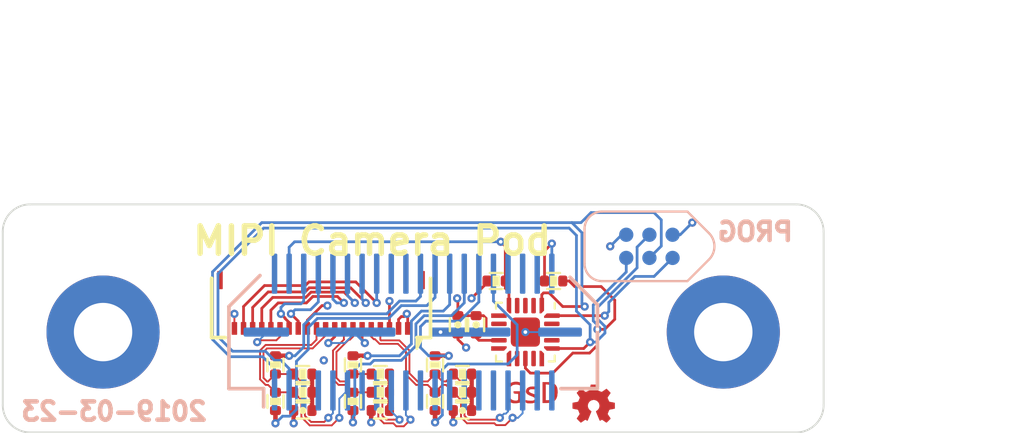
<source format=kicad_pcb>
(kicad_pcb (version 20171130) (host pcbnew 5.1.0-060a0da~80~ubuntu18.04.1)

  (general
    (thickness 1.6)
    (drawings 17)
    (tracks 405)
    (zones 0)
    (modules 25)
    (nets 60)
  )

  (page A4)
  (title_block
    (date "sam. 04 avril 2015")
  )

  (layers
    (0 F.Cu signal)
    (1 In1.Cu power)
    (2 In2.Cu signal)
    (31 B.Cu signal)
    (32 B.Adhes user)
    (33 F.Adhes user)
    (34 B.Paste user)
    (35 F.Paste user)
    (36 B.SilkS user)
    (37 F.SilkS user)
    (38 B.Mask user)
    (39 F.Mask user)
    (40 Dwgs.User user)
    (41 Cmts.User user)
    (42 Eco1.User user)
    (43 Eco2.User user)
    (44 Edge.Cuts user)
    (45 Margin user)
    (46 B.CrtYd user)
    (47 F.CrtYd user)
    (48 B.Fab user)
    (49 F.Fab user)
  )

  (setup
    (last_trace_width 0.15)
    (user_trace_width 0.0889)
    (user_trace_width 0.1)
    (user_trace_width 0.12)
    (user_trace_width 0.15)
    (user_trace_width 0.2)
    (user_trace_width 0.25)
    (user_trace_width 0.3)
    (user_trace_width 0.4)
    (trace_clearance 0.08895)
    (zone_clearance 0.15)
    (zone_45_only no)
    (trace_min 0.0889)
    (via_size 0.45)
    (via_drill 0.2)
    (via_min_size 0.45)
    (via_min_drill 0.2)
    (user_via 0.45 0.2)
    (user_via 0.53 0.25)
    (uvia_size 0.3)
    (uvia_drill 0.1)
    (uvias_allowed no)
    (uvia_min_size 0.2)
    (uvia_min_drill 0.1)
    (edge_width 0.1)
    (segment_width 0.1)
    (pcb_text_width 0.3)
    (pcb_text_size 1.5 1.5)
    (mod_edge_width 0.15)
    (mod_text_size 0 0)
    (mod_text_width 0)
    (pad_size 0.4 1.5)
    (pad_drill 0)
    (pad_to_mask_clearance 0.035)
    (solder_mask_min_width 0.1)
    (pad_to_paste_clearance -0.035)
    (aux_axis_origin 107.5 81.2)
    (grid_origin 127.95 105.5)
    (visible_elements 7FFFFFFF)
    (pcbplotparams
      (layerselection 0x010fc_ffffffff)
      (usegerberextensions true)
      (usegerberattributes false)
      (usegerberadvancedattributes false)
      (creategerberjobfile false)
      (excludeedgelayer true)
      (linewidth 0.100000)
      (plotframeref false)
      (viasonmask false)
      (mode 1)
      (useauxorigin true)
      (hpglpennumber 1)
      (hpglpenspeed 20)
      (hpglpendiameter 15.000000)
      (psnegative false)
      (psa4output false)
      (plotreference false)
      (plotvalue false)
      (plotinvisibletext false)
      (padsonsilk false)
      (subtractmaskfromsilk false)
      (outputformat 1)
      (mirror false)
      (drillshape 0)
      (scaleselection 1)
      (outputdirectory "output/gerber"))
  )

  (net 0 "")
  (net 1 GND)
  (net 2 +5V)
  (net 3 "Net-(J1-Pad13)")
  (net 4 "Net-(J1-Pad15)")
  (net 5 "Net-(J1-Pad21)")
  (net 6 "Net-(J1-Pad23)")
  (net 7 "Net-(J1-Pad25)")
  (net 8 "Net-(J1-Pad37)")
  (net 9 "Net-(J1-Pad38)")
  (net 10 "Net-(U1-Pad19)")
  (net 11 "Net-(U1-Pad18)")
  (net 12 "Net-(U1-Pad17)")
  (net 13 "Net-(U1-Pad15)")
  (net 14 "Net-(U1-Pad14)")
  (net 15 "Net-(U1-Pad12)")
  (net 16 "Net-(U1-Pad11)")
  (net 17 "Net-(U1-Pad10)")
  (net 18 +3V3)
  (net 19 "Net-(U1-Pad7)")
  (net 20 "Net-(U1-Pad6)")
  (net 21 "Net-(U1-Pad4)")
  (net 22 "Net-(U1-Pad3)")
  (net 23 "Net-(U1-Pad2)")
  (net 24 "/Peripheral MCU/MISO")
  (net 25 "/Peripheral MCU/~RESET")
  (net 26 /SCL)
  (net 27 /SDA)
  (net 28 /RGA)
  (net 29 /VCCIO)
  (net 30 "Net-(J1-Pad18)")
  (net 31 "Net-(J1-Pad20)")
  (net 32 "Net-(J1-Pad27)")
  (net 33 "Net-(J1-Pad29)")
  (net 34 "Net-(J1-Pad31)")
  (net 35 "Net-(J1-Pad34)")
  (net 36 "Net-(J1-Pad36)")
  (net 37 /CAM0_CLK_P)
  (net 38 /CAM0_CLK_N)
  (net 39 /CAM0_D0_P)
  (net 40 /CAM0_D0_N)
  (net 41 /CAM0_D1_P)
  (net 42 /CAM0_D1_N)
  (net 43 "Net-(C1-Pad1)")
  (net 44 "Net-(C2-Pad1)")
  (net 45 "Net-(C3-Pad1)")
  (net 46 /TERM_1_P)
  (net 47 /TERM_1_N)
  (net 48 /TERM_0_P)
  (net 49 /TERM_0_N)
  (net 50 /TERM_CLK_P)
  (net 51 /TERM_CLK_N)
  (net 52 "Net-(J1-Pad5)")
  (net 53 "Net-(J1-Pad7)")
  (net 54 /GPIO0)
  (net 55 /GPIO1)
  (net 56 /GPIO2)
  (net 57 /GPIO3)
  (net 58 /CAM0_SDA)
  (net 59 /CAM0_SCL)

  (net_class Default "This is the default net class."
    (clearance 0.08895)
    (trace_width 0.1)
    (via_dia 0.45)
    (via_drill 0.2)
    (uvia_dia 0.3)
    (uvia_drill 0.1)
    (diff_pair_width 0.1)
    (diff_pair_gap 0.08895)
    (add_net +3V3)
    (add_net +5V)
    (add_net /CAM0_CLK_N)
    (add_net /CAM0_CLK_P)
    (add_net /CAM0_D0_N)
    (add_net /CAM0_D0_P)
    (add_net /CAM0_D1_N)
    (add_net /CAM0_D1_P)
    (add_net /CAM0_SCL)
    (add_net /CAM0_SDA)
    (add_net /GPIO0)
    (add_net /GPIO1)
    (add_net /GPIO2)
    (add_net /GPIO3)
    (add_net "/Peripheral MCU/MISO")
    (add_net "/Peripheral MCU/~RESET")
    (add_net /RGA)
    (add_net /SCL)
    (add_net /SDA)
    (add_net /TERM_0_N)
    (add_net /TERM_0_P)
    (add_net /TERM_1_N)
    (add_net /TERM_1_P)
    (add_net /TERM_CLK_N)
    (add_net /TERM_CLK_P)
    (add_net /VCCIO)
    (add_net GND)
    (add_net "Net-(C1-Pad1)")
    (add_net "Net-(C2-Pad1)")
    (add_net "Net-(C3-Pad1)")
    (add_net "Net-(J1-Pad13)")
    (add_net "Net-(J1-Pad15)")
    (add_net "Net-(J1-Pad18)")
    (add_net "Net-(J1-Pad20)")
    (add_net "Net-(J1-Pad21)")
    (add_net "Net-(J1-Pad23)")
    (add_net "Net-(J1-Pad25)")
    (add_net "Net-(J1-Pad27)")
    (add_net "Net-(J1-Pad29)")
    (add_net "Net-(J1-Pad31)")
    (add_net "Net-(J1-Pad34)")
    (add_net "Net-(J1-Pad36)")
    (add_net "Net-(J1-Pad37)")
    (add_net "Net-(J1-Pad38)")
    (add_net "Net-(J1-Pad5)")
    (add_net "Net-(J1-Pad7)")
    (add_net "Net-(U1-Pad10)")
    (add_net "Net-(U1-Pad11)")
    (add_net "Net-(U1-Pad12)")
    (add_net "Net-(U1-Pad14)")
    (add_net "Net-(U1-Pad15)")
    (add_net "Net-(U1-Pad17)")
    (add_net "Net-(U1-Pad18)")
    (add_net "Net-(U1-Pad19)")
    (add_net "Net-(U1-Pad2)")
    (add_net "Net-(U1-Pad3)")
    (add_net "Net-(U1-Pad4)")
    (add_net "Net-(U1-Pad6)")
    (add_net "Net-(U1-Pad7)")
  )

  (net_class ETHERNET_LM0.125 ""
    (clearance 0.08895)
    (trace_width 0.1)
    (via_dia 0.45)
    (via_drill 0.2)
    (uvia_dia 0.3)
    (uvia_drill 0.1)
    (diff_pair_width 0.1)
    (diff_pair_gap 0.08895)
  )

  (net_class HYPERBUS_LM0.2 ""
    (clearance 0.08895)
    (trace_width 0.1)
    (via_dia 0.45)
    (via_drill 0.2)
    (uvia_dia 0.3)
    (uvia_drill 0.1)
    (diff_pair_width 0.1)
    (diff_pair_gap 0.08895)
  )

  (net_class SYZYGY_0_DP0.05/0.10 ""
    (clearance 0.08895)
    (trace_width 0.1)
    (via_dia 0.45)
    (via_drill 0.2)
    (uvia_dia 0.3)
    (uvia_drill 0.1)
    (diff_pair_width 0.1)
    (diff_pair_gap 0.08895)
  )

  (net_class SYZYGY_1_DP0.05/0.10 ""
    (clearance 0.08895)
    (trace_width 0.1)
    (via_dia 0.45)
    (via_drill 0.2)
    (uvia_dia 0.3)
    (uvia_drill 0.1)
    (diff_pair_width 0.1)
    (diff_pair_gap 0.08895)
  )

  (net_class SYZYGY_2_DP0.05/0.10 ""
    (clearance 0.08895)
    (trace_width 0.1)
    (via_dia 0.45)
    (via_drill 0.2)
    (uvia_dia 0.3)
    (uvia_drill 0.1)
    (diff_pair_width 0.1)
    (diff_pair_gap 0.08895)
  )

  (module gkl_logos:oshw_small (layer F.Cu) (tedit 5C254321) (tstamp 5C962F73)
    (at 139.9 92.15)
    (fp_text reference G*** (at 0 0) (layer F.SilkS) hide
      (effects (font (size 0.127 0.127) (thickness 0.000001)))
    )
    (fp_text value LOGO (at 0.75 0) (layer F.SilkS) hide
      (effects (font (size 0.127 0.127) (thickness 0.000001)))
    )
    (fp_poly (pts (xy 0.038451 -1.107819) (xy 0.0711 -1.10776) (xy 0.097439 -1.107619) (xy 0.118221 -1.107361)
      (xy 0.134198 -1.10695) (xy 0.146124 -1.10635) (xy 0.15475 -1.105527) (xy 0.160829 -1.104446)
      (xy 0.165115 -1.10307) (xy 0.168359 -1.101364) (xy 0.170678 -1.099763) (xy 0.180082 -1.090472)
      (xy 0.187849 -1.078943) (xy 0.188182 -1.078271) (xy 0.190361 -1.071419) (xy 0.193711 -1.057828)
      (xy 0.198032 -1.038454) (xy 0.203123 -1.014252) (xy 0.208783 -0.986177) (xy 0.214811 -0.955185)
      (xy 0.221006 -0.92223) (xy 0.221009 -0.922215) (xy 0.247361 -0.779584) (xy 0.3367 -0.74304)
      (xy 0.362454 -0.732698) (xy 0.385605 -0.723774) (xy 0.405165 -0.716621) (xy 0.420149 -0.711591)
      (xy 0.429568 -0.709037) (xy 0.432235 -0.708872) (xy 0.436789 -0.711571) (xy 0.447008 -0.718199)
      (xy 0.462127 -0.728241) (xy 0.481381 -0.741184) (xy 0.504005 -0.756514) (xy 0.529234 -0.773716)
      (xy 0.55536 -0.791629) (xy 0.582667 -0.810266) (xy 0.608397 -0.827571) (xy 0.631734 -0.843015)
      (xy 0.651865 -0.85607) (xy 0.667975 -0.866207) (xy 0.679249 -0.872897) (xy 0.684692 -0.875565)
      (xy 0.692106 -0.877434) (xy 0.699003 -0.878233) (xy 0.705973 -0.877519) (xy 0.713606 -0.874852)
      (xy 0.722492 -0.86979) (xy 0.733221 -0.861891) (xy 0.746383 -0.850714) (xy 0.762569 -0.835817)
      (xy 0.782368 -0.816759) (xy 0.806371 -0.793099) (xy 0.835167 -0.764394) (xy 0.840812 -0.75875)
      (xy 0.870458 -0.729042) (xy 0.89498 -0.704232) (xy 0.914822 -0.68373) (xy 0.930423 -0.666946)
      (xy 0.942227 -0.653291) (xy 0.950675 -0.642174) (xy 0.956208 -0.633007) (xy 0.959267 -0.625198)
      (xy 0.960295 -0.618158) (xy 0.959733 -0.611297) (xy 0.958022 -0.604025) (xy 0.957644 -0.602688)
      (xy 0.954658 -0.596682) (xy 0.947735 -0.585075) (xy 0.937402 -0.568681) (xy 0.924187 -0.548314)
      (xy 0.908618 -0.524787) (xy 0.891222 -0.498914) (xy 0.873683 -0.473193) (xy 0.855259 -0.446218)
      (xy 0.838319 -0.421156) (xy 0.823361 -0.39876) (xy 0.810879 -0.379784) (xy 0.80137 -0.364982)
      (xy 0.795329 -0.355108) (xy 0.793253 -0.350935) (xy 0.794739 -0.346026) (xy 0.79886 -0.335175)
      (xy 0.805102 -0.319595) (xy 0.812949 -0.300495) (xy 0.821887 -0.279088) (xy 0.831402 -0.256585)
      (xy 0.840978 -0.234197) (xy 0.850101 -0.213135) (xy 0.858257 -0.194611) (xy 0.86493 -0.179836)
      (xy 0.869606 -0.170021) (xy 0.87162 -0.16649) (xy 0.876086 -0.164996) (xy 0.887364 -0.162278)
      (xy 0.904578 -0.158519) (xy 0.926851 -0.153899) (xy 0.953308 -0.1486) (xy 0.983072 -0.142804)
      (xy 1.015268 -0.136693) (xy 1.015907 -0.136573) (xy 1.051004 -0.129875) (xy 1.082905 -0.123549)
      (xy 1.110821 -0.117764) (xy 1.133967 -0.112692) (xy 1.151554 -0.108505) (xy 1.162796 -0.105372)
      (xy 1.166516 -0.103867) (xy 1.172095 -0.100167) (xy 1.176707 -0.096557) (xy 1.180444 -0.0923)
      (xy 1.1834 -0.086659) (xy 1.185664 -0.078896) (xy 1.18733 -0.068272) (xy 1.188489 -0.054051)
      (xy 1.189232 -0.035495) (xy 1.189653 -0.011866) (xy 1.189842 0.017574) (xy 1.189892 0.053562)
      (xy 1.189893 0.08384) (xy 1.189867 0.125835) (xy 1.189738 0.160742) (xy 1.189424 0.189286)
      (xy 1.188845 0.212197) (xy 1.187919 0.2302) (xy 1.186567 0.244022) (xy 1.184708 0.254391)
      (xy 1.18226 0.262033) (xy 1.179144 0.267676) (xy 1.175278 0.272045) (xy 1.170582 0.275869)
      (xy 1.16841 0.277439) (xy 1.162658 0.280155) (xy 1.151951 0.283484) (xy 1.135806 0.287533)
      (xy 1.113742 0.292411) (xy 1.085276 0.298225) (xy 1.049926 0.305083) (xy 1.019457 0.31082)
      (xy 0.987594 0.316819) (xy 0.958192 0.32247) (xy 0.932129 0.327595) (xy 0.910283 0.332016)
      (xy 0.893532 0.335557) (xy 0.882752 0.338039) (xy 0.878839 0.339259) (xy 0.876826 0.343461)
      (xy 0.872337 0.353961) (xy 0.865772 0.369788) (xy 0.857529 0.389973) (xy 0.848007 0.413545)
      (xy 0.837605 0.439533) (xy 0.837378 0.440103) (xy 0.798263 0.538284) (xy 0.874572 0.649165)
      (xy 0.892832 0.675906) (xy 0.909835 0.701202) (xy 0.92502 0.724189) (xy 0.937825 0.744)
      (xy 0.947689 0.75977) (xy 0.95405 0.770633) (xy 0.956163 0.774977) (xy 0.958534 0.782221)
      (xy 0.959885 0.788859) (xy 0.959785 0.795471) (xy 0.957804 0.802637) (xy 0.953512 0.810937)
      (xy 0.94648 0.820952) (xy 0.936277 0.833261) (xy 0.922472 0.848445) (xy 0.904637 0.867084)
      (xy 0.882341 0.889759) (xy 0.855153 0.917049) (xy 0.838606 0.93359) (xy 0.723571 1.048519)
      (xy 0.702339 1.05028) (xy 0.681108 1.05204) (xy 0.615069 1.007194) (xy 0.590733 0.990647)
      (xy 0.564582 0.97283) (xy 0.538797 0.955232) (xy 0.515559 0.93934) (xy 0.500272 0.928859)
      (xy 0.451513 0.89537) (xy 0.404534 0.920126) (xy 0.386103 0.929554) (xy 0.369097 0.937738)
      (xy 0.355227 0.943888) (xy 0.346206 0.947216) (xy 0.345259 0.947448) (xy 0.329948 0.947232)
      (xy 0.313909 0.94166) (xy 0.300598 0.931976) (xy 0.299745 0.931051) (xy 0.296857 0.925885)
      (xy 0.291348 0.914189) (xy 0.283517 0.896682) (xy 0.27366 0.874086) (xy 0.262077 0.84712)
      (xy 0.249063 0.816503) (xy 0.234917 0.782957) (xy 0.219937 0.7472) (xy 0.20442 0.709954)
      (xy 0.188665 0.671938) (xy 0.172968 0.633872) (xy 0.157627 0.596476) (xy 0.142941 0.56047)
      (xy 0.129206 0.526574) (xy 0.116721 0.495509) (xy 0.105783 0.467993) (xy 0.096689 0.444748)
      (xy 0.089739 0.426493) (xy 0.085228 0.413949) (xy 0.08347 0.407946) (xy 0.082829 0.393862)
      (xy 0.085856 0.381476) (xy 0.093345 0.36966) (xy 0.106094 0.357285) (xy 0.124897 0.343224)
      (xy 0.132999 0.337733) (xy 0.174421 0.306533) (xy 0.20848 0.272954) (xy 0.235297 0.236865)
      (xy 0.247996 0.213881) (xy 0.262185 0.181123) (xy 0.271291 0.150518) (xy 0.275913 0.119166)
      (xy 0.276648 0.084168) (xy 0.276369 0.0762) (xy 0.270641 0.029136) (xy 0.257823 -0.014991)
      (xy 0.238257 -0.055667) (xy 0.212286 -0.092379) (xy 0.180249 -0.12461) (xy 0.142489 -0.151848)
      (xy 0.115277 -0.166516) (xy 0.085285 -0.179158) (xy 0.056717 -0.187316) (xy 0.026579 -0.191641)
      (xy -0.005861 -0.19279) (xy -0.039553 -0.191431) (xy -0.068799 -0.18705) (xy -0.096614 -0.178954)
      (xy -0.126015 -0.166448) (xy -0.131262 -0.163895) (xy -0.171069 -0.139981) (xy -0.205987 -0.110134)
      (xy -0.235645 -0.074799) (xy -0.259669 -0.034422) (xy -0.277689 0.010554) (xy -0.278057 0.011723)
      (xy -0.28208 0.025911) (xy -0.284724 0.039239) (xy -0.28624 0.053976) (xy -0.28688 0.072389)
      (xy -0.286926 0.091831) (xy -0.286645 0.113811) (xy -0.285858 0.130283) (xy -0.284233 0.143552)
      (xy -0.281441 0.155925) (xy -0.27715 0.169707) (xy -0.274775 0.176604) (xy -0.257296 0.217325)
      (xy -0.23445 0.254148) (xy -0.205598 0.28785) (xy -0.1701 0.31921) (xy -0.13965 0.341053)
      (xy -0.118087 0.356774) (xy -0.103424 0.371185) (xy -0.095091 0.385282) (xy -0.09252 0.400059)
      (xy -0.095143 0.416513) (xy -0.095624 0.418142) (xy -0.097625 0.423436) (xy -0.102324 0.435212)
      (xy -0.109417 0.452735) (xy -0.1186 0.47527) (xy -0.12957 0.502083) (xy -0.142024 0.532439)
      (xy -0.155657 0.565603) (xy -0.170168 0.600841) (xy -0.185251 0.637418) (xy -0.200605 0.6746)
      (xy -0.215925 0.711651) (xy -0.230907 0.747838) (xy -0.245249 0.782425) (xy -0.258648 0.814677)
      (xy -0.270798 0.843861) (xy -0.281398 0.869241) (xy -0.290144 0.890084) (xy -0.296732 0.905653)
      (xy -0.300859 0.915215) (xy -0.301732 0.917149) (xy -0.31043 0.930661) (xy -0.323154 0.940146)
      (xy -0.326583 0.941895) (xy -0.33608 0.945899) (xy -0.344992 0.947799) (xy -0.354628 0.947276)
      (xy -0.366297 0.944011) (xy -0.381306 0.937686) (xy -0.400966 0.927981) (xy -0.416169 0.920072)
      (xy -0.463061 0.895429) (xy -0.574269 0.972069) (xy -0.604219 0.992668) (xy -0.628509 1.009239)
      (xy -0.647888 1.02223) (xy -0.663104 1.032085) (xy -0.674905 1.039252) (xy -0.68404 1.044177)
      (xy -0.691258 1.047306) (xy -0.697306 1.049085) (xy -0.702933 1.049962) (xy -0.705177 1.050156)
      (xy -0.720825 1.049993) (xy -0.732642 1.046304) (xy -0.7366 1.043997) (xy -0.743635 1.038415)
      (xy -0.754977 1.028188) (xy -0.769907 1.01405) (xy -0.787706 0.996738) (xy -0.807656 0.976988)
      (xy -0.829038 0.955535) (xy -0.851134 0.933116) (xy -0.873224 0.910465) (xy -0.894591 0.88832)
      (xy -0.914514 0.867417) (xy -0.932277 0.84849) (xy -0.94716 0.832277) (xy -0.958444 0.819512)
      (xy -0.965411 0.810933) (xy -0.967372 0.80768) (xy -0.968909 0.800099) (xy -0.969361 0.792748)
      (xy -0.968351 0.784894) (xy -0.965503 0.775806) (xy -0.96044 0.76475) (xy -0.952784 0.750993)
      (xy -0.942158 0.733802) (xy -0.928185 0.712446) (xy -0.910489 0.686191) (xy -0.888692 0.654305)
      (xy -0.887694 0.65285) (xy -0.80928 0.538567) (xy -0.816493 0.520353) (xy -0.833241 0.47817)
      (xy -0.848149 0.440838) (xy -0.861062 0.408735) (xy -0.871827 0.382242) (xy -0.880288 0.361737)
      (xy -0.886291 0.3476) (xy -0.889682 0.34021) (xy -0.890285 0.339214) (xy -0.894609 0.337892)
      (xy -0.905732 0.335341) (xy -0.922765 0.331743) (xy -0.94482 0.327277) (xy -0.971009 0.322125)
      (xy -1.000442 0.316465) (xy -1.028617 0.311153) (xy -1.065835 0.304063) (xy -1.098765 0.297511)
      (xy -1.126763 0.291641) (xy -1.149182 0.286592) (xy -1.165378 0.282506) (xy -1.174704 0.279524)
      (xy -1.176069 0.278865) (xy -1.182118 0.275117) (xy -1.187128 0.271186) (xy -1.191197 0.266339)
      (xy -1.194423 0.259844) (xy -1.196903 0.250971) (xy -1.198736 0.238988) (xy -1.200019 0.223163)
      (xy -1.20085 0.202765) (xy -1.201327 0.177061) (xy -1.201549 0.145321) (xy -1.201612 0.106813)
      (xy -1.201615 0.087923) (xy -1.20159 0.046458) (xy -1.201455 0.012069) (xy -1.201127 -0.015981)
      (xy -1.200517 -0.038432) (xy -1.199541 -0.056022) (xy -1.198112 -0.06949) (xy -1.196144 -0.079575)
      (xy -1.193552 -0.087014) (xy -1.190248 -0.092547) (xy -1.186147 -0.096912) (xy -1.181162 -0.100848)
      (xy -1.179477 -0.10206) (xy -1.174278 -0.104696) (xy -1.165235 -0.10774) (xy -1.151742 -0.11133)
      (xy -1.133192 -0.115603) (xy -1.108979 -0.120694) (xy -1.078496 -0.126742) (xy -1.041137 -0.133882)
      (xy -1.025249 -0.136866) (xy -0.992924 -0.142942) (xy -0.963111 -0.148599) (xy -0.936661 -0.153671)
      (xy -0.914424 -0.157994) (xy -0.897251 -0.161402) (xy -0.885993 -0.163729) (xy -0.881499 -0.16481)
      (xy -0.881458 -0.164838) (xy -0.879743 -0.168619) (xy -0.875382 -0.178627) (xy -0.868788 -0.193899)
      (xy -0.860377 -0.21347) (xy -0.850564 -0.236378) (xy -0.840886 -0.25903) (xy -0.801215 -0.351983)
      (xy -0.880723 -0.468091) (xy -0.899246 -0.495201) (xy -0.91651 -0.520585) (xy -0.93198 -0.543447)
      (xy -0.94512 -0.562989) (xy -0.955393 -0.578415) (xy -0.962263 -0.588927) (xy -0.965112 -0.593562)
      (xy -0.967968 -0.604345) (xy -0.968373 -0.61918) (xy -0.968128 -0.62233) (xy -0.966263 -0.641736)
      (xy -0.851174 -0.756825) (xy -0.821225 -0.786729) (xy -0.7962 -0.811518) (xy -0.775515 -0.831621)
      (xy -0.758585 -0.847467) (xy -0.744827 -0.859484) (xy -0.733655 -0.868102) (xy -0.724486 -0.873751)
      (xy -0.716736 -0.876858) (xy -0.709821 -0.877854) (xy -0.703156 -0.877167) (xy -0.696157 -0.875226)
      (xy -0.69195 -0.873779) (xy -0.68553 -0.870447) (xy -0.673537 -0.863187) (xy -0.656808 -0.852546)
      (xy -0.636181 -0.83907) (xy -0.61249 -0.823303) (xy -0.586572 -0.805792) (xy -0.562929 -0.789607)
      (xy -0.536184 -0.771232) (xy -0.511348 -0.754253) (xy -0.489185 -0.739185) (xy -0.47046 -0.726543)
      (xy -0.455935 -0.716844) (xy -0.446374 -0.710603) (xy -0.442623 -0.70836) (xy -0.438257 -0.709382)
      (xy -0.427857 -0.712859) (xy -0.412635 -0.718323) (xy -0.393804 -0.725306) (xy -0.372576 -0.733338)
      (xy -0.350165 -0.741951) (xy -0.327783 -0.750675) (xy -0.306644 -0.759043) (xy -0.287959 -0.766586)
      (xy -0.272943 -0.772834) (xy -0.262807 -0.77732) (xy -0.25907 -0.779294) (xy -0.258201 -0.783127)
      (xy -0.256062 -0.793811) (xy -0.252813 -0.810513) (xy -0.248613 -0.832398) (xy -0.243623 -0.858635)
      (xy -0.238002 -0.888389) (xy -0.23191 -0.920829) (xy -0.230605 -0.927802) (xy -0.222637 -0.969872)
      (xy -0.215819 -1.004695) (xy -0.210046 -1.032735) (xy -0.205215 -1.05446) (xy -0.201223 -1.070335)
      (xy -0.197965 -1.080828) (xy -0.195352 -1.086384) (xy -0.191553 -1.091427) (xy -0.187503 -1.09561)
      (xy -0.182478 -1.099014) (xy -0.17575 -1.101719) (xy -0.166595 -1.103806) (xy -0.154287 -1.105355)
      (xy -0.1381 -1.106445) (xy -0.117309 -1.107157) (xy -0.091188 -1.107572) (xy -0.059011 -1.107768)
      (xy -0.020053 -1.107827) (xy -0.001261 -1.107831) (xy 0.038451 -1.107819)) (layer F.Mask) (width 0.01))
    (fp_poly (pts (xy 0.034434 -1.070644) (xy 0.067967 -1.070441) (xy 0.094854 -1.070081) (xy 0.115679 -1.069545)
      (xy 0.131028 -1.068815) (xy 0.141484 -1.067873) (xy 0.147631 -1.0667) (xy 0.14957 -1.065823)
      (xy 0.151728 -1.062359) (xy 0.154421 -1.054534) (xy 0.157762 -1.041831) (xy 0.161865 -1.023736)
      (xy 0.166844 -0.999734) (xy 0.172812 -0.969309) (xy 0.179883 -0.931946) (xy 0.18387 -0.910492)
      (xy 0.191899 -0.867626) (xy 0.198777 -0.832133) (xy 0.204579 -0.803667) (xy 0.20938 -0.781882)
      (xy 0.213256 -0.766433) (xy 0.216284 -0.756974) (xy 0.218192 -0.753437) (xy 0.223255 -0.750437)
      (xy 0.23444 -0.745046) (xy 0.250596 -0.737743) (xy 0.270577 -0.729006) (xy 0.293232 -0.719311)
      (xy 0.317413 -0.709137) (xy 0.34197 -0.698962) (xy 0.365756 -0.689262) (xy 0.387621 -0.680517)
      (xy 0.406415 -0.673202) (xy 0.420991 -0.667796) (xy 0.430199 -0.664778) (xy 0.432574 -0.664308)
      (xy 0.436931 -0.666453) (xy 0.446994 -0.672572) (xy 0.46204 -0.682192) (xy 0.48135 -0.69484)
      (xy 0.504202 -0.710041) (xy 0.529876 -0.727323) (xy 0.557649 -0.746211) (xy 0.566444 -0.752231)
      (xy 0.594625 -0.771491) (xy 0.620833 -0.789294) (xy 0.644361 -0.805167) (xy 0.664502 -0.81864)
      (xy 0.68055 -0.82924) (xy 0.691799 -0.836496) (xy 0.697543 -0.839936) (xy 0.698099 -0.840154)
      (xy 0.702045 -0.837466) (xy 0.710615 -0.829883) (xy 0.723103 -0.818125) (xy 0.738801 -0.802913)
      (xy 0.757001 -0.784968) (xy 0.776995 -0.765011) (xy 0.798076 -0.743762) (xy 0.819537 -0.721943)
      (xy 0.840668 -0.700273) (xy 0.860764 -0.679473) (xy 0.879116 -0.660265) (xy 0.895016 -0.643369)
      (xy 0.907757 -0.629505) (xy 0.916632 -0.619395) (xy 0.920932 -0.613759) (xy 0.921212 -0.612916)
      (xy 0.918584 -0.608605) (xy 0.912018 -0.598596) (xy 0.902013 -0.583627) (xy 0.889064 -0.564435)
      (xy 0.873671 -0.541758) (xy 0.856331 -0.516332) (xy 0.837541 -0.488894) (xy 0.834677 -0.484721)
      (xy 0.815763 -0.456987) (xy 0.798327 -0.431061) (xy 0.782855 -0.407691) (xy 0.769833 -0.387628)
      (xy 0.759747 -0.371622) (xy 0.753081 -0.360422) (xy 0.750324 -0.35478) (xy 0.750277 -0.354467)
      (xy 0.751805 -0.348645) (xy 0.756066 -0.336833) (xy 0.762575 -0.320162) (xy 0.770846 -0.299763)
      (xy 0.780396 -0.276769) (xy 0.790739 -0.25231) (xy 0.801391 -0.22752) (xy 0.811866 -0.203529)
      (xy 0.821679 -0.181469) (xy 0.830347 -0.162471) (xy 0.837383 -0.147669) (xy 0.842304 -0.138192)
      (xy 0.844118 -0.135445) (xy 0.847693 -0.13317) (xy 0.854829 -0.13053) (xy 0.866139 -0.127386)
      (xy 0.882232 -0.123601) (xy 0.903722 -0.119039) (xy 0.931219 -0.113561) (xy 0.965334 -0.10703)
      (xy 0.996918 -0.10112) (xy 1.037379 -0.09352) (xy 1.070645 -0.087079) (xy 1.097233 -0.081681)
      (xy 1.117657 -0.077211) (xy 1.132435 -0.073556) (xy 1.142081 -0.070599) (xy 1.147113 -0.068226)
      (xy 1.147885 -0.067505) (xy 1.149215 -0.0638) (xy 1.150302 -0.05616) (xy 1.151165 -0.044)
      (xy 1.151823 -0.026735) (xy 1.152293 -0.003782) (xy 1.152594 0.025445) (xy 1.152744 0.061528)
      (xy 1.152769 0.088391) (xy 1.152737 0.127046) (xy 1.152622 0.158623) (xy 1.152394 0.183862)
      (xy 1.152024 0.2035) (xy 1.151483 0.218275) (xy 1.150742 0.228927) (xy 1.149772 0.236191)
      (xy 1.148544 0.240808) (xy 1.147028 0.243515) (xy 1.146629 0.243952) (xy 1.140833 0.248843)
      (xy 1.138213 0.250093) (xy 1.133978 0.250781) (xy 1.122934 0.25274) (xy 1.105954 0.25581)
      (xy 1.08391 0.259832) (xy 1.057677 0.264646) (xy 1.028128 0.270094) (xy 0.996838 0.275885)
      (xy 0.955612 0.283642) (xy 0.921763 0.290266) (xy 0.894946 0.295832) (xy 0.874815 0.300417)
      (xy 0.861026 0.304097) (xy 0.853234 0.30695) (xy 0.851445 0.308124) (xy 0.848436 0.313325)
      (xy 0.843095 0.324719) (xy 0.835867 0.341193) (xy 0.827199 0.361634) (xy 0.817539 0.38493)
      (xy 0.807332 0.409969) (xy 0.797024 0.435639) (xy 0.787064 0.460827) (xy 0.777896 0.48442)
      (xy 0.769968 0.505307) (xy 0.763726 0.522375) (xy 0.759617 0.534513) (xy 0.758086 0.540606)
      (xy 0.758085 0.540687) (xy 0.760235 0.545487) (xy 0.76635 0.555935) (xy 0.775934 0.571262)
      (xy 0.78849 0.590698) (xy 0.803521 0.613476) (xy 0.82053 0.638825) (xy 0.838801 0.665655)
      (xy 0.857314 0.69275) (xy 0.874414 0.717967) (xy 0.889593 0.740547) (xy 0.902348 0.759729)
      (xy 0.912171 0.774754) (xy 0.918559 0.784861) (xy 0.921002 0.789276) (xy 0.918645 0.793571)
      (xy 0.910956 0.802932) (xy 0.898247 0.817025) (xy 0.880834 0.835513) (xy 0.859031 0.858062)
      (xy 0.833152 0.884336) (xy 0.813356 0.904189) (xy 0.785293 0.932138) (xy 0.762177 0.954975)
      (xy 0.743486 0.973171) (xy 0.728699 0.987199) (xy 0.717295 0.997529) (xy 0.708752 1.004633)
      (xy 0.702549 1.008984) (xy 0.698165 1.011053) (xy 0.695078 1.011313) (xy 0.695008 1.011299)
      (xy 0.689679 1.008695) (xy 0.678758 1.002154) (xy 0.663066 0.99221) (xy 0.643424 0.979394)
      (xy 0.62065 0.964241) (xy 0.595565 0.947284) (xy 0.576538 0.93426) (xy 0.550366 0.916286)
      (xy 0.526022 0.899625) (xy 0.504309 0.884826) (xy 0.486032 0.872434) (xy 0.471995 0.862994)
      (xy 0.463004 0.857053) (xy 0.460102 0.855246) (xy 0.457078 0.854255) (xy 0.452913 0.85445)
      (xy 0.446778 0.856201) (xy 0.437842 0.859876) (xy 0.425276 0.865845) (xy 0.40825 0.874477)
      (xy 0.385936 0.886143) (xy 0.360636 0.899546) (xy 0.347626 0.906182) (xy 0.339529 0.909288)
      (xy 0.33452 0.909294) (xy 0.330772 0.90663) (xy 0.330728 0.906585) (xy 0.328208 0.901935)
      (xy 0.32306 0.890769) (xy 0.315582 0.873809) (xy 0.306072 0.851778) (xy 0.294829 0.825397)
      (xy 0.282152 0.795391) (xy 0.268338 0.762481) (xy 0.253687 0.727389) (xy 0.238496 0.690838)
      (xy 0.223064 0.653551) (xy 0.20769 0.616249) (xy 0.192671 0.579657) (xy 0.178307 0.544495)
      (xy 0.164895 0.511487) (xy 0.152734 0.481354) (xy 0.142123 0.45482) (xy 0.133359 0.432607)
      (xy 0.126742 0.415438) (xy 0.122569 0.404034) (xy 0.121139 0.399138) (xy 0.124539 0.392081)
      (xy 0.134948 0.383227) (xy 0.143608 0.377584) (xy 0.188619 0.346069) (xy 0.227109 0.310716)
      (xy 0.258915 0.271782) (xy 0.283869 0.229527) (xy 0.301808 0.184209) (xy 0.312567 0.136086)
      (xy 0.315359 0.108587) (xy 0.314642 0.058353) (xy 0.306583 0.010097) (xy 0.291531 -0.035584)
      (xy 0.269836 -0.078095) (xy 0.241847 -0.11684) (xy 0.207914 -0.151221) (xy 0.168387 -0.180642)
      (xy 0.134816 -0.19932) (xy 0.09804 -0.215073) (xy 0.063083 -0.225281) (xy 0.027012 -0.2306)
      (xy -0.009769 -0.23174) (xy -0.059615 -0.227366) (xy -0.107125 -0.215762) (xy -0.151692 -0.19732)
      (xy -0.19271 -0.172431) (xy -0.229573 -0.141486) (xy -0.261673 -0.104878) (xy -0.288405 -0.062998)
      (xy -0.296711 -0.046464) (xy -0.308777 -0.018535) (xy -0.317161 0.006857) (xy -0.322405 0.032291)
      (xy -0.325047 0.060349) (xy -0.325639 0.091831) (xy -0.325267 0.115171) (xy -0.324232 0.133197)
      (xy -0.322223 0.148402) (xy -0.31893 0.163281) (xy -0.315036 0.177048) (xy -0.299291 0.220105)
      (xy -0.278927 0.258768) (xy -0.253213 0.293987) (xy -0.221415 0.326713) (xy -0.182801 0.357897)
      (xy -0.167177 0.368869) (xy -0.15294 0.378857) (xy -0.141274 0.387637) (xy -0.133636 0.394076)
      (xy -0.131448 0.396632) (xy -0.132459 0.401252) (xy -0.136161 0.4122) (xy -0.142219 0.428599)
      (xy -0.150296 0.449572) (xy -0.160055 0.474241) (xy -0.171161 0.50173) (xy -0.179518 0.522086)
      (xy -0.193998 0.557143) (xy -0.210561 0.597269) (xy -0.228319 0.640305) (xy -0.246379 0.684094)
      (xy -0.263853 0.726476) (xy -0.279849 0.765293) (xy -0.283708 0.774661) (xy -0.30004 0.813926)
      (xy -0.313973 0.846607) (xy -0.325441 0.872561) (xy -0.334378 0.89164) (xy -0.340718 0.903701)
      (xy -0.344396 0.908596) (xy -0.344568 0.908672) (xy -0.350459 0.907652) (xy -0.362082 0.903112)
      (xy -0.378438 0.895496) (xy -0.398524 0.885252) (xy -0.405826 0.881357) (xy -0.424649 0.871324)
      (xy -0.441113 0.862757) (xy -0.453973 0.856287) (xy -0.46198 0.852547) (xy -0.463947 0.851877)
      (xy -0.467846 0.854015) (xy -0.477435 0.860098) (xy -0.491969 0.869632) (xy -0.510708 0.882121)
      (xy -0.532909 0.897072) (xy -0.557828 0.913989) (xy -0.584152 0.931985) (xy -0.611219 0.950401)
      (xy -0.636511 0.967326) (xy -0.659249 0.982258) (xy -0.678656 0.994701) (xy -0.693953 1.004152)
      (xy -0.704362 1.010115) (xy -0.709029 1.012093) (xy -0.714317 1.009227) (xy -0.724895 1.00064)
      (xy -0.740744 0.986349) (xy -0.761845 0.96637) (xy -0.788182 0.940721) (xy -0.819737 0.909417)
      (xy -0.823573 0.905582) (xy -0.854778 0.874147) (xy -0.880703 0.847573) (xy -0.901264 0.825951)
      (xy -0.916376 0.809369) (xy -0.925955 0.797919) (xy -0.929919 0.79169) (xy -0.930031 0.791085)
      (xy -0.92788 0.786115) (xy -0.921763 0.775509) (xy -0.912177 0.760045) (xy -0.899622 0.740501)
      (xy -0.884598 0.717654) (xy -0.867603 0.692282) (xy -0.849923 0.666309) (xy -0.829505 0.636295)
      (xy -0.811454 0.609266) (xy -0.796155 0.585826) (xy -0.783993 0.566582) (xy -0.775352 0.552136)
      (xy -0.770619 0.543095) (xy -0.769815 0.540513) (xy -0.771264 0.534264) (xy -0.77531 0.521968)
      (xy -0.781505 0.504746) (xy -0.789401 0.483717) (xy -0.79855 0.460001) (xy -0.808503 0.434718)
      (xy -0.818812 0.408988) (xy -0.829028 0.38393) (xy -0.838704 0.360665) (xy -0.847389 0.340312)
      (xy -0.854637 0.323991) (xy -0.859999 0.312821) (xy -0.862902 0.308036) (xy -0.867671 0.305602)
      (xy -0.87803 0.302427) (xy -0.894356 0.298426) (xy -0.917028 0.293518) (xy -0.946424 0.287618)
      (xy -0.982922 0.280644) (xy -1.010138 0.275586) (xy -1.047747 0.268606) (xy -1.078379 0.262788)
      (xy -1.102761 0.257964) (xy -1.121618 0.253968) (xy -1.135675 0.250632) (xy -1.145658 0.24779)
      (xy -1.152293 0.245274) (xy -1.156305 0.242918) (xy -1.157654 0.241632) (xy -1.15942 0.239026)
      (xy -1.160856 0.235261) (xy -1.161994 0.229569) (xy -1.162869 0.221179) (xy -1.163515 0.209321)
      (xy -1.163965 0.193226) (xy -1.164254 0.172124) (xy -1.164415 0.145246) (xy -1.164483 0.111821)
      (xy -1.164492 0.086283) (xy -1.164428 0.045824) (xy -1.164221 0.01259) (xy -1.163855 -0.014004)
      (xy -1.163309 -0.034547) (xy -1.162566 -0.049626) (xy -1.161607 -0.05983) (xy -1.160413 -0.065746)
      (xy -1.159607 -0.06744) (xy -1.155945 -0.069673) (xy -1.147653 -0.072467) (xy -1.134227 -0.075935)
      (xy -1.115162 -0.080188) (xy -1.089954 -0.085337) (xy -1.058098 -0.091496) (xy -1.019091 -0.098774)
      (xy -1.014046 -0.099703) (xy -0.981474 -0.105744) (xy -0.950996 -0.111504) (xy -0.92355 -0.116796)
      (xy -0.900074 -0.121436) (xy -0.881505 -0.125239) (xy -0.86878 -0.128019) (xy -0.862911 -0.129562)
      (xy -0.859518 -0.13152) (xy -0.855885 -0.135299) (xy -0.851618 -0.141672) (xy -0.846325 -0.151412)
      (xy -0.839613 -0.165293) (xy -0.831087 -0.184087) (xy -0.820354 -0.208567) (xy -0.807226 -0.239032)
      (xy -0.795686 -0.266257) (xy -0.785233 -0.291524) (xy -0.776256 -0.313841) (xy -0.769147 -0.332215)
      (xy -0.764295 -0.345655) (xy -0.762091 -0.353168) (xy -0.762 -0.353986) (xy -0.764265 -0.359917)
      (xy -0.770911 -0.371817) (xy -0.781717 -0.389337) (xy -0.796461 -0.412131) (xy -0.814922 -0.43985)
      (xy -0.836876 -0.472148) (xy -0.844752 -0.483608) (xy -0.863574 -0.511131) (xy -0.880974 -0.536957)
      (xy -0.896447 -0.560306) (xy -0.909488 -0.580402) (xy -0.919593 -0.596466) (xy -0.926256 -0.607719)
      (xy -0.928974 -0.613383) (xy -0.928997 -0.613507) (xy -0.928723 -0.616663) (xy -0.926741 -0.620996)
      (xy -0.922573 -0.627032) (xy -0.915741 -0.635298) (xy -0.905766 -0.646322) (xy -0.892169 -0.66063)
      (xy -0.874471 -0.678749) (xy -0.852194 -0.701206) (xy -0.824859 -0.728528) (xy -0.821132 -0.732243)
      (xy -0.789304 -0.763769) (xy -0.762732 -0.789677) (xy -0.74133 -0.810047) (xy -0.725007 -0.824962)
      (xy -0.713675 -0.834505) (xy -0.707246 -0.838758) (xy -0.705927 -0.838966) (xy -0.701497 -0.836315)
      (xy -0.69137 -0.829716) (xy -0.676277 -0.819663) (xy -0.656953 -0.806651) (xy -0.634129 -0.791172)
      (xy -0.608539 -0.773722) (xy -0.580914 -0.754793) (xy -0.574689 -0.750515) (xy -0.546742 -0.731402)
      (xy -0.520662 -0.713761) (xy -0.497181 -0.69807) (xy -0.477028 -0.68481) (xy -0.460937 -0.674462)
      (xy -0.449637 -0.667505) (xy -0.44386 -0.664419) (xy -0.443397 -0.664307) (xy -0.438246 -0.665738)
      (xy -0.426954 -0.669755) (xy -0.410596 -0.675946) (xy -0.390249 -0.683898) (xy -0.366989 -0.6932)
      (xy -0.350632 -0.69985) (xy -0.317571 -0.713385) (xy -0.291012 -0.724298) (xy -0.270221 -0.732923)
      (xy -0.254468 -0.739595) (xy -0.24302 -0.744651) (xy -0.235143 -0.748424) (xy -0.230107 -0.751249)
      (xy -0.227177 -0.753463) (xy -0.225623 -0.7554) (xy -0.224711 -0.757395) (xy -0.224679 -0.757476)
      (xy -0.223541 -0.762317) (xy -0.221174 -0.773804) (xy -0.217774 -0.790899) (xy -0.213539 -0.812567)
      (xy -0.208664 -0.837768) (xy -0.203347 -0.865466) (xy -0.197785 -0.894622) (xy -0.192175 -0.9242)
      (xy -0.186713 -0.953161) (xy -0.181597 -0.980468) (xy -0.177024 -1.005084) (xy -0.17319 -1.025971)
      (xy -0.170292 -1.042092) (xy -0.168528 -1.052408) (xy -0.168065 -1.055775) (xy -0.165582 -1.060348)
      (xy -0.16189 -1.064567) (xy -0.159523 -1.066154) (xy -0.155419 -1.067447) (xy -0.14884 -1.068475)
      (xy -0.139047 -1.069267) (xy -0.125302 -1.069852) (xy -0.106868 -1.070259) (xy -0.083005 -1.070518)
      (xy -0.052976 -1.070657) (xy -0.016043 -1.070706) (xy -0.006329 -1.070708) (xy 0.034434 -1.070644)) (layer F.Cu) (width 0.01))
  )

  (module gkl_logos:gsd_logo_small (layer F.Cu) (tedit 5C254336) (tstamp 5C962F61)
    (at 136.5 91.6)
    (fp_text reference G*** (at 0 0) (layer F.SilkS) hide
      (effects (font (size 0.127 0.127) (thickness 0.000001)))
    )
    (fp_text value LOGO (at 0.75 0) (layer F.SilkS) hide
      (effects (font (size 0.127 0.127) (thickness 0.000001)))
    )
    (fp_poly (pts (xy -0.729586 -0.662399) (xy -0.677333 -0.647505) (xy -0.626418 -0.62313) (xy -0.603622 -0.588205)
      (xy -0.59668 -0.543282) (xy -0.593267 -0.492195) (xy -0.600915 -0.471095) (xy -0.629252 -0.474961)
      (xy -0.684652 -0.497417) (xy -0.793084 -0.52487) (xy -0.911313 -0.52619) (xy -1.021487 -0.502134)
      (xy -1.067329 -0.481194) (xy -1.152001 -0.414193) (xy -1.209167 -0.323118) (xy -1.240724 -0.203739)
      (xy -1.248833 -0.077437) (xy -1.235812 0.076285) (xy -1.196686 0.196724) (xy -1.131367 0.283993)
      (xy -1.039764 0.338206) (xy -0.921786 0.359477) (xy -0.902158 0.359833) (xy -0.827591 0.358133)
      (xy -0.78048 0.347764) (xy -0.754524 0.320825) (xy -0.743421 0.269416) (xy -0.740872 0.185636)
      (xy -0.740833 0.157542) (xy -0.740833 -0.019054) (xy -0.862541 -0.025402) (xy -0.931356 -0.030401)
      (xy -0.968596 -0.039801) (xy -0.985008 -0.059004) (xy -0.990947 -0.089958) (xy -0.997645 -0.148167)
      (xy -0.592666 -0.148167) (xy -0.592666 0.440359) (xy -0.661458 0.46483) (xy -0.746414 0.485276)
      (xy -0.850823 0.496713) (xy -0.957542 0.498477) (xy -1.049423 0.489902) (xy -1.085247 0.481267)
      (xy -1.208581 0.422253) (xy -1.302342 0.335079) (xy -1.367447 0.218338) (xy -1.404808 0.070623)
      (xy -1.413852 -0.024121) (xy -1.40885 -0.20249) (xy -1.373738 -0.351868) (xy -1.307754 -0.47377)
      (xy -1.210142 -0.569709) (xy -1.111404 -0.627564) (xy -0.992941 -0.664104) (xy -0.859141 -0.676016)
      (xy -0.729586 -0.662399)) (layer F.Cu) (width 0.01))
    (fp_poly (pts (xy 0.162577 -0.408638) (xy 0.231651 -0.397665) (xy 0.269226 -0.38476) (xy 0.285863 -0.363181)
      (xy 0.292122 -0.326181) (xy 0.292151 -0.325883) (xy 0.298552 -0.260216) (xy 0.140244 -0.270375)
      (xy 0.023554 -0.274289) (xy -0.058453 -0.267638) (xy -0.112413 -0.249068) (xy -0.144962 -0.217221)
      (xy -0.1483 -0.211417) (xy -0.159408 -0.158528) (xy -0.131713 -0.111118) (xy -0.063856 -0.06759)
      (xy -0.005378 -0.043426) (xy 0.120986 0.004376) (xy 0.212326 0.044812) (xy 0.274186 0.082617)
      (xy 0.312111 0.122522) (xy 0.331646 0.16926) (xy 0.338334 0.227561) (xy 0.338667 0.250217)
      (xy 0.332061 0.319458) (xy 0.306108 0.369754) (xy 0.275785 0.401589) (xy 0.193201 0.454029)
      (xy 0.081845 0.489442) (xy -0.047579 0.506087) (xy -0.184364 0.50222) (xy -0.264583 0.489528)
      (xy -0.310364 0.472303) (xy -0.330277 0.436937) (xy -0.334784 0.40645) (xy -0.341485 0.336834)
      (xy -0.228951 0.353625) (xy -0.077646 0.369325) (xy 0.038464 0.366191) (xy 0.11832 0.344321)
      (xy 0.151534 0.318598) (xy 0.179753 0.277874) (xy 0.1905 0.251655) (xy 0.170586 0.212403)
      (xy 0.114686 0.169922) (xy 0.028559 0.127998) (xy -0.031142 0.106035) (xy -0.115912 0.072019)
      (xy -0.195079 0.030549) (xy -0.245396 -0.004577) (xy -0.292577 -0.05312) (xy -0.313312 -0.100997)
      (xy -0.3175 -0.159315) (xy -0.298442 -0.24985) (xy -0.244324 -0.323152) (xy -0.159727 -0.376842)
      (xy -0.04923 -0.40854) (xy 0.082583 -0.415868) (xy 0.162577 -0.408638)) (layer F.Cu) (width 0.01))
    (fp_poly (pts (xy 0.809625 -0.656049) (xy 0.948894 -0.652824) (xy 1.055352 -0.641742) (xy 1.138164 -0.620435)
      (xy 1.206496 -0.586535) (xy 1.269512 -0.537672) (xy 1.270237 -0.537018) (xy 1.340037 -0.45732)
      (xy 1.386054 -0.362298) (xy 1.410458 -0.244688) (xy 1.415419 -0.097228) (xy 1.413931 -0.056017)
      (xy 1.39408 0.106816) (xy 1.349894 0.237949) (xy 1.279148 0.339287) (xy 1.179619 0.412731)
      (xy 1.049083 0.460187) (xy 0.885316 0.483556) (xy 0.779803 0.486833) (xy 0.592667 0.486833)
      (xy 0.592667 0.338667) (xy 0.762 0.338667) (xy 0.884039 0.338667) (xy 0.998972 0.327347)
      (xy 1.079303 0.299395) (xy 1.160578 0.233792) (xy 1.215228 0.137724) (xy 1.243868 0.009786)
      (xy 1.248834 -0.087568) (xy 1.23982 -0.236059) (xy 1.21085 -0.349515) (xy 1.159033 -0.431642)
      (xy 1.081476 -0.486148) (xy 0.975288 -0.516738) (xy 0.908005 -0.524408) (xy 0.762 -0.534855)
      (xy 0.762 0.338667) (xy 0.592667 0.338667) (xy 0.592667 -0.656167) (xy 0.809625 -0.656049)) (layer F.Cu) (width 0.01))
    (fp_poly (pts (xy -0.70987 -0.685353) (xy -0.66675 -0.673872) (xy -0.617506 -0.655302) (xy -0.591604 -0.633324)
      (xy -0.580391 -0.594585) (xy -0.575646 -0.533323) (xy -0.569209 -0.421062) (xy -0.639146 -0.458481)
      (xy -0.71829 -0.484949) (xy -0.830702 -0.496148) (xy -0.860913 -0.496659) (xy -0.973117 -0.489775)
      (xy -1.055481 -0.463915) (xy -1.118412 -0.413221) (xy -1.17232 -0.331835) (xy -1.180041 -0.317068)
      (xy -1.21569 -0.214662) (xy -1.229348 -0.099035) (xy -1.222546 0.019261) (xy -1.196811 0.129679)
      (xy -1.153672 0.221667) (xy -1.094658 0.284677) (xy -1.092663 0.286006) (xy -1.017767 0.31803)
      (xy -0.92477 0.335324) (xy -0.836427 0.334243) (xy -0.816195 0.330295) (xy -0.788546 0.320976)
      (xy -0.772371 0.303803) (xy -0.764601 0.269047) (xy -0.762171 0.206977) (xy -0.762 0.158347)
      (xy -0.762 0) (xy -0.994833 0) (xy -0.994833 -0.169333) (xy -0.5715 -0.169333)
      (xy -0.5715 0.460088) (xy -0.694597 0.494627) (xy -0.814113 0.518523) (xy -0.935962 0.526528)
      (xy -1.043225 0.517995) (xy -1.079637 0.50939) (xy -1.211777 0.450432) (xy -1.313688 0.362812)
      (xy -1.385753 0.245914) (xy -1.428354 0.099122) (xy -1.441886 -0.074083) (xy -1.428174 -0.247412)
      (xy -1.386548 -0.390817) (xy -1.315436 -0.507515) (xy -1.213263 -0.600723) (xy -1.171213 -0.627609)
      (xy -1.073986 -0.667175) (xy -0.953563 -0.691008) (xy -0.82663 -0.697577) (xy -0.70987 -0.685353)) (layer F.Mask) (width 0.01))
    (fp_poly (pts (xy 0.154705 -0.430489) (xy 0.306917 -0.41275) (xy 0.319657 -0.215638) (xy 0.239204 -0.234314)
      (xy 0.151446 -0.248225) (xy 0.058696 -0.252752) (xy -0.024117 -0.247996) (xy -0.082061 -0.234061)
      (xy -0.086058 -0.232089) (xy -0.12031 -0.19425) (xy -0.123453 -0.145685) (xy -0.100541 -0.11034)
      (xy -0.068122 -0.093295) (xy -0.007842 -0.069092) (xy 0.067625 -0.042794) (xy 0.072365 -0.041258)
      (xy 0.179093 0.001667) (xy 0.26726 0.053353) (xy 0.294615 0.075447) (xy 0.342327 0.125033)
      (xy 0.364501 0.170936) (xy 0.37037 0.233619) (xy 0.370417 0.243417) (xy 0.366067 0.308772)
      (xy 0.34696 0.355218) (xy 0.304015 0.402644) (xy 0.29304 0.412829) (xy 0.228153 0.461236)
      (xy 0.157416 0.4983) (xy 0.13429 0.506335) (xy 0.052494 0.520034) (xy -0.053701 0.525544)
      (xy -0.167127 0.522688) (xy -0.270615 0.511293) (xy -0.275166 0.510505) (xy -0.319657 0.500045)
      (xy -0.342437 0.480898) (xy -0.35218 0.44055) (xy -0.355814 0.394122) (xy -0.358096 0.333218)
      (xy -0.352582 0.305609) (xy -0.336077 0.30251) (xy -0.324064 0.306832) (xy -0.27791 0.317675)
      (xy -0.203522 0.326818) (xy -0.114992 0.333445) (xy -0.02641 0.33674) (xy 0.048132 0.335887)
      (xy 0.09154 0.330906) (xy 0.142415 0.303478) (xy 0.159247 0.261603) (xy 0.138456 0.21567)
      (xy 0.133116 0.210239) (xy 0.094562 0.185929) (xy 0.029154 0.156186) (xy -0.049276 0.127266)
      (xy -0.052916 0.126076) (xy -0.180462 0.074063) (xy -0.268857 0.012519) (xy -0.320706 -0.061116)
      (xy -0.338614 -0.149407) (xy -0.338666 -0.155009) (xy -0.320054 -0.25466) (xy -0.266423 -0.334488)
      (xy -0.181084 -0.392646) (xy -0.067345 -0.427287) (xy 0.071484 -0.436561) (xy 0.154705 -0.430489)) (layer F.Mask) (width 0.01))
    (fp_poly (pts (xy 0.799042 -0.677215) (xy 0.965526 -0.671416) (xy 1.0972 -0.652539) (xy 1.200244 -0.618081)
      (xy 1.280838 -0.565535) (xy 1.345165 -0.492396) (xy 1.375189 -0.443681) (xy 1.401665 -0.388228)
      (xy 1.418848 -0.328946) (xy 1.429316 -0.253115) (xy 1.43565 -0.148013) (xy 1.435777 -0.144918)
      (xy 1.435152 0.010074) (xy 1.417651 0.13319) (xy 1.381026 0.232282) (xy 1.32303 0.3152)
      (xy 1.296053 0.343018) (xy 1.22731 0.403937) (xy 1.162742 0.446726) (xy 1.092039 0.474877)
      (xy 1.004887 0.491883) (xy 0.890976 0.501234) (xy 0.820209 0.50415) (xy 0.5715 0.512459)
      (xy 0.5715 0.344546) (xy 0.762 0.344546) (xy 0.892241 0.332736) (xy 0.986089 0.317341)
      (xy 1.057908 0.292038) (xy 1.076141 0.280864) (xy 1.136614 0.230517) (xy 1.177118 0.179836)
      (xy 1.201476 0.118694) (xy 1.213512 0.036964) (xy 1.217049 -0.07548) (xy 1.217084 -0.092442)
      (xy 1.210893 -0.232907) (xy 1.189635 -0.337716) (xy 1.149273 -0.412079) (xy 1.085777 -0.461209)
      (xy 0.995112 -0.490319) (xy 0.899578 -0.502753) (xy 0.762 -0.513796) (xy 0.762 0.344546)
      (xy 0.5715 0.344546) (xy 0.5715 -0.677333) (xy 0.799042 -0.677215)) (layer F.Mask) (width 0.01))
  )

  (module pkl_dipol:R_0402 (layer F.Cu) (tedit 5B8B7ED4) (tstamp 5C962150)
    (at 137.7 85.4)
    (descr "Resistor SMD 0402, reflow soldering")
    (tags "resistor 0402")
    (path /5C8E7431/5CA3FC45)
    (attr smd)
    (fp_text reference R14 (at 0 -1.1) (layer F.Fab)
      (effects (font (size 0.635 0.635) (thickness 0.1)))
    )
    (fp_text value 10K (at 0 1.2) (layer F.Fab)
      (effects (font (size 0.635 0.635) (thickness 0.1)))
    )
    (fp_line (start 0.35 0.44) (end -0.35 0.44) (layer F.SilkS) (width 0.13))
    (fp_line (start -0.35 -0.44) (end 0.35 -0.44) (layer F.SilkS) (width 0.13))
    (fp_line (start 0.95 -0.5) (end 0.95 0.5) (layer F.CrtYd) (width 0.05))
    (fp_line (start -0.95 -0.5) (end -0.95 0.5) (layer F.CrtYd) (width 0.05))
    (fp_line (start -0.95 0.5) (end 0.95 0.5) (layer F.CrtYd) (width 0.05))
    (fp_line (start -0.95 -0.5) (end 0.95 -0.5) (layer F.CrtYd) (width 0.05))
    (fp_poly (pts (xy -0.175 0.275) (xy -0.175 -0.275) (xy 0.175 -0.275) (xy 0.175 0.275)
      (xy -0.1 0.275)) (layer F.SilkS) (width 0.05))
    (pad 2 smd roundrect (at 0.5 0) (size 0.5 0.6) (layers F.Cu F.Paste F.Mask) (roundrect_rratio 0.25)
      (net 25 "/Peripheral MCU/~RESET"))
    (pad 1 smd roundrect (at -0.5 0) (size 0.5 0.6) (layers F.Cu F.Paste F.Mask) (roundrect_rratio 0.25)
      (net 18 +3V3))
    (model ${KISYS3DMOD}/Resistor_SMD.3dshapes/R_0402_1005Metric.step
      (at (xyz 0 0 0))
      (scale (xyz 1 1 1))
      (rotate (xyz 0 0 0))
    )
  )

  (module pkl_dipol:R_0402 (layer F.Cu) (tedit 5B8B7ED4) (tstamp 5C955B71)
    (at 122.45 92 90)
    (descr "Resistor SMD 0402, reflow soldering")
    (tags "resistor 0402")
    (path /5C9814D4)
    (attr smd)
    (fp_text reference R13 (at 0 -1.1 90) (layer F.Fab) hide
      (effects (font (size 0.635 0.635) (thickness 0.1)))
    )
    (fp_text value 100R (at 0 1.2 90) (layer F.Fab) hide
      (effects (font (size 0.635 0.635) (thickness 0.1)))
    )
    (fp_line (start 0.35 0.44) (end -0.35 0.44) (layer F.SilkS) (width 0.13))
    (fp_line (start -0.35 -0.44) (end 0.35 -0.44) (layer F.SilkS) (width 0.13))
    (fp_line (start 0.95 -0.5) (end 0.95 0.5) (layer F.CrtYd) (width 0.05))
    (fp_line (start -0.95 -0.5) (end -0.95 0.5) (layer F.CrtYd) (width 0.05))
    (fp_line (start -0.95 0.5) (end 0.95 0.5) (layer F.CrtYd) (width 0.05))
    (fp_line (start -0.95 -0.5) (end 0.95 -0.5) (layer F.CrtYd) (width 0.05))
    (fp_poly (pts (xy -0.175 0.275) (xy -0.175 -0.275) (xy 0.175 -0.275) (xy 0.175 0.275)
      (xy -0.1 0.275)) (layer F.SilkS) (width 0.05))
    (pad 2 smd roundrect (at 0.5 0 90) (size 0.5 0.6) (layers F.Cu F.Paste F.Mask) (roundrect_rratio 0.25)
      (net 42 /CAM0_D1_N))
    (pad 1 smd roundrect (at -0.5 0 90) (size 0.5 0.6) (layers F.Cu F.Paste F.Mask) (roundrect_rratio 0.25)
      (net 47 /TERM_1_N))
    (model ${KISYS3DMOD}/Resistor_SMD.3dshapes/R_0402_1005Metric.step
      (at (xyz 0 0 0))
      (scale (xyz 1 1 1))
      (rotate (xyz 0 0 0))
    )
  )

  (module pkl_dipol:R_0402 (layer F.Cu) (tedit 5B8B7ED4) (tstamp 5C954E71)
    (at 122.45 90 270)
    (descr "Resistor SMD 0402, reflow soldering")
    (tags "resistor 0402")
    (path /5C9814E0)
    (attr smd)
    (fp_text reference R12 (at 0 -1.1 270) (layer F.Fab) hide
      (effects (font (size 0.635 0.635) (thickness 0.1)))
    )
    (fp_text value 100R (at 0 1.2 270) (layer F.Fab) hide
      (effects (font (size 0.635 0.635) (thickness 0.1)))
    )
    (fp_line (start 0.35 0.44) (end -0.35 0.44) (layer F.SilkS) (width 0.13))
    (fp_line (start -0.35 -0.44) (end 0.35 -0.44) (layer F.SilkS) (width 0.13))
    (fp_line (start 0.95 -0.5) (end 0.95 0.5) (layer F.CrtYd) (width 0.05))
    (fp_line (start -0.95 -0.5) (end -0.95 0.5) (layer F.CrtYd) (width 0.05))
    (fp_line (start -0.95 0.5) (end 0.95 0.5) (layer F.CrtYd) (width 0.05))
    (fp_line (start -0.95 -0.5) (end 0.95 -0.5) (layer F.CrtYd) (width 0.05))
    (fp_poly (pts (xy -0.175 0.275) (xy -0.175 -0.275) (xy 0.175 -0.275) (xy 0.175 0.275)
      (xy -0.1 0.275)) (layer F.SilkS) (width 0.05))
    (pad 2 smd roundrect (at 0.5 0 270) (size 0.5 0.6) (layers F.Cu F.Paste F.Mask) (roundrect_rratio 0.25)
      (net 41 /CAM0_D1_P))
    (pad 1 smd roundrect (at -0.5 0 270) (size 0.5 0.6) (layers F.Cu F.Paste F.Mask) (roundrect_rratio 0.25)
      (net 46 /TERM_1_P))
    (model ${KISYS3DMOD}/Resistor_SMD.3dshapes/R_0402_1005Metric.step
      (at (xyz 0 0 0))
      (scale (xyz 1 1 1))
      (rotate (xyz 0 0 0))
    )
  )

  (module pkl_dipol:R_0402 (layer F.Cu) (tedit 5B8B7ED4) (tstamp 5C954E64)
    (at 126.7 92 90)
    (descr "Resistor SMD 0402, reflow soldering")
    (tags "resistor 0402")
    (path /5C971BE2)
    (attr smd)
    (fp_text reference R11 (at 0 -1.1 90) (layer F.Fab) hide
      (effects (font (size 0.635 0.635) (thickness 0.1)))
    )
    (fp_text value 100R (at 0 1.2 90) (layer F.Fab) hide
      (effects (font (size 0.635 0.635) (thickness 0.1)))
    )
    (fp_line (start 0.35 0.44) (end -0.35 0.44) (layer F.SilkS) (width 0.13))
    (fp_line (start -0.35 -0.44) (end 0.35 -0.44) (layer F.SilkS) (width 0.13))
    (fp_line (start 0.95 -0.5) (end 0.95 0.5) (layer F.CrtYd) (width 0.05))
    (fp_line (start -0.95 -0.5) (end -0.95 0.5) (layer F.CrtYd) (width 0.05))
    (fp_line (start -0.95 0.5) (end 0.95 0.5) (layer F.CrtYd) (width 0.05))
    (fp_line (start -0.95 -0.5) (end 0.95 -0.5) (layer F.CrtYd) (width 0.05))
    (fp_poly (pts (xy -0.175 0.275) (xy -0.175 -0.275) (xy 0.175 -0.275) (xy 0.175 0.275)
      (xy -0.1 0.275)) (layer F.SilkS) (width 0.05))
    (pad 2 smd roundrect (at 0.5 0 90) (size 0.5 0.6) (layers F.Cu F.Paste F.Mask) (roundrect_rratio 0.25)
      (net 40 /CAM0_D0_N))
    (pad 1 smd roundrect (at -0.5 0 90) (size 0.5 0.6) (layers F.Cu F.Paste F.Mask) (roundrect_rratio 0.25)
      (net 49 /TERM_0_N))
    (model ${KISYS3DMOD}/Resistor_SMD.3dshapes/R_0402_1005Metric.step
      (at (xyz 0 0 0))
      (scale (xyz 1 1 1))
      (rotate (xyz 0 0 0))
    )
  )

  (module pkl_dipol:R_0402 (layer F.Cu) (tedit 5B8B7ED4) (tstamp 5C954E57)
    (at 126.7 90 270)
    (descr "Resistor SMD 0402, reflow soldering")
    (tags "resistor 0402")
    (path /5C971BEE)
    (attr smd)
    (fp_text reference R10 (at 0 -1.1 270) (layer F.Fab) hide
      (effects (font (size 0.635 0.635) (thickness 0.1)))
    )
    (fp_text value 100R (at 0 1.2 270) (layer F.Fab) hide
      (effects (font (size 0.635 0.635) (thickness 0.1)))
    )
    (fp_line (start 0.35 0.44) (end -0.35 0.44) (layer F.SilkS) (width 0.13))
    (fp_line (start -0.35 -0.44) (end 0.35 -0.44) (layer F.SilkS) (width 0.13))
    (fp_line (start 0.95 -0.5) (end 0.95 0.5) (layer F.CrtYd) (width 0.05))
    (fp_line (start -0.95 -0.5) (end -0.95 0.5) (layer F.CrtYd) (width 0.05))
    (fp_line (start -0.95 0.5) (end 0.95 0.5) (layer F.CrtYd) (width 0.05))
    (fp_line (start -0.95 -0.5) (end 0.95 -0.5) (layer F.CrtYd) (width 0.05))
    (fp_poly (pts (xy -0.175 0.275) (xy -0.175 -0.275) (xy 0.175 -0.275) (xy 0.175 0.275)
      (xy -0.1 0.275)) (layer F.SilkS) (width 0.05))
    (pad 2 smd roundrect (at 0.5 0 270) (size 0.5 0.6) (layers F.Cu F.Paste F.Mask) (roundrect_rratio 0.25)
      (net 39 /CAM0_D0_P))
    (pad 1 smd roundrect (at -0.5 0 270) (size 0.5 0.6) (layers F.Cu F.Paste F.Mask) (roundrect_rratio 0.25)
      (net 48 /TERM_0_P))
    (model ${KISYS3DMOD}/Resistor_SMD.3dshapes/R_0402_1005Metric.step
      (at (xyz 0 0 0))
      (scale (xyz 1 1 1))
      (rotate (xyz 0 0 0))
    )
  )

  (module pkl_dipol:R_0402 (layer F.Cu) (tedit 5B8B7ED4) (tstamp 5C954E4A)
    (at 131.2 92 90)
    (descr "Resistor SMD 0402, reflow soldering")
    (tags "resistor 0402")
    (path /5C95E05E)
    (attr smd)
    (fp_text reference R9 (at 0 -1.1 90) (layer F.Fab) hide
      (effects (font (size 0.635 0.635) (thickness 0.1)))
    )
    (fp_text value 100R (at 0 1.2 90) (layer F.Fab) hide
      (effects (font (size 0.635 0.635) (thickness 0.1)))
    )
    (fp_line (start 0.35 0.44) (end -0.35 0.44) (layer F.SilkS) (width 0.13))
    (fp_line (start -0.35 -0.44) (end 0.35 -0.44) (layer F.SilkS) (width 0.13))
    (fp_line (start 0.95 -0.5) (end 0.95 0.5) (layer F.CrtYd) (width 0.05))
    (fp_line (start -0.95 -0.5) (end -0.95 0.5) (layer F.CrtYd) (width 0.05))
    (fp_line (start -0.95 0.5) (end 0.95 0.5) (layer F.CrtYd) (width 0.05))
    (fp_line (start -0.95 -0.5) (end 0.95 -0.5) (layer F.CrtYd) (width 0.05))
    (fp_poly (pts (xy -0.175 0.275) (xy -0.175 -0.275) (xy 0.175 -0.275) (xy 0.175 0.275)
      (xy -0.1 0.275)) (layer F.SilkS) (width 0.05))
    (pad 2 smd roundrect (at 0.5 0 90) (size 0.5 0.6) (layers F.Cu F.Paste F.Mask) (roundrect_rratio 0.25)
      (net 38 /CAM0_CLK_N))
    (pad 1 smd roundrect (at -0.5 0 90) (size 0.5 0.6) (layers F.Cu F.Paste F.Mask) (roundrect_rratio 0.25)
      (net 51 /TERM_CLK_N))
    (model ${KISYS3DMOD}/Resistor_SMD.3dshapes/R_0402_1005Metric.step
      (at (xyz 0 0 0))
      (scale (xyz 1 1 1))
      (rotate (xyz 0 0 0))
    )
  )

  (module pkl_dipol:R_0402 (layer F.Cu) (tedit 5B8B7ED4) (tstamp 5C954E3D)
    (at 131.2 90 270)
    (descr "Resistor SMD 0402, reflow soldering")
    (tags "resistor 0402")
    (path /5C955844)
    (attr smd)
    (fp_text reference R8 (at 0 -1.1 270) (layer F.Fab) hide
      (effects (font (size 0.635 0.635) (thickness 0.1)))
    )
    (fp_text value 100R (at 0 1.2 270) (layer F.Fab) hide
      (effects (font (size 0.635 0.635) (thickness 0.1)))
    )
    (fp_line (start 0.35 0.44) (end -0.35 0.44) (layer F.SilkS) (width 0.13))
    (fp_line (start -0.35 -0.44) (end 0.35 -0.44) (layer F.SilkS) (width 0.13))
    (fp_line (start 0.95 -0.5) (end 0.95 0.5) (layer F.CrtYd) (width 0.05))
    (fp_line (start -0.95 -0.5) (end -0.95 0.5) (layer F.CrtYd) (width 0.05))
    (fp_line (start -0.95 0.5) (end 0.95 0.5) (layer F.CrtYd) (width 0.05))
    (fp_line (start -0.95 -0.5) (end 0.95 -0.5) (layer F.CrtYd) (width 0.05))
    (fp_poly (pts (xy -0.175 0.275) (xy -0.175 -0.275) (xy 0.175 -0.275) (xy 0.175 0.275)
      (xy -0.1 0.275)) (layer F.SilkS) (width 0.05))
    (pad 2 smd roundrect (at 0.5 0 270) (size 0.5 0.6) (layers F.Cu F.Paste F.Mask) (roundrect_rratio 0.25)
      (net 37 /CAM0_CLK_P))
    (pad 1 smd roundrect (at -0.5 0 270) (size 0.5 0.6) (layers F.Cu F.Paste F.Mask) (roundrect_rratio 0.25)
      (net 50 /TERM_CLK_P))
    (model ${KISYS3DMOD}/Resistor_SMD.3dshapes/R_0402_1005Metric.step
      (at (xyz 0 0 0))
      (scale (xyz 1 1 1))
      (rotate (xyz 0 0 0))
    )
  )

  (module pkl_dipol:R_0402 (layer F.Cu) (tedit 5B8B7ED4) (tstamp 5C954E30)
    (at 123.95 91.5)
    (descr "Resistor SMD 0402, reflow soldering")
    (tags "resistor 0402")
    (path /5C9814C4)
    (attr smd)
    (fp_text reference R7 (at 0 -1.1) (layer F.Fab) hide
      (effects (font (size 0.635 0.635) (thickness 0.1)))
    )
    (fp_text value 150R (at 0 1.2) (layer F.Fab) hide
      (effects (font (size 0.635 0.635) (thickness 0.1)))
    )
    (fp_line (start 0.35 0.44) (end -0.35 0.44) (layer F.SilkS) (width 0.13))
    (fp_line (start -0.35 -0.44) (end 0.35 -0.44) (layer F.SilkS) (width 0.13))
    (fp_line (start 0.95 -0.5) (end 0.95 0.5) (layer F.CrtYd) (width 0.05))
    (fp_line (start -0.95 -0.5) (end -0.95 0.5) (layer F.CrtYd) (width 0.05))
    (fp_line (start -0.95 0.5) (end 0.95 0.5) (layer F.CrtYd) (width 0.05))
    (fp_line (start -0.95 -0.5) (end 0.95 -0.5) (layer F.CrtYd) (width 0.05))
    (fp_poly (pts (xy -0.175 0.275) (xy -0.175 -0.275) (xy 0.175 -0.275) (xy 0.175 0.275)
      (xy -0.1 0.275)) (layer F.SilkS) (width 0.05))
    (pad 2 smd roundrect (at 0.5 0) (size 0.5 0.6) (layers F.Cu F.Paste F.Mask) (roundrect_rratio 0.25)
      (net 45 "Net-(C3-Pad1)"))
    (pad 1 smd roundrect (at -0.5 0) (size 0.5 0.6) (layers F.Cu F.Paste F.Mask) (roundrect_rratio 0.25)
      (net 42 /CAM0_D1_N))
    (model ${KISYS3DMOD}/Resistor_SMD.3dshapes/R_0402_1005Metric.step
      (at (xyz 0 0 0))
      (scale (xyz 1 1 1))
      (rotate (xyz 0 0 0))
    )
  )

  (module pkl_dipol:R_0402 (layer F.Cu) (tedit 5B8B7ED4) (tstamp 5C954E23)
    (at 123.95 90.5 180)
    (descr "Resistor SMD 0402, reflow soldering")
    (tags "resistor 0402")
    (path /5C9814F1)
    (attr smd)
    (fp_text reference R6 (at 0 -1.1 180) (layer F.Fab) hide
      (effects (font (size 0.635 0.635) (thickness 0.1)))
    )
    (fp_text value 150R (at 0 1.2 180) (layer F.Fab) hide
      (effects (font (size 0.635 0.635) (thickness 0.1)))
    )
    (fp_line (start 0.35 0.44) (end -0.35 0.44) (layer F.SilkS) (width 0.13))
    (fp_line (start -0.35 -0.44) (end 0.35 -0.44) (layer F.SilkS) (width 0.13))
    (fp_line (start 0.95 -0.5) (end 0.95 0.5) (layer F.CrtYd) (width 0.05))
    (fp_line (start -0.95 -0.5) (end -0.95 0.5) (layer F.CrtYd) (width 0.05))
    (fp_line (start -0.95 0.5) (end 0.95 0.5) (layer F.CrtYd) (width 0.05))
    (fp_line (start -0.95 -0.5) (end 0.95 -0.5) (layer F.CrtYd) (width 0.05))
    (fp_poly (pts (xy -0.175 0.275) (xy -0.175 -0.275) (xy 0.175 -0.275) (xy 0.175 0.275)
      (xy -0.1 0.275)) (layer F.SilkS) (width 0.05))
    (pad 2 smd roundrect (at 0.5 0 180) (size 0.5 0.6) (layers F.Cu F.Paste F.Mask) (roundrect_rratio 0.25)
      (net 41 /CAM0_D1_P))
    (pad 1 smd roundrect (at -0.5 0 180) (size 0.5 0.6) (layers F.Cu F.Paste F.Mask) (roundrect_rratio 0.25)
      (net 45 "Net-(C3-Pad1)"))
    (model ${KISYS3DMOD}/Resistor_SMD.3dshapes/R_0402_1005Metric.step
      (at (xyz 0 0 0))
      (scale (xyz 1 1 1))
      (rotate (xyz 0 0 0))
    )
  )

  (module pkl_dipol:R_0402 (layer F.Cu) (tedit 5B8B7ED4) (tstamp 5C954E16)
    (at 128.2 91.5)
    (descr "Resistor SMD 0402, reflow soldering")
    (tags "resistor 0402")
    (path /5C971BD2)
    (attr smd)
    (fp_text reference R5 (at 0 -1.1) (layer F.Fab) hide
      (effects (font (size 0.635 0.635) (thickness 0.1)))
    )
    (fp_text value 150R (at 0 1.2) (layer F.Fab) hide
      (effects (font (size 0.635 0.635) (thickness 0.1)))
    )
    (fp_line (start 0.35 0.44) (end -0.35 0.44) (layer F.SilkS) (width 0.13))
    (fp_line (start -0.35 -0.44) (end 0.35 -0.44) (layer F.SilkS) (width 0.13))
    (fp_line (start 0.95 -0.5) (end 0.95 0.5) (layer F.CrtYd) (width 0.05))
    (fp_line (start -0.95 -0.5) (end -0.95 0.5) (layer F.CrtYd) (width 0.05))
    (fp_line (start -0.95 0.5) (end 0.95 0.5) (layer F.CrtYd) (width 0.05))
    (fp_line (start -0.95 -0.5) (end 0.95 -0.5) (layer F.CrtYd) (width 0.05))
    (fp_poly (pts (xy -0.175 0.275) (xy -0.175 -0.275) (xy 0.175 -0.275) (xy 0.175 0.275)
      (xy -0.1 0.275)) (layer F.SilkS) (width 0.05))
    (pad 2 smd roundrect (at 0.5 0) (size 0.5 0.6) (layers F.Cu F.Paste F.Mask) (roundrect_rratio 0.25)
      (net 44 "Net-(C2-Pad1)"))
    (pad 1 smd roundrect (at -0.5 0) (size 0.5 0.6) (layers F.Cu F.Paste F.Mask) (roundrect_rratio 0.25)
      (net 40 /CAM0_D0_N))
    (model ${KISYS3DMOD}/Resistor_SMD.3dshapes/R_0402_1005Metric.step
      (at (xyz 0 0 0))
      (scale (xyz 1 1 1))
      (rotate (xyz 0 0 0))
    )
  )

  (module pkl_dipol:R_0402 (layer F.Cu) (tedit 5B8B7ED4) (tstamp 5C954E09)
    (at 128.2 90.5 180)
    (descr "Resistor SMD 0402, reflow soldering")
    (tags "resistor 0402")
    (path /5C971BFF)
    (attr smd)
    (fp_text reference R4 (at 0 -1.1 180) (layer F.Fab) hide
      (effects (font (size 0.635 0.635) (thickness 0.1)))
    )
    (fp_text value 150R (at 0 1.2 180) (layer F.Fab) hide
      (effects (font (size 0.635 0.635) (thickness 0.1)))
    )
    (fp_line (start 0.35 0.44) (end -0.35 0.44) (layer F.SilkS) (width 0.13))
    (fp_line (start -0.35 -0.44) (end 0.35 -0.44) (layer F.SilkS) (width 0.13))
    (fp_line (start 0.95 -0.5) (end 0.95 0.5) (layer F.CrtYd) (width 0.05))
    (fp_line (start -0.95 -0.5) (end -0.95 0.5) (layer F.CrtYd) (width 0.05))
    (fp_line (start -0.95 0.5) (end 0.95 0.5) (layer F.CrtYd) (width 0.05))
    (fp_line (start -0.95 -0.5) (end 0.95 -0.5) (layer F.CrtYd) (width 0.05))
    (fp_poly (pts (xy -0.175 0.275) (xy -0.175 -0.275) (xy 0.175 -0.275) (xy 0.175 0.275)
      (xy -0.1 0.275)) (layer F.SilkS) (width 0.05))
    (pad 2 smd roundrect (at 0.5 0 180) (size 0.5 0.6) (layers F.Cu F.Paste F.Mask) (roundrect_rratio 0.25)
      (net 39 /CAM0_D0_P))
    (pad 1 smd roundrect (at -0.5 0 180) (size 0.5 0.6) (layers F.Cu F.Paste F.Mask) (roundrect_rratio 0.25)
      (net 44 "Net-(C2-Pad1)"))
    (model ${KISYS3DMOD}/Resistor_SMD.3dshapes/R_0402_1005Metric.step
      (at (xyz 0 0 0))
      (scale (xyz 1 1 1))
      (rotate (xyz 0 0 0))
    )
  )

  (module pkl_dipol:R_0402 (layer F.Cu) (tedit 5B8B7ED4) (tstamp 5C954DFC)
    (at 132.7 91.5)
    (descr "Resistor SMD 0402, reflow soldering")
    (tags "resistor 0402")
    (path /5C950D60)
    (attr smd)
    (fp_text reference R3 (at 0 -1.1) (layer F.Fab) hide
      (effects (font (size 0.635 0.635) (thickness 0.1)))
    )
    (fp_text value 150R (at 0 1.2) (layer F.Fab) hide
      (effects (font (size 0.635 0.635) (thickness 0.1)))
    )
    (fp_line (start 0.35 0.44) (end -0.35 0.44) (layer F.SilkS) (width 0.13))
    (fp_line (start -0.35 -0.44) (end 0.35 -0.44) (layer F.SilkS) (width 0.13))
    (fp_line (start 0.95 -0.5) (end 0.95 0.5) (layer F.CrtYd) (width 0.05))
    (fp_line (start -0.95 -0.5) (end -0.95 0.5) (layer F.CrtYd) (width 0.05))
    (fp_line (start -0.95 0.5) (end 0.95 0.5) (layer F.CrtYd) (width 0.05))
    (fp_line (start -0.95 -0.5) (end 0.95 -0.5) (layer F.CrtYd) (width 0.05))
    (fp_poly (pts (xy -0.175 0.275) (xy -0.175 -0.275) (xy 0.175 -0.275) (xy 0.175 0.275)
      (xy -0.1 0.275)) (layer F.SilkS) (width 0.05))
    (pad 2 smd roundrect (at 0.5 0) (size 0.5 0.6) (layers F.Cu F.Paste F.Mask) (roundrect_rratio 0.25)
      (net 43 "Net-(C1-Pad1)"))
    (pad 1 smd roundrect (at -0.5 0) (size 0.5 0.6) (layers F.Cu F.Paste F.Mask) (roundrect_rratio 0.25)
      (net 38 /CAM0_CLK_N))
    (model ${KISYS3DMOD}/Resistor_SMD.3dshapes/R_0402_1005Metric.step
      (at (xyz 0 0 0))
      (scale (xyz 1 1 1))
      (rotate (xyz 0 0 0))
    )
  )

  (module pkl_dipol:R_0402 (layer F.Cu) (tedit 5B8B7ED4) (tstamp 5C954DEF)
    (at 132.7 90.5 180)
    (descr "Resistor SMD 0402, reflow soldering")
    (tags "resistor 0402")
    (path /5C96729D)
    (attr smd)
    (fp_text reference R2 (at 0 -1.1 180) (layer F.Fab) hide
      (effects (font (size 0.635 0.635) (thickness 0.1)))
    )
    (fp_text value 150R (at 0 1.2 180) (layer F.Fab) hide
      (effects (font (size 0.635 0.635) (thickness 0.1)))
    )
    (fp_line (start 0.35 0.44) (end -0.35 0.44) (layer F.SilkS) (width 0.13))
    (fp_line (start -0.35 -0.44) (end 0.35 -0.44) (layer F.SilkS) (width 0.13))
    (fp_line (start 0.95 -0.5) (end 0.95 0.5) (layer F.CrtYd) (width 0.05))
    (fp_line (start -0.95 -0.5) (end -0.95 0.5) (layer F.CrtYd) (width 0.05))
    (fp_line (start -0.95 0.5) (end 0.95 0.5) (layer F.CrtYd) (width 0.05))
    (fp_line (start -0.95 -0.5) (end 0.95 -0.5) (layer F.CrtYd) (width 0.05))
    (fp_poly (pts (xy -0.175 0.275) (xy -0.175 -0.275) (xy 0.175 -0.275) (xy 0.175 0.275)
      (xy -0.1 0.275)) (layer F.SilkS) (width 0.05))
    (pad 2 smd roundrect (at 0.5 0 180) (size 0.5 0.6) (layers F.Cu F.Paste F.Mask) (roundrect_rratio 0.25)
      (net 37 /CAM0_CLK_P))
    (pad 1 smd roundrect (at -0.5 0 180) (size 0.5 0.6) (layers F.Cu F.Paste F.Mask) (roundrect_rratio 0.25)
      (net 43 "Net-(C1-Pad1)"))
    (model ${KISYS3DMOD}/Resistor_SMD.3dshapes/R_0402_1005Metric.step
      (at (xyz 0 0 0))
      (scale (xyz 1 1 1))
      (rotate (xyz 0 0 0))
    )
  )

  (module pkl_dipol:C_0402 (layer F.Cu) (tedit 5B8B5916) (tstamp 5C954CBE)
    (at 123.95 92.5 180)
    (descr "Capacitor SMD 0402, reflow soldering")
    (tags "capacitor 0402")
    (path /5C9814FF)
    (attr smd)
    (fp_text reference C3 (at 0 -1.1 180) (layer F.Fab) hide
      (effects (font (size 0.635 0.635) (thickness 0.1)))
    )
    (fp_text value 100pF (at 0 1.2 180) (layer F.Fab) hide
      (effects (font (size 0.635 0.635) (thickness 0.1)))
    )
    (fp_line (start 0.35 0.44) (end -0.35 0.44) (layer F.SilkS) (width 0.13))
    (fp_line (start -0.35 -0.44) (end 0.35 -0.44) (layer F.SilkS) (width 0.13))
    (fp_line (start 0.95 -0.5) (end 0.95 0.5) (layer F.CrtYd) (width 0.05))
    (fp_line (start -0.95 -0.5) (end -0.95 0.5) (layer F.CrtYd) (width 0.05))
    (fp_line (start -0.95 0.5) (end 0.95 0.5) (layer F.CrtYd) (width 0.05))
    (fp_line (start -0.95 -0.5) (end 0.95 -0.5) (layer F.CrtYd) (width 0.05))
    (fp_circle (center 0 0) (end 0.1 0) (layer F.SilkS) (width 0.2))
    (pad 2 smd roundrect (at 0.5 0 180) (size 0.5 0.6) (layers F.Cu F.Paste F.Mask) (roundrect_rratio 0.25)
      (net 1 GND))
    (pad 1 smd roundrect (at -0.5 0 180) (size 0.5 0.6) (layers F.Cu F.Paste F.Mask) (roundrect_rratio 0.25)
      (net 45 "Net-(C3-Pad1)"))
    (model ${KISYS3DMOD}/Capacitor_SMD.3dshapes/C_0402_1005Metric.step
      (at (xyz 0 0 0))
      (scale (xyz 1 1 1))
      (rotate (xyz 0 0 0))
    )
  )

  (module pkl_dipol:C_0402 (layer F.Cu) (tedit 5B8B5916) (tstamp 5C954CB1)
    (at 128.2 92.5 180)
    (descr "Capacitor SMD 0402, reflow soldering")
    (tags "capacitor 0402")
    (path /5C971C0D)
    (attr smd)
    (fp_text reference C2 (at 0 -1.1 180) (layer F.Fab) hide
      (effects (font (size 0.635 0.635) (thickness 0.1)))
    )
    (fp_text value 100pF (at 0 1.2 180) (layer F.Fab) hide
      (effects (font (size 0.635 0.635) (thickness 0.1)))
    )
    (fp_line (start 0.35 0.44) (end -0.35 0.44) (layer F.SilkS) (width 0.13))
    (fp_line (start -0.35 -0.44) (end 0.35 -0.44) (layer F.SilkS) (width 0.13))
    (fp_line (start 0.95 -0.5) (end 0.95 0.5) (layer F.CrtYd) (width 0.05))
    (fp_line (start -0.95 -0.5) (end -0.95 0.5) (layer F.CrtYd) (width 0.05))
    (fp_line (start -0.95 0.5) (end 0.95 0.5) (layer F.CrtYd) (width 0.05))
    (fp_line (start -0.95 -0.5) (end 0.95 -0.5) (layer F.CrtYd) (width 0.05))
    (fp_circle (center 0 0) (end 0.1 0) (layer F.SilkS) (width 0.2))
    (pad 2 smd roundrect (at 0.5 0 180) (size 0.5 0.6) (layers F.Cu F.Paste F.Mask) (roundrect_rratio 0.25)
      (net 1 GND))
    (pad 1 smd roundrect (at -0.5 0 180) (size 0.5 0.6) (layers F.Cu F.Paste F.Mask) (roundrect_rratio 0.25)
      (net 44 "Net-(C2-Pad1)"))
    (model ${KISYS3DMOD}/Capacitor_SMD.3dshapes/C_0402_1005Metric.step
      (at (xyz 0 0 0))
      (scale (xyz 1 1 1))
      (rotate (xyz 0 0 0))
    )
  )

  (module pkl_dipol:C_0402 (layer F.Cu) (tedit 5B8B5916) (tstamp 5C954CA4)
    (at 132.7 92.5 180)
    (descr "Capacitor SMD 0402, reflow soldering")
    (tags "capacitor 0402")
    (path /5C969D9B)
    (attr smd)
    (fp_text reference C1 (at 0 -1.1 180) (layer F.Fab) hide
      (effects (font (size 0.635 0.635) (thickness 0.1)))
    )
    (fp_text value 100pF (at 0 1.2 180) (layer F.Fab) hide
      (effects (font (size 0.635 0.635) (thickness 0.1)))
    )
    (fp_circle (center 0 0) (end 0.1 0) (layer F.SilkS) (width 0.2))
    (fp_line (start -0.95 -0.5) (end 0.95 -0.5) (layer F.CrtYd) (width 0.05))
    (fp_line (start -0.95 0.5) (end 0.95 0.5) (layer F.CrtYd) (width 0.05))
    (fp_line (start -0.95 -0.5) (end -0.95 0.5) (layer F.CrtYd) (width 0.05))
    (fp_line (start 0.95 -0.5) (end 0.95 0.5) (layer F.CrtYd) (width 0.05))
    (fp_line (start -0.35 -0.44) (end 0.35 -0.44) (layer F.SilkS) (width 0.13))
    (fp_line (start 0.35 0.44) (end -0.35 0.44) (layer F.SilkS) (width 0.13))
    (pad 1 smd roundrect (at -0.5 0 180) (size 0.5 0.6) (layers F.Cu F.Paste F.Mask) (roundrect_rratio 0.25)
      (net 43 "Net-(C1-Pad1)"))
    (pad 2 smd roundrect (at 0.5 0 180) (size 0.5 0.6) (layers F.Cu F.Paste F.Mask) (roundrect_rratio 0.25)
      (net 1 GND))
    (model ${KISYS3DMOD}/Capacitor_SMD.3dshapes/C_0402_1005Metric.step
      (at (xyz 0 0 0))
      (scale (xyz 1 1 1))
      (rotate (xyz 0 0 0))
    )
  )

  (module gkl_conn:5034802000 (layer F.Cu) (tedit 5C6CFFF1) (tstamp 5C94F786)
    (at 124.95 88 180)
    (path /5C96A077)
    (fp_text reference J2 (at -2.75 0.5 180) (layer F.SilkS) hide
      (effects (font (size 1 1) (thickness 0.15)))
    )
    (fp_text value Conn_01x20 (at 0 -0.5 180) (layer F.Fab) hide
      (effects (font (size 1 1) (thickness 0.15)))
    )
    (fp_line (start -6 2.75) (end -6 -0.5) (layer F.SilkS) (width 0.2))
    (fp_line (start -6 -0.5) (end -5.25 -0.5) (layer F.SilkS) (width 0.2))
    (fp_line (start 5.25 -0.5) (end 6 -0.5) (layer F.SilkS) (width 0.2))
    (fp_line (start 6 -0.5) (end 6 2.75) (layer F.SilkS) (width 0.2))
    (pad 1 smd roundrect (at -4.75 0 180) (size 0.3 0.7) (layers F.Cu F.Paste F.Mask) (roundrect_rratio 0.1)
      (net 18 +3V3))
    (pad 2 smd roundrect (at -4.25 0 180) (size 0.3 0.7) (layers F.Cu F.Paste F.Mask) (roundrect_rratio 0.1)
      (net 18 +3V3))
    (pad 3 smd roundrect (at -3.75 0 180) (size 0.3 0.7) (layers F.Cu F.Paste F.Mask) (roundrect_rratio 0.1)
      (net 1 GND))
    (pad 4 smd roundrect (at -3.25 0 180) (size 0.3 0.7) (layers F.Cu F.Paste F.Mask) (roundrect_rratio 0.1)
      (net 37 /CAM0_CLK_P))
    (pad 5 smd roundrect (at -2.75 0 180) (size 0.3 0.7) (layers F.Cu F.Paste F.Mask) (roundrect_rratio 0.1)
      (net 38 /CAM0_CLK_N))
    (pad 6 smd roundrect (at -2.25 0 180) (size 0.3 0.7) (layers F.Cu F.Paste F.Mask) (roundrect_rratio 0.1)
      (net 1 GND))
    (pad 7 smd roundrect (at -1.75 0 180) (size 0.3 0.7) (layers F.Cu F.Paste F.Mask) (roundrect_rratio 0.1)
      (net 39 /CAM0_D0_P))
    (pad 8 smd roundrect (at -1.25 0 180) (size 0.3 0.7) (layers F.Cu F.Paste F.Mask) (roundrect_rratio 0.1)
      (net 40 /CAM0_D0_N))
    (pad 9 smd roundrect (at -0.75 0 180) (size 0.3 0.7) (layers F.Cu F.Paste F.Mask) (roundrect_rratio 0.1)
      (net 1 GND))
    (pad 10 smd roundrect (at -0.25 0 180) (size 0.3 0.7) (layers F.Cu F.Paste F.Mask) (roundrect_rratio 0.1)
      (net 41 /CAM0_D1_P))
    (pad 11 smd roundrect (at 0.25 0 180) (size 0.3 0.7) (layers F.Cu F.Paste F.Mask) (roundrect_rratio 0.1)
      (net 42 /CAM0_D1_N))
    (pad 12 smd roundrect (at 0.75 0 180) (size 0.3 0.7) (layers F.Cu F.Paste F.Mask) (roundrect_rratio 0.1)
      (net 1 GND))
    (pad 13 smd roundrect (at 1.25 0 180) (size 0.3 0.7) (layers F.Cu F.Paste F.Mask) (roundrect_rratio 0.1)
      (net 58 /CAM0_SDA))
    (pad 14 smd roundrect (at 1.75 0 180) (size 0.3 0.7) (layers F.Cu F.Paste F.Mask) (roundrect_rratio 0.1)
      (net 59 /CAM0_SCL))
    (pad 15 smd roundrect (at 2.25 0 180) (size 0.3 0.7) (layers F.Cu F.Paste F.Mask) (roundrect_rratio 0.1)
      (net 1 GND))
    (pad 16 smd roundrect (at 2.75 0 180) (size 0.3 0.7) (layers F.Cu F.Paste F.Mask) (roundrect_rratio 0.1)
      (net 54 /GPIO0))
    (pad 17 smd roundrect (at 3.25 0 180) (size 0.3 0.7) (layers F.Cu F.Paste F.Mask) (roundrect_rratio 0.1)
      (net 55 /GPIO1))
    (pad 18 smd roundrect (at 3.75 0 180) (size 0.3 0.7) (layers F.Cu F.Paste F.Mask) (roundrect_rratio 0.1)
      (net 56 /GPIO2))
    (pad 19 smd roundrect (at 4.25 0 180) (size 0.3 0.7) (layers F.Cu F.Paste F.Mask) (roundrect_rratio 0.1)
      (net 57 /GPIO3))
    (pad 20 smd roundrect (at 4.75 0 180) (size 0.3 0.7) (layers F.Cu F.Paste F.Mask) (roundrect_rratio 0.1)
      (net 1 GND))
    (pad 21 smd roundrect (at -5.54 2.65 180) (size 0.3 1) (layers F.Cu F.Paste F.Mask) (roundrect_rratio 0.1))
    (pad 21 smd roundrect (at 5.54 2.65 180) (size 0.3 1) (layers F.Cu F.Paste F.Mask) (roundrect_rratio 0.1))
  )

  (module gkl_conn:SYZYGY_standard_pod (layer B.Cu) (tedit 5C8B551B) (tstamp 5C8DCE01)
    (at 130 88.2 180)
    (path /5C8B5E83)
    (fp_text reference J1 (at 0.4 1.2 180) (layer B.SilkS) hide
      (effects (font (size 0 0) (thickness 0.15)) (justify mirror))
    )
    (fp_text value SYZYGY-STD (at 0 5 180) (layer B.Fab) hide
      (effects (font (size 1 1) (thickness 0.15)) (justify mirror))
    )
    (fp_line (start 22.5 7) (end 22.5 -5) (layer B.Fab) (width 0.2))
    (fp_line (start -22.5 7) (end 22.5 7) (layer B.Fab) (width 0.2))
    (fp_line (start -22.5 -5) (end -22.5 7) (layer B.Fab) (width 0.2))
    (fp_line (start 8.2 -4.1) (end 8.2 -3.1) (layer B.SilkS) (width 0.2))
    (fp_line (start 10.1 1.4) (end 8.4 3.1) (layer B.SilkS) (width 0.2))
    (fp_line (start 8.2 -3.1) (end 10.1 -3.1) (layer B.SilkS) (width 0.2))
    (fp_line (start 10.1 -3.1) (end 10.1 1.4) (layer B.SilkS) (width 0.2))
    (fp_line (start -10.1 -3.1) (end -8.1 -3.1) (layer B.SilkS) (width 0.2))
    (fp_line (start -10.1 1.5) (end -10.1 -3) (layer B.SilkS) (width 0.2))
    (fp_line (start -8.6 3) (end -10.1 1.5) (layer B.SilkS) (width 0.2))
    (pad "" thru_hole circle (at 17 0 180) (size 6.2 6.2) (drill 3.2) (layers *.Cu *.Mask))
    (pad "" thru_hole circle (at -17 0 180) (size 6.2 6.2) (drill 3.2) (layers *.Cu *.Mask))
    (pad "" np_thru_hole circle (at -9.24 -2.15 180) (size 0.95 0.95) (drill 0.95) (layers *.Cu *.Mask))
    (pad 1 smd roundrect (at 7.6 -3.2 180) (size 0.3 2.2) (layers B.Cu B.Paste B.Mask) (roundrect_rratio 0.2)
      (net 26 /SCL))
    (pad 41 smd roundrect (at 8.05 0 270) (size 0.5 2.5) (layers B.Cu B.Paste B.Mask) (roundrect_rratio 0.2)
      (net 1 GND))
    (pad 41 smd roundrect (at 3.15 0 270) (size 0.5 4.35) (layers B.Cu B.Paste B.Mask) (roundrect_rratio 0.2)
      (net 1 GND))
    (pad 41 smd roundrect (at -3.15 0 270) (size 0.5 4.35) (layers B.Cu B.Paste B.Mask) (roundrect_rratio 0.2)
      (net 1 GND))
    (pad 41 smd roundrect (at -8.05 0 270) (size 0.5 2.4) (layers B.Cu B.Paste B.Mask) (roundrect_rratio 0.2)
      (net 1 GND))
    (pad 2 smd roundrect (at 7.6 3.2 180) (size 0.3 2.2) (layers B.Cu B.Paste B.Mask) (roundrect_rratio 0.2)
      (net 2 +5V))
    (pad 3 smd roundrect (at 6.8 -3.2 180) (size 0.3 2.2) (layers B.Cu B.Paste B.Mask) (roundrect_rratio 0.2)
      (net 27 /SDA))
    (pad 4 smd roundrect (at 6.8 3.2 180) (size 0.3 2.2) (layers B.Cu B.Paste B.Mask) (roundrect_rratio 0.2)
      (net 28 /RGA))
    (pad 5 smd roundrect (at 6 -3.2 180) (size 0.3 2.2) (layers B.Cu B.Paste B.Mask) (roundrect_rratio 0.2)
      (net 52 "Net-(J1-Pad5)"))
    (pad 6 smd roundrect (at 6 3.2 180) (size 0.3 2.2) (layers B.Cu B.Paste B.Mask) (roundrect_rratio 0.2)
      (net 59 /CAM0_SCL))
    (pad 7 smd roundrect (at 5.2 -3.2 180) (size 0.3 2.2) (layers B.Cu B.Paste B.Mask) (roundrect_rratio 0.2)
      (net 53 "Net-(J1-Pad7)"))
    (pad 8 smd roundrect (at 5.2 3.2 180) (size 0.3 2.2) (layers B.Cu B.Paste B.Mask) (roundrect_rratio 0.2)
      (net 58 /CAM0_SDA))
    (pad 9 smd roundrect (at 4.4 -3.2 180) (size 0.3 2.2) (layers B.Cu B.Paste B.Mask) (roundrect_rratio 0.2)
      (net 41 /CAM0_D1_P))
    (pad 10 smd roundrect (at 4.4 3.2 180) (size 0.3 2.2) (layers B.Cu B.Paste B.Mask) (roundrect_rratio 0.2)
      (net 54 /GPIO0))
    (pad 11 smd roundrect (at 3.6 -3.2 180) (size 0.3 2.2) (layers B.Cu B.Paste B.Mask) (roundrect_rratio 0.2)
      (net 42 /CAM0_D1_N))
    (pad 12 smd roundrect (at 3.6 3.2 180) (size 0.3 2.2) (layers B.Cu B.Paste B.Mask) (roundrect_rratio 0.2)
      (net 55 /GPIO1))
    (pad 13 smd roundrect (at 2.8 -3.2 180) (size 0.3 2.2) (layers B.Cu B.Paste B.Mask) (roundrect_rratio 0.2)
      (net 3 "Net-(J1-Pad13)"))
    (pad 14 smd roundrect (at 2.8 3.2 180) (size 0.3 2.2) (layers B.Cu B.Paste B.Mask) (roundrect_rratio 0.2)
      (net 56 /GPIO2))
    (pad 15 smd roundrect (at 2 -3.2 180) (size 0.3 2.2) (layers B.Cu B.Paste B.Mask) (roundrect_rratio 0.2)
      (net 4 "Net-(J1-Pad15)"))
    (pad 16 smd roundrect (at 2 3.2 180) (size 0.3 2.2) (layers B.Cu B.Paste B.Mask) (roundrect_rratio 0.2)
      (net 57 /GPIO3))
    (pad 17 smd roundrect (at 1.2 -3.2 180) (size 0.3 2.2) (layers B.Cu B.Paste B.Mask) (roundrect_rratio 0.2)
      (net 39 /CAM0_D0_P))
    (pad 18 smd roundrect (at 1.2 3.2 180) (size 0.3 2.2) (layers B.Cu B.Paste B.Mask) (roundrect_rratio 0.2)
      (net 30 "Net-(J1-Pad18)"))
    (pad 19 smd roundrect (at 0.4 -3.2 180) (size 0.3 2.2) (layers B.Cu B.Paste B.Mask) (roundrect_rratio 0.2)
      (net 40 /CAM0_D0_N))
    (pad 20 smd roundrect (at 0.4 3.2 180) (size 0.3 2.2) (layers B.Cu B.Paste B.Mask) (roundrect_rratio 0.2)
      (net 31 "Net-(J1-Pad20)"))
    (pad 21 smd roundrect (at -0.4 -3.2 180) (size 0.3 2.2) (layers B.Cu B.Paste B.Mask) (roundrect_rratio 0.2)
      (net 5 "Net-(J1-Pad21)"))
    (pad 22 smd roundrect (at -0.4 3.2 180) (size 0.3 2.2) (layers B.Cu B.Paste B.Mask) (roundrect_rratio 0.2)
      (net 46 /TERM_1_P))
    (pad 23 smd roundrect (at -1.2 -3.2 180) (size 0.3 2.2) (layers B.Cu B.Paste B.Mask) (roundrect_rratio 0.2)
      (net 6 "Net-(J1-Pad23)"))
    (pad 24 smd roundrect (at -1.2 3.2 180) (size 0.3 2.2) (layers B.Cu B.Paste B.Mask) (roundrect_rratio 0.2)
      (net 47 /TERM_1_N))
    (pad 25 smd roundrect (at -2 -3.2 180) (size 0.3 2.2) (layers B.Cu B.Paste B.Mask) (roundrect_rratio 0.2)
      (net 7 "Net-(J1-Pad25)"))
    (pad 26 smd roundrect (at -2 3.2 180) (size 0.3 2.2) (layers B.Cu B.Paste B.Mask) (roundrect_rratio 0.2)
      (net 48 /TERM_0_P))
    (pad 27 smd roundrect (at -2.8 -3.2 180) (size 0.3 2.2) (layers B.Cu B.Paste B.Mask) (roundrect_rratio 0.2)
      (net 32 "Net-(J1-Pad27)"))
    (pad 28 smd roundrect (at -2.8 3.2 180) (size 0.3 2.2) (layers B.Cu B.Paste B.Mask) (roundrect_rratio 0.2)
      (net 49 /TERM_0_N))
    (pad 29 smd roundrect (at -3.6 -3.2 180) (size 0.3 2.2) (layers B.Cu B.Paste B.Mask) (roundrect_rratio 0.2)
      (net 33 "Net-(J1-Pad29)"))
    (pad 30 smd roundrect (at -3.6 3.2 180) (size 0.3 2.2) (layers B.Cu B.Paste B.Mask) (roundrect_rratio 0.2)
      (net 50 /TERM_CLK_P))
    (pad 31 smd roundrect (at -4.4 -3.2 180) (size 0.3 2.2) (layers B.Cu B.Paste B.Mask) (roundrect_rratio 0.2)
      (net 34 "Net-(J1-Pad31)"))
    (pad 32 smd roundrect (at -4.4 3.2 180) (size 0.3 2.2) (layers B.Cu B.Paste B.Mask) (roundrect_rratio 0.2)
      (net 51 /TERM_CLK_N))
    (pad 33 smd roundrect (at -5.2 -3.2 180) (size 0.3 2.2) (layers B.Cu B.Paste B.Mask) (roundrect_rratio 0.2)
      (net 37 /CAM0_CLK_P))
    (pad 34 smd roundrect (at -5.2 3.2 180) (size 0.3 2.2) (layers B.Cu B.Paste B.Mask) (roundrect_rratio 0.2)
      (net 35 "Net-(J1-Pad34)"))
    (pad 35 smd roundrect (at -6 -3.2 180) (size 0.3 2.2) (layers B.Cu B.Paste B.Mask) (roundrect_rratio 0.2)
      (net 38 /CAM0_CLK_N))
    (pad 36 smd roundrect (at -6 3.2 180) (size 0.3 2.2) (layers B.Cu B.Paste B.Mask) (roundrect_rratio 0.2)
      (net 36 "Net-(J1-Pad36)"))
    (pad 37 smd roundrect (at -6.8 -3.2 180) (size 0.3 2.2) (layers B.Cu B.Paste B.Mask) (roundrect_rratio 0.2)
      (net 8 "Net-(J1-Pad37)"))
    (pad 38 smd roundrect (at -6.8 3.2 180) (size 0.3 2.2) (layers B.Cu B.Paste B.Mask) (roundrect_rratio 0.2)
      (net 9 "Net-(J1-Pad38)"))
    (pad 39 smd roundrect (at -7.6 -3.2 180) (size 0.3 2.2) (layers B.Cu B.Paste B.Mask) (roundrect_rratio 0.2)
      (net 29 /VCCIO))
    (pad 40 smd roundrect (at -7.6 3.2 180) (size 0.3 2.2) (layers B.Cu B.Paste B.Mask) (roundrect_rratio 0.2)
      (net 18 +3V3))
    (pad "" np_thru_hole circle (at 9.24 -2.15 180) (size 0.95 0.95) (drill 0.95) (layers *.Cu *.Mask))
    (model ${KIPRJMOD}/../../lib/gkl/packages3d/gkl_conn.3dshapes/QTE-020-01-F-D.step
      (at (xyz 0 0 0))
      (scale (xyz 1 1 1))
      (rotate (xyz 0 0 0))
    )
  )

  (module pkl_tag_connect:TC2030-NL_SMALL (layer B.Cu) (tedit 5733D8FF) (tstamp 5C94D5C5)
    (at 142.95 83.5 180)
    (descr "Tag-Connect TC2030-NL footprint by carloscuev@gmail.com")
    (tags "Tag-Connect TC2030-NL")
    (path /5C8E7431/5C9F7D39)
    (clearance 0.127)
    (attr virtual)
    (fp_text reference J3 (at 0 2.54 180) (layer B.Fab) hide
      (effects (font (size 0.635 0.635) (thickness 0.127)) (justify mirror))
    )
    (fp_text value TagConnect (at 0 -2.667 180) (layer B.Fab) hide
      (effects (font (size 0.635 0.635) (thickness 0.127)) (justify mirror))
    )
    (fp_arc (start 2.6035 0.9525) (end 2.6035 1.905) (angle -90) (layer B.SilkS) (width 0.127))
    (fp_arc (start 2.6035 -0.9525) (end 3.556 -0.9525) (angle -90) (layer B.SilkS) (width 0.127))
    (fp_line (start 3.556 0.9525) (end 3.556 -0.9525) (layer B.SilkS) (width 0.127))
    (fp_arc (start -2.54 0) (end -3.2639 -0.7239) (angle -90) (layer B.SilkS) (width 0.127))
    (fp_line (start -3.2639 0.7239) (end -2.0828 1.905) (layer B.SilkS) (width 0.127))
    (fp_line (start -3.2639 -0.7239) (end -2.0828 -1.905) (layer B.SilkS) (width 0.127))
    (fp_line (start 2.6035 1.905) (end -2.0828 1.905) (layer B.SilkS) (width 0.127))
    (fp_line (start 2.6035 -1.905) (end -2.0828 -1.905) (layer B.SilkS) (width 0.127))
    (pad "" np_thru_hole circle (at 2.54 -1.016 180) (size 0.98552 0.98552) (drill 0.98552) (layers *.Cu))
    (pad "" np_thru_hole circle (at 2.54 1.016 180) (size 0.98552 0.98552) (drill 0.98552) (layers *.Cu))
    (pad "" np_thru_hole circle (at -2.54 0 180) (size 0.98806 0.98806) (drill 0.98806) (layers *.Cu))
    (pad 6 connect circle (at 1.27 0.635 180) (size 0.78486 0.78486) (layers B.Cu B.Mask)
      (net 1 GND))
    (pad 5 connect circle (at 1.27 -0.635 180) (size 0.78486 0.78486) (layers B.Cu B.Mask)
      (net 25 "/Peripheral MCU/~RESET"))
    (pad 4 connect circle (at 0 0.635 180) (size 0.78486 0.78486) (layers B.Cu B.Mask)
      (net 27 /SDA))
    (pad 3 connect circle (at 0 -0.635 180) (size 0.78486 0.78486) (layers B.Cu B.Mask)
      (net 26 /SCL))
    (pad 2 connect circle (at -1.27 0.635 180) (size 0.78486 0.78486) (layers B.Cu B.Mask)
      (net 18 +3V3))
    (pad 1 connect circle (at -1.27 -0.635 180) (size 0.78486 0.78486) (layers B.Cu B.Mask)
      (net 24 "/Peripheral MCU/MISO"))
  )

  (module pkl_dipol:C_0402 (layer F.Cu) (tedit 5B8B5916) (tstamp 5C91542D)
    (at 132.45 87.8 90)
    (descr "Capacitor SMD 0402, reflow soldering")
    (tags "capacitor 0402")
    (path /5C8E7431/5CA01FB9)
    (attr smd)
    (fp_text reference C15 (at 0 -1.1 90) (layer F.Fab) hide
      (effects (font (size 1 1) (thickness 0.15)))
    )
    (fp_text value 1uF (at 0 1.2 90) (layer F.Fab) hide
      (effects (font (size 1 1) (thickness 0.15)))
    )
    (fp_line (start 0.35 0.44) (end -0.35 0.44) (layer F.SilkS) (width 0.13))
    (fp_line (start -0.35 -0.44) (end 0.35 -0.44) (layer F.SilkS) (width 0.13))
    (fp_line (start 0.95 -0.5) (end 0.95 0.5) (layer F.CrtYd) (width 0.05))
    (fp_line (start -0.95 -0.5) (end -0.95 0.5) (layer F.CrtYd) (width 0.05))
    (fp_line (start -0.95 0.5) (end 0.95 0.5) (layer F.CrtYd) (width 0.05))
    (fp_line (start -0.95 -0.5) (end 0.95 -0.5) (layer F.CrtYd) (width 0.05))
    (fp_circle (center 0 0) (end 0.1 0) (layer F.SilkS) (width 0.2))
    (pad 2 smd roundrect (at 0.5 0 90) (size 0.5 0.6) (layers F.Cu F.Paste F.Mask) (roundrect_rratio 0.25)
      (net 1 GND))
    (pad 1 smd roundrect (at -0.5 0 90) (size 0.5 0.6) (layers F.Cu F.Paste F.Mask) (roundrect_rratio 0.25)
      (net 18 +3V3))
    (model ${KISYS3DMOD}/Capacitor_SMD.3dshapes/C_0402_1005Metric.step
      (at (xyz 0 0 0))
      (scale (xyz 1 1 1))
      (rotate (xyz 0 0 0))
    )
  )

  (module pkl_dipol:C_0402 (layer F.Cu) (tedit 5B8B5916) (tstamp 5C915420)
    (at 133.45 87.8 90)
    (descr "Capacitor SMD 0402, reflow soldering")
    (tags "capacitor 0402")
    (path /5C8E7431/5C9FFDE8)
    (attr smd)
    (fp_text reference C14 (at 0 -1.1 90) (layer F.Fab) hide
      (effects (font (size 1 1) (thickness 0.15)))
    )
    (fp_text value 100nF (at 0 1.2 90) (layer F.Fab) hide
      (effects (font (size 1 1) (thickness 0.15)))
    )
    (fp_line (start 0.35 0.44) (end -0.35 0.44) (layer F.SilkS) (width 0.13))
    (fp_line (start -0.35 -0.44) (end 0.35 -0.44) (layer F.SilkS) (width 0.13))
    (fp_line (start 0.95 -0.5) (end 0.95 0.5) (layer F.CrtYd) (width 0.05))
    (fp_line (start -0.95 -0.5) (end -0.95 0.5) (layer F.CrtYd) (width 0.05))
    (fp_line (start -0.95 0.5) (end 0.95 0.5) (layer F.CrtYd) (width 0.05))
    (fp_line (start -0.95 -0.5) (end 0.95 -0.5) (layer F.CrtYd) (width 0.05))
    (fp_circle (center 0 0) (end 0.1 0) (layer F.SilkS) (width 0.2))
    (pad 2 smd roundrect (at 0.5 0 90) (size 0.5 0.6) (layers F.Cu F.Paste F.Mask) (roundrect_rratio 0.25)
      (net 1 GND))
    (pad 1 smd roundrect (at -0.5 0 90) (size 0.5 0.6) (layers F.Cu F.Paste F.Mask) (roundrect_rratio 0.25)
      (net 18 +3V3))
    (model ${KISYS3DMOD}/Capacitor_SMD.3dshapes/C_0402_1005Metric.step
      (at (xyz 0 0 0))
      (scale (xyz 1 1 1))
      (rotate (xyz 0 0 0))
    )
  )

  (module pkl_dipol:R_0402 (layer F.Cu) (tedit 5B8B7ED4) (tstamp 5C8E27DD)
    (at 134.55 85.4)
    (descr "Resistor SMD 0402, reflow soldering")
    (tags "resistor 0402")
    (path /5C8E7431/5C8EFE5A)
    (attr smd)
    (fp_text reference R1 (at 0 -1.1) (layer F.Fab) hide
      (effects (font (size 1 1) (thickness 0.15)))
    )
    (fp_text value 10K (at 0 1.2) (layer F.Fab) hide
      (effects (font (size 1 1) (thickness 0.15)))
    )
    (fp_line (start 0.35 0.44) (end -0.35 0.44) (layer F.SilkS) (width 0.13))
    (fp_line (start -0.35 -0.44) (end 0.35 -0.44) (layer F.SilkS) (width 0.13))
    (fp_line (start 0.95 -0.5) (end 0.95 0.5) (layer F.CrtYd) (width 0.05))
    (fp_line (start -0.95 -0.5) (end -0.95 0.5) (layer F.CrtYd) (width 0.05))
    (fp_line (start -0.95 0.5) (end 0.95 0.5) (layer F.CrtYd) (width 0.05))
    (fp_line (start -0.95 -0.5) (end 0.95 -0.5) (layer F.CrtYd) (width 0.05))
    (fp_poly (pts (xy -0.175 0.275) (xy -0.175 -0.275) (xy 0.175 -0.275) (xy 0.175 0.275)
      (xy -0.1 0.275)) (layer F.SilkS) (width 0.05))
    (pad 2 smd roundrect (at 0.5 0) (size 0.5 0.6) (layers F.Cu F.Paste F.Mask) (roundrect_rratio 0.25)
      (net 28 /RGA))
    (pad 1 smd roundrect (at -0.5 0) (size 0.5 0.6) (layers F.Cu F.Paste F.Mask) (roundrect_rratio 0.25)
      (net 18 +3V3))
    (model ${KISYS3DMOD}/Resistor_SMD.3dshapes/R_0402_1005Metric.step
      (at (xyz 0 0 0))
      (scale (xyz 1 1 1))
      (rotate (xyz 0 0 0))
    )
  )

  (module Package_DFN_QFN:QFN-20-1EP_3x3mm_P0.45mm_EP1.6x1.6mm (layer F.Cu) (tedit 5B4D0CFF) (tstamp 5C8DCE2F)
    (at 136.15 88.2 270)
    (descr "QFN, 20 Pin (http://ww1.microchip.com/downloads/en/DeviceDoc/atmel-8235-8-bit-avr-microcontroller-attiny20_datasheet.pdf (Page 212)), generated with kicad-footprint-generator ipc_dfn_qfn_generator.py")
    (tags "QFN DFN_QFN")
    (path /5C8E7431/5C8E7EB4)
    (attr smd)
    (fp_text reference U1 (at 0 -2.82 270) (layer F.SilkS) hide
      (effects (font (size 0 0) (thickness 0.15)))
    )
    (fp_text value ATtiny44A-MMH (at 0 2.82 270) (layer F.Fab) hide
      (effects (font (size 1 1) (thickness 0.15)))
    )
    (fp_text user %R (at 0 0 270) (layer F.Fab) hide
      (effects (font (size 1 1) (thickness 0.15)))
    )
    (fp_line (start 2.12 -2.12) (end -2.12 -2.12) (layer F.CrtYd) (width 0.05))
    (fp_line (start 2.12 2.12) (end 2.12 -2.12) (layer F.CrtYd) (width 0.05))
    (fp_line (start -2.12 2.12) (end 2.12 2.12) (layer F.CrtYd) (width 0.05))
    (fp_line (start -2.12 -2.12) (end -2.12 2.12) (layer F.CrtYd) (width 0.05))
    (fp_line (start -1.5 -0.75) (end -0.75 -1.5) (layer F.Fab) (width 0.1))
    (fp_line (start -1.5 1.5) (end -1.5 -0.75) (layer F.Fab) (width 0.1))
    (fp_line (start 1.5 1.5) (end -1.5 1.5) (layer F.Fab) (width 0.1))
    (fp_line (start 1.5 -1.5) (end 1.5 1.5) (layer F.Fab) (width 0.1))
    (fp_line (start -0.75 -1.5) (end 1.5 -1.5) (layer F.Fab) (width 0.1))
    (fp_line (start -1.285 -1.61) (end -1.61 -1.61) (layer F.SilkS) (width 0.12))
    (fp_line (start 1.61 1.61) (end 1.61 1.285) (layer F.SilkS) (width 0.12))
    (fp_line (start 1.285 1.61) (end 1.61 1.61) (layer F.SilkS) (width 0.12))
    (fp_line (start -1.61 1.61) (end -1.61 1.285) (layer F.SilkS) (width 0.12))
    (fp_line (start -1.285 1.61) (end -1.61 1.61) (layer F.SilkS) (width 0.12))
    (fp_line (start 1.61 -1.61) (end 1.61 -1.285) (layer F.SilkS) (width 0.12))
    (fp_line (start 1.285 -1.61) (end 1.61 -1.61) (layer F.SilkS) (width 0.12))
    (pad 20 smd custom (at -0.9 -1.45 270) (size 0.143934 0.143934) (layers F.Cu F.Paste F.Mask)
      (net 24 "/Peripheral MCU/MISO")
      (options (clearance outline) (anchor circle))
      (primitives
        (gr_poly (pts
           (xy -0.125 -0.425) (xy 0.125 -0.425) (xy 0.125 0.425) (xy 0.025 0.425) (xy -0.125 0.275)
) (width 0))
      ))
    (pad 19 smd roundrect (at -0.45 -1.45 270) (size 0.25 0.85) (layers F.Cu F.Paste F.Mask) (roundrect_rratio 0.25)
      (net 10 "Net-(U1-Pad19)"))
    (pad 18 smd roundrect (at 0 -1.45 270) (size 0.25 0.85) (layers F.Cu F.Paste F.Mask) (roundrect_rratio 0.25)
      (net 11 "Net-(U1-Pad18)"))
    (pad 17 smd roundrect (at 0.45 -1.45 270) (size 0.25 0.85) (layers F.Cu F.Paste F.Mask) (roundrect_rratio 0.25)
      (net 12 "Net-(U1-Pad17)"))
    (pad 16 smd custom (at 0.9 -1.45 270) (size 0.143934 0.143934) (layers F.Cu F.Paste F.Mask)
      (net 27 /SDA)
      (options (clearance outline) (anchor circle))
      (primitives
        (gr_poly (pts
           (xy -0.125 -0.425) (xy 0.125 -0.425) (xy 0.125 0.275) (xy -0.025 0.425) (xy -0.125 0.425)
) (width 0))
      ))
    (pad 15 smd custom (at 1.45 -0.9 270) (size 0.143934 0.143934) (layers F.Cu F.Paste F.Mask)
      (net 13 "Net-(U1-Pad15)")
      (options (clearance outline) (anchor circle))
      (primitives
        (gr_poly (pts
           (xy -0.425 0.025) (xy -0.275 -0.125) (xy 0.425 -0.125) (xy 0.425 0.125) (xy -0.425 0.125)
) (width 0))
      ))
    (pad 14 smd roundrect (at 1.45 -0.45 270) (size 0.85 0.25) (layers F.Cu F.Paste F.Mask) (roundrect_rratio 0.25)
      (net 14 "Net-(U1-Pad14)"))
    (pad 13 smd roundrect (at 1.45 0 270) (size 0.85 0.25) (layers F.Cu F.Paste F.Mask) (roundrect_rratio 0.25)
      (net 25 "/Peripheral MCU/~RESET"))
    (pad 12 smd roundrect (at 1.45 0.45 270) (size 0.85 0.25) (layers F.Cu F.Paste F.Mask) (roundrect_rratio 0.25)
      (net 15 "Net-(U1-Pad12)"))
    (pad 11 smd custom (at 1.45 0.9 270) (size 0.143934 0.143934) (layers F.Cu F.Paste F.Mask)
      (net 16 "Net-(U1-Pad11)")
      (options (clearance outline) (anchor circle))
      (primitives
        (gr_poly (pts
           (xy -0.425 -0.125) (xy 0.425 -0.125) (xy 0.425 0.125) (xy -0.275 0.125) (xy -0.425 -0.025)
) (width 0))
      ))
    (pad 10 smd custom (at 0.9 1.45 270) (size 0.143934 0.143934) (layers F.Cu F.Paste F.Mask)
      (net 17 "Net-(U1-Pad10)")
      (options (clearance outline) (anchor circle))
      (primitives
        (gr_poly (pts
           (xy -0.125 -0.425) (xy -0.025 -0.425) (xy 0.125 -0.275) (xy 0.125 0.425) (xy -0.125 0.425)
) (width 0))
      ))
    (pad 9 smd roundrect (at 0.45 1.45 270) (size 0.25 0.85) (layers F.Cu F.Paste F.Mask) (roundrect_rratio 0.25)
      (net 18 +3V3))
    (pad 8 smd roundrect (at 0 1.45 270) (size 0.25 0.85) (layers F.Cu F.Paste F.Mask) (roundrect_rratio 0.25)
      (net 1 GND))
    (pad 7 smd roundrect (at -0.45 1.45 270) (size 0.25 0.85) (layers F.Cu F.Paste F.Mask) (roundrect_rratio 0.25)
      (net 19 "Net-(U1-Pad7)"))
    (pad 6 smd custom (at -0.9 1.45 270) (size 0.143934 0.143934) (layers F.Cu F.Paste F.Mask)
      (net 20 "Net-(U1-Pad6)")
      (options (clearance outline) (anchor circle))
      (primitives
        (gr_poly (pts
           (xy -0.125 -0.275) (xy 0.025 -0.425) (xy 0.125 -0.425) (xy 0.125 0.425) (xy -0.125 0.425)
) (width 0))
      ))
    (pad 5 smd custom (at -1.45 0.9 270) (size 0.143934 0.143934) (layers F.Cu F.Paste F.Mask)
      (net 28 /RGA)
      (options (clearance outline) (anchor circle))
      (primitives
        (gr_poly (pts
           (xy -0.425 -0.125) (xy 0.425 -0.125) (xy 0.425 -0.025) (xy 0.275 0.125) (xy -0.425 0.125)
) (width 0))
      ))
    (pad 4 smd roundrect (at -1.45 0.45 270) (size 0.85 0.25) (layers F.Cu F.Paste F.Mask) (roundrect_rratio 0.25)
      (net 21 "Net-(U1-Pad4)"))
    (pad 3 smd roundrect (at -1.45 0 270) (size 0.85 0.25) (layers F.Cu F.Paste F.Mask) (roundrect_rratio 0.25)
      (net 22 "Net-(U1-Pad3)"))
    (pad 2 smd roundrect (at -1.45 -0.45 270) (size 0.85 0.25) (layers F.Cu F.Paste F.Mask) (roundrect_rratio 0.25)
      (net 23 "Net-(U1-Pad2)"))
    (pad 1 smd custom (at -1.45 -0.9 270) (size 0.143934 0.143934) (layers F.Cu F.Paste F.Mask)
      (net 26 /SCL)
      (options (clearance outline) (anchor circle))
      (primitives
        (gr_poly (pts
           (xy -0.425 -0.125) (xy 0.275 -0.125) (xy 0.425 0.025) (xy 0.425 0.125) (xy -0.425 0.125)
) (width 0))
      ))
    (pad "" smd roundrect (at 0.4 0.4 270) (size 0.64 0.64) (layers F.Paste) (roundrect_rratio 0.25))
    (pad "" smd roundrect (at 0.4 -0.4 270) (size 0.64 0.64) (layers F.Paste) (roundrect_rratio 0.25))
    (pad "" smd roundrect (at -0.4 0.4 270) (size 0.64 0.64) (layers F.Paste) (roundrect_rratio 0.25))
    (pad "" smd roundrect (at -0.4 -0.4 270) (size 0.64 0.64) (layers F.Paste) (roundrect_rratio 0.25))
    (pad 21 smd roundrect (at 0 0 270) (size 1.6 1.6) (layers F.Cu F.Mask) (roundrect_rratio 0.15625)
      (net 1 GND))
    (model ${KISYS3DMOD}/Package_DFN_QFN.3dshapes/QFN-20-1EP_3x3mm_P0.45mm_EP1.6x1.6mm.wrl
      (at (xyz 0 0 0))
      (scale (xyz 1 1 1))
      (rotate (xyz 0 0 0))
    )
  )

  (gr_text PROG (at 148.75 82.7) (layer B.SilkS) (tstamp 5C9631D7)
    (effects (font (size 1 1) (thickness 0.25)) (justify mirror))
  )
  (gr_line (start 130.3 88.6) (end 130.3 88.75) (layer F.SilkS) (width 0.15))
  (gr_line (start 130.5 88.5) (end 130.3 88.6) (layer F.SilkS) (width 0.15))
  (gr_line (start 130.2 89.1) (end 130.5 88.5) (layer F.SilkS) (width 0.15))
  (gr_line (start 130.2 88.5) (end 130.2 89.1) (layer F.SilkS) (width 0.15))
  (gr_text "MIPI Camera Pod" (at 127.75 83.2) (layer F.SilkS)
    (effects (font (size 1.5 1.5) (thickness 0.3)))
  )
  (gr_text 2019-03-23 (at 113.6 92.55) (layer B.SilkS)
    (effects (font (size 1 1) (thickness 0.25)) (justify mirror))
  )
  (gr_arc (start 151 82.7) (end 152.5 82.7) (angle -90) (layer Edge.Cuts) (width 0.1) (tstamp 5C9AEFB9))
  (gr_arc (start 151 92.2) (end 151 93.7) (angle -90) (layer Edge.Cuts) (width 0.1) (tstamp 5C9AEFB2))
  (dimension 12.3 (width 0.3) (layer Cmts.User)
    (gr_text "12.300 mm" (at 161.568467 87.35 90) (layer Cmts.User)
      (effects (font (size 1.5 1.5) (thickness 0.3)))
    )
    (feature1 (pts (xy 152.5 81.2) (xy 160.054888 81.2)))
    (feature2 (pts (xy 152.5 93.5) (xy 160.054888 93.5)))
    (crossbar (pts (xy 159.468467 93.5) (xy 159.468467 81.2)))
    (arrow1a (pts (xy 159.468467 81.2) (xy 160.054888 82.326504)))
    (arrow1b (pts (xy 159.468467 81.2) (xy 158.882046 82.326504)))
    (arrow2a (pts (xy 159.468467 93.5) (xy 160.054888 92.373496)))
    (arrow2b (pts (xy 159.468467 93.5) (xy 158.882046 92.373496)))
  )
  (dimension 45 (width 0.3) (layer Cmts.User)
    (gr_text "45.000 mm" (at 130 71.100001) (layer Cmts.User)
      (effects (font (size 1.5 1.5) (thickness 0.3)))
    )
    (feature1 (pts (xy 152.5 81.2) (xy 152.5 72.61358)))
    (feature2 (pts (xy 107.5 81.2) (xy 107.5 72.61358)))
    (crossbar (pts (xy 107.5 73.200001) (xy 152.5 73.200001)))
    (arrow1a (pts (xy 152.5 73.200001) (xy 151.373496 73.786422)))
    (arrow1b (pts (xy 152.5 73.200001) (xy 151.373496 72.61358)))
    (arrow2a (pts (xy 107.5 73.200001) (xy 108.626504 73.786422)))
    (arrow2b (pts (xy 107.5 73.200001) (xy 108.626504 72.61358)))
  )
  (gr_arc (start 109 82.7) (end 109 81.2) (angle -90) (layer Edge.Cuts) (width 0.1) (tstamp 5B0FD46D))
  (gr_arc (start 109 92.2) (end 107.5 92.2) (angle -90) (layer Edge.Cuts) (width 0.1) (tstamp 5B0FD470))
  (gr_line (start 152.5 82.7) (end 152.5 92.2) (layer Edge.Cuts) (width 0.1) (tstamp 5BBC84E8))
  (gr_line (start 151 93.7) (end 109 93.7) (layer Edge.Cuts) (width 0.1) (tstamp 5ABACE73))
  (gr_line (start 109 81.2) (end 151 81.2) (layer Edge.Cuts) (width 0.1) (tstamp 5ABACE7F))
  (gr_line (start 107.5 92.2) (end 107.5 82.7) (layer Edge.Cuts) (width 0.1) (tstamp 5B0FD46A))

  (via (at 131.5 88.2) (size 0.45) (drill 0.2) (layers F.Cu B.Cu) (net 1))
  (via (at 136.15 88.2) (size 0.45) (drill 0.2) (layers F.Cu B.Cu) (net 1))
  (via (at 123.45 93.2) (size 0.45) (drill 0.2) (layers F.Cu B.Cu) (net 1))
  (via (at 127.7 93.15) (size 0.45) (drill 0.2) (layers F.Cu B.Cu) (net 1))
  (via (at 132.2 93.15) (size 0.45) (drill 0.2) (layers F.Cu B.Cu) (net 1))
  (segment (start 123.45 92.5) (end 123.45 93.2) (width 0.25) (layer F.Cu) (net 1))
  (segment (start 127.7 92.5) (end 127.7 93.15) (width 0.25) (layer F.Cu) (net 1))
  (segment (start 132.2 92.5) (end 132.2 93.15) (width 0.25) (layer F.Cu) (net 1))
  (segment (start 133.45 87.3) (end 132.45 87.3) (width 0.15) (layer F.Cu) (net 1))
  (segment (start 134 88.025) (end 134.175 88.2) (width 0.15) (layer F.Cu) (net 1))
  (segment (start 134.175 88.2) (end 134.7 88.2) (width 0.15) (layer F.Cu) (net 1))
  (segment (start 134 87.45) (end 134 88.025) (width 0.15) (layer F.Cu) (net 1))
  (segment (start 133.85 87.3) (end 134 87.45) (width 0.15) (layer F.Cu) (net 1))
  (segment (start 133.45 87.3) (end 133.85 87.3) (width 0.15) (layer F.Cu) (net 1))
  (via (at 132.41105 86.35) (size 0.45) (drill 0.2) (layers F.Cu B.Cu) (net 1))
  (segment (start 132.45 87.3) (end 132.45 86.38895) (width 0.15) (layer F.Cu) (net 1))
  (segment (start 132.45 86.38895) (end 132.41105 86.35) (width 0.15) (layer F.Cu) (net 1))
  (via (at 125.35 88.8) (size 0.45) (drill 0.2) (layers F.Cu B.Cu) (net 1))
  (via (at 121.45 88.75) (size 0.45) (drill 0.2) (layers F.Cu B.Cu) (net 1))
  (via (at 125.1 89.75) (size 0.45) (drill 0.2) (layers F.Cu B.Cu) (net 1))
  (segment (start 121.55 88.65) (end 121.45 88.75) (width 0.1) (layer F.Cu) (net 1))
  (segment (start 122.7 88) (end 122.7 88.45) (width 0.1) (layer F.Cu) (net 1))
  (segment (start 122.5 88.65) (end 121.55 88.65) (width 0.1) (layer F.Cu) (net 1))
  (segment (start 122.7 88.45) (end 122.5 88.65) (width 0.1) (layer F.Cu) (net 1))
  (via (at 120.2 87.2) (size 0.45) (drill 0.2) (layers F.Cu B.Cu) (net 1))
  (segment (start 120.2 88) (end 120.2 87.2) (width 0.1) (layer F.Cu) (net 1))
  (segment (start 121.95 88.25) (end 121.45 88.75) (width 0.1) (layer B.Cu) (net 1))
  (segment (start 121.95 88.2) (end 121.95 88.25) (width 0.1) (layer B.Cu) (net 1))
  (segment (start 126.25 88.8) (end 125.35 88.8) (width 0.1) (layer B.Cu) (net 1))
  (segment (start 126.85 88.2) (end 126.25 88.8) (width 0.1) (layer B.Cu) (net 1))
  (segment (start 138.05 88.2) (end 136.15 88.2) (width 0.1) (layer B.Cu) (net 1))
  (via (at 140.8 83.5) (size 0.45) (drill 0.2) (layers F.Cu B.Cu) (net 1))
  (segment (start 141.68 82.865) (end 141.435 82.865) (width 0.15) (layer B.Cu) (net 1))
  (segment (start 141.435 82.865) (end 140.8 83.5) (width 0.15) (layer B.Cu) (net 1))
  (segment (start 125 86.75) (end 125.3 86.75) (width 0.15) (layer F.Cu) (net 1))
  (via (at 125.3 86.75) (size 0.45) (drill 0.2) (layers F.Cu B.Cu) (net 1))
  (segment (start 124.2 88) (end 124.2 87.55) (width 0.15) (layer F.Cu) (net 1))
  (segment (start 124.2 87.55) (end 125 86.75) (width 0.15) (layer F.Cu) (net 1))
  (segment (start 125.7 88.45) (end 125.35 88.8) (width 0.15) (layer F.Cu) (net 1))
  (segment (start 125.7 88) (end 125.7 88.45) (width 0.15) (layer F.Cu) (net 1))
  (via (at 127.35 88.8) (size 0.45) (drill 0.2) (layers F.Cu B.Cu) (net 1))
  (segment (start 127.2 88) (end 127.2 88.65) (width 0.15) (layer F.Cu) (net 1))
  (segment (start 127.2 88.65) (end 127.35 88.8) (width 0.15) (layer F.Cu) (net 1))
  (segment (start 126.85 88.3) (end 127.35 88.8) (width 0.15) (layer B.Cu) (net 1))
  (segment (start 126.85 88.2) (end 126.85 88.3) (width 0.15) (layer B.Cu) (net 1))
  (segment (start 128.7 88) (end 128.7 86.5) (width 0.15) (layer F.Cu) (net 1))
  (via (at 128.69997 86.49997) (size 0.45) (drill 0.2) (layers F.Cu B.Cu) (net 1))
  (segment (start 128.7 86.5) (end 128.69997 86.49997) (width 0.15) (layer F.Cu) (net 1))
  (via (at 133.2 86.35) (size 0.45) (drill 0.2) (layers F.Cu B.Cu) (net 18))
  (segment (start 134.05 85.4) (end 134.05 85.5) (width 0.15) (layer F.Cu) (net 18))
  (segment (start 134.05 85.5) (end 133.2 86.35) (width 0.15) (layer F.Cu) (net 18))
  (segment (start 132.45 88.3) (end 133.45 88.3) (width 0.15) (layer F.Cu) (net 18))
  (segment (start 134.7 88.65) (end 133.6 88.65) (width 0.15) (layer F.Cu) (net 18))
  (segment (start 133.45 88.5) (end 133.45 88.3) (width 0.15) (layer F.Cu) (net 18))
  (segment (start 133.6 88.65) (end 133.45 88.5) (width 0.15) (layer F.Cu) (net 18))
  (via (at 132.9 89.05) (size 0.45) (drill 0.2) (layers F.Cu B.Cu) (net 18))
  (segment (start 132.45 88.3) (end 132.45 88.6) (width 0.15) (layer F.Cu) (net 18))
  (segment (start 132.45 88.6) (end 132.9 89.05) (width 0.15) (layer F.Cu) (net 18))
  (via (at 145.3 82.2) (size 0.45) (drill 0.2) (layers F.Cu B.Cu) (net 18))
  (segment (start 144.22 82.865) (end 144.635 82.865) (width 0.15) (layer B.Cu) (net 18))
  (segment (start 144.635 82.865) (end 145.3 82.2) (width 0.15) (layer B.Cu) (net 18))
  (segment (start 129.2 88) (end 129.2 87.5) (width 0.15) (layer F.Cu) (net 18))
  (segment (start 129.2 87.5) (end 129.35 87.35) (width 0.15) (layer F.Cu) (net 18))
  (via (at 129.65 87.2) (size 0.45) (drill 0.2) (layers F.Cu B.Cu) (net 18))
  (segment (start 129.35 87.35) (end 129.5 87.35) (width 0.15) (layer F.Cu) (net 18))
  (segment (start 129.5 87.35) (end 129.65 87.2) (width 0.15) (layer F.Cu) (net 18))
  (segment (start 129.7 87.25) (end 129.65 87.2) (width 0.15) (layer F.Cu) (net 18))
  (segment (start 129.7 88) (end 129.7 87.25) (width 0.15) (layer F.Cu) (net 18))
  (via (at 137.6 83.35) (size 0.45) (drill 0.2) (layers F.Cu B.Cu) (net 18))
  (segment (start 137.6 85) (end 137.6 83.35) (width 0.15) (layer B.Cu) (net 18))
  (segment (start 137.2 83.75) (end 137.6 83.35) (width 0.15) (layer F.Cu) (net 18))
  (segment (start 137.2 85.4) (end 137.2 83.75) (width 0.15) (layer F.Cu) (net 18))
  (segment (start 137.6 87.3) (end 140.499996 87.3) (width 0.15) (layer F.Cu) (net 24))
  (via (at 140.499996 87.3) (size 0.45) (drill 0.2) (layers F.Cu B.Cu) (net 24))
  (segment (start 140.724995 87.075001) (end 140.724995 86.575005) (width 0.15) (layer B.Cu) (net 24))
  (segment (start 140.499996 87.3) (end 140.724995 87.075001) (width 0.15) (layer B.Cu) (net 24))
  (segment (start 140.724995 86.575005) (end 142.15 85.15) (width 0.15) (layer B.Cu) (net 24))
  (segment (start 142.15 85.15) (end 143.205 85.15) (width 0.15) (layer B.Cu) (net 24))
  (segment (start 143.205 85.15) (end 143.3775 84.9775) (width 0.15) (layer B.Cu) (net 24))
  (segment (start 144.22 84.135) (end 143.3775 84.9775) (width 0.15) (layer B.Cu) (net 24))
  (via (at 140.1 88.05) (size 0.45) (drill 0.2) (layers F.Cu B.Cu) (net 25))
  (segment (start 141.68 84.906411) (end 139.872088 86.714323) (width 0.15) (layer B.Cu) (net 25))
  (segment (start 139.872087 87.585677) (end 140.1 87.81359) (width 0.15) (layer B.Cu) (net 25))
  (segment (start 139.872088 86.714323) (end 139.872087 87.585677) (width 0.15) (layer B.Cu) (net 25))
  (segment (start 140.1 87.81359) (end 140.1 88.05) (width 0.15) (layer B.Cu) (net 25))
  (segment (start 141.68 84.135) (end 141.68 84.906411) (width 0.15) (layer B.Cu) (net 25))
  (segment (start 140.5 88.05) (end 140.1 88.05) (width 0.15) (layer F.Cu) (net 25))
  (segment (start 138.2 85.4) (end 138.55 85.4) (width 0.15) (layer F.Cu) (net 25))
  (segment (start 138.55 85.4) (end 138.855457 85.705457) (width 0.15) (layer F.Cu) (net 25))
  (segment (start 140.305457 85.705457) (end 141.05 86.45) (width 0.15) (layer F.Cu) (net 25))
  (segment (start 141.05 87.5) (end 140.5 88.05) (width 0.15) (layer F.Cu) (net 25))
  (segment (start 138.855457 85.705457) (end 140.305457 85.705457) (width 0.15) (layer F.Cu) (net 25))
  (segment (start 141.05 86.45) (end 141.05 87.5) (width 0.15) (layer F.Cu) (net 25))
  (segment (start 140.1 88.368198) (end 140.1 88.05) (width 0.15) (layer F.Cu) (net 25))
  (segment (start 140.1 88.918198) (end 140.1 88.368198) (width 0.15) (layer F.Cu) (net 25))
  (segment (start 136.15 89.65) (end 136.15 90.175) (width 0.15) (layer F.Cu) (net 25))
  (segment (start 137.65 90.45) (end 138.75 89.35) (width 0.15) (layer F.Cu) (net 25))
  (segment (start 136.15 90.175) (end 136.425 90.45) (width 0.15) (layer F.Cu) (net 25))
  (segment (start 139.668198 89.35) (end 140.1 88.918198) (width 0.15) (layer F.Cu) (net 25))
  (segment (start 136.425 90.45) (end 137.65 90.45) (width 0.15) (layer F.Cu) (net 25))
  (segment (start 138.75 89.35) (end 139.668198 89.35) (width 0.15) (layer F.Cu) (net 25))
  (segment (start 122.4 91.4) (end 122.4 90.2) (width 0.15) (layer B.Cu) (net 26))
  (segment (start 122.4 90.2) (end 121.75 89.55) (width 0.15) (layer B.Cu) (net 26))
  (segment (start 121.75 89.55) (end 119.95 89.55) (width 0.15) (layer B.Cu) (net 26))
  (segment (start 119.95 89.55) (end 119 88.6) (width 0.15) (layer B.Cu) (net 26))
  (segment (start 119 88.6) (end 119 84.9) (width 0.15) (layer B.Cu) (net 26))
  (segment (start 119 84.9) (end 121.7 82.2) (width 0.15) (layer B.Cu) (net 26))
  (segment (start 121.7 82.2) (end 138.7 82.2) (width 0.15) (layer B.Cu) (net 26))
  (segment (start 138.7 82.2) (end 139.25 82.75) (width 0.15) (layer B.Cu) (net 26))
  (segment (start 139.25 82.75) (end 139.25 86.65) (width 0.15) (layer B.Cu) (net 26))
  (via (at 139.4 86.8) (size 0.45) (drill 0.2) (layers F.Cu B.Cu) (net 26))
  (segment (start 139.25 86.65) (end 139.4 86.8) (width 0.15) (layer B.Cu) (net 26))
  (segment (start 138.7 82.2) (end 139.2 82.2) (width 0.15) (layer B.Cu) (net 26))
  (segment (start 139.2 82.2) (end 139.75 81.65) (width 0.15) (layer B.Cu) (net 26))
  (segment (start 139.75 81.65) (end 143.2 81.65) (width 0.15) (layer B.Cu) (net 26))
  (segment (start 143.2 81.65) (end 143.6 82.05) (width 0.15) (layer B.Cu) (net 26))
  (segment (start 143.6 83.485) (end 142.95 84.135) (width 0.15) (layer B.Cu) (net 26))
  (segment (start 143.6 82.05) (end 143.6 83.485) (width 0.15) (layer B.Cu) (net 26))
  (segment (start 137.05 86.75) (end 137.05 86.15) (width 0.15) (layer F.Cu) (net 26))
  (segment (start 137.05 86.15) (end 137.15 86.05) (width 0.15) (layer F.Cu) (net 26))
  (segment (start 137.15 86.05) (end 137.45 86.05) (width 0.15) (layer F.Cu) (net 26))
  (segment (start 137.45 86.05) (end 138.2 86.8) (width 0.15) (layer F.Cu) (net 26))
  (segment (start 138.2 86.8) (end 139.4 86.8) (width 0.15) (layer F.Cu) (net 26))
  (via (at 123.3 87.2) (size 0.45) (drill 0.2) (layers F.Cu B.Cu) (net 58))
  (segment (start 137.6 89.1) (end 139.35 89.1) (width 0.15) (layer F.Cu) (net 27))
  (segment (start 123.2 91.4) (end 123.2 90.2) (width 0.15) (layer B.Cu) (net 27))
  (segment (start 123.2 90.2) (end 122.75 89.75) (width 0.15) (layer B.Cu) (net 27))
  (segment (start 122.75 89.75) (end 122.4 89.75) (width 0.15) (layer B.Cu) (net 27))
  (segment (start 122.4 89.75) (end 121.9 89.25) (width 0.15) (layer B.Cu) (net 27))
  (segment (start 121.9 89.25) (end 120.1 89.25) (width 0.15) (layer B.Cu) (net 27))
  (segment (start 120.1 89.25) (end 119.3 88.45) (width 0.15) (layer B.Cu) (net 27))
  (segment (start 119.3 88.45) (end 119.3 85) (width 0.15) (layer B.Cu) (net 27))
  (segment (start 119.3 85) (end 121.8 82.5) (width 0.15) (layer B.Cu) (net 27))
  (segment (start 121.8 82.5) (end 138.55 82.5) (width 0.15) (layer B.Cu) (net 27))
  (segment (start 138.55 82.5) (end 138.95 82.9) (width 0.15) (layer B.Cu) (net 27))
  (segment (start 138.95 82.9) (end 138.95 87.05) (width 0.15) (layer B.Cu) (net 27))
  (via (at 139.7 88.75) (size 0.45) (drill 0.2) (layers F.Cu B.Cu) (net 27))
  (segment (start 138.95 87.05) (end 139.7 87.8) (width 0.15) (layer B.Cu) (net 27))
  (segment (start 139.7 87.8) (end 139.7 88.75) (width 0.15) (layer B.Cu) (net 27))
  (segment (start 139.35 89.1) (end 139.7 88.75) (width 0.15) (layer F.Cu) (net 27))
  (segment (start 139.7 88.75) (end 140.018198 88.75) (width 0.15) (layer B.Cu) (net 27))
  (segment (start 140.511049 88.257149) (end 140.511049 87.886698) (width 0.15) (layer B.Cu) (net 27))
  (segment (start 140.018198 88.75) (end 140.511049 88.257149) (width 0.15) (layer B.Cu) (net 27))
  (segment (start 142.274431 83.540569) (end 142.95 82.865) (width 0.15) (layer B.Cu) (net 27))
  (segment (start 140.511049 87.886698) (end 140.111045 87.486694) (width 0.15) (layer B.Cu) (net 27))
  (segment (start 140.111045 87.486694) (end 140.111045 86.838955) (width 0.15) (layer B.Cu) (net 27))
  (segment (start 142.274431 84.675569) (end 142.274431 83.540569) (width 0.15) (layer B.Cu) (net 27))
  (segment (start 140.111045 86.838955) (end 142.274431 84.675569) (width 0.15) (layer B.Cu) (net 27))
  (segment (start 135.05 85.8) (end 135.25 86) (width 0.15) (layer F.Cu) (net 28))
  (segment (start 135.05 85.4) (end 135.05 85.8) (width 0.15) (layer F.Cu) (net 28))
  (segment (start 135.25 86.75) (end 135.25 86) (width 0.15) (layer F.Cu) (net 28))
  (via (at 134.8 83.25) (size 0.45) (drill 0.2) (layers F.Cu B.Cu) (net 28))
  (segment (start 135.05 85.4) (end 135.05 83.5) (width 0.15) (layer F.Cu) (net 28))
  (segment (start 135.05 83.5) (end 134.8 83.25) (width 0.15) (layer F.Cu) (net 28))
  (segment (start 134.8 83.25) (end 123.5 83.25) (width 0.15) (layer B.Cu) (net 28))
  (segment (start 123.5 83.25) (end 123.2 83.55) (width 0.15) (layer B.Cu) (net 28))
  (segment (start 123.2 83.55) (end 123.2 85) (width 0.15) (layer B.Cu) (net 28))
  (segment (start 131.794475 90.905525) (end 132.2 90.5) (width 0.1) (layer F.Cu) (net 37))
  (segment (start 131.2 90.5) (end 131.605525 90.905525) (width 0.1) (layer F.Cu) (net 37))
  (segment (start 131.605525 90.905525) (end 131.794475 90.905525) (width 0.1) (layer F.Cu) (net 37))
  (segment (start 132.81104 91.11104) (end 132.81104 91.784336) (width 0.1) (layer F.Cu) (net 37))
  (segment (start 132.2 90.5) (end 132.81104 91.11104) (width 0.1) (layer F.Cu) (net 37))
  (segment (start 132.81104 92.784336) (end 133.026704 93) (width 0.1) (layer F.Cu) (net 37))
  (segment (start 132.81104 91.784336) (end 132.81104 92.784336) (width 0.1) (layer F.Cu) (net 37))
  (via (at 134.75 92.9) (size 0.45) (drill 0.2) (layers F.Cu B.Cu) (net 37))
  (segment (start 133.026704 93) (end 134.65 93) (width 0.1) (layer F.Cu) (net 37))
  (segment (start 134.65 93) (end 134.75 92.9) (width 0.1) (layer F.Cu) (net 37))
  (segment (start 135.074999 92.675001) (end 135.2 92.55) (width 0.1) (layer B.Cu) (net 37))
  (segment (start 134.75 92.9) (end 134.974999 92.675001) (width 0.1) (layer B.Cu) (net 37))
  (segment (start 134.974999 92.675001) (end 135.074999 92.675001) (width 0.1) (layer B.Cu) (net 37))
  (segment (start 135.2 91.4) (end 135.2 92.55) (width 0.1) (layer B.Cu) (net 37))
  (segment (start 130.239133 90.905525) (end 130.794475 90.905525) (width 0.1) (layer F.Cu) (net 37))
  (segment (start 128.2 88) (end 128.2 88.616392) (width 0.1) (layer F.Cu) (net 37))
  (segment (start 128.239133 88.655525) (end 129.239133 88.655525) (width 0.1) (layer F.Cu) (net 37))
  (segment (start 128.2 88.616392) (end 128.239133 88.655525) (width 0.1) (layer F.Cu) (net 37))
  (segment (start 130.794475 90.905525) (end 131.2 90.5) (width 0.1) (layer F.Cu) (net 37))
  (segment (start 129.794475 89.210867) (end 129.794475 90.460867) (width 0.1) (layer F.Cu) (net 37))
  (segment (start 129.239133 88.655525) (end 129.794475 89.210867) (width 0.1) (layer F.Cu) (net 37))
  (segment (start 129.794475 90.460867) (end 130.239133 90.905525) (width 0.1) (layer F.Cu) (net 37))
  (segment (start 128.160867 88.844475) (end 129.160867 88.844475) (width 0.1) (layer F.Cu) (net 38))
  (segment (start 129.160867 88.844475) (end 129.605525 89.289133) (width 0.1) (layer F.Cu) (net 38))
  (segment (start 129.605525 89.289133) (end 129.605525 90.539133) (width 0.1) (layer F.Cu) (net 38))
  (segment (start 129.605525 90.539133) (end 130.160867 91.094475) (width 0.1) (layer F.Cu) (net 38))
  (segment (start 130.794475 91.094475) (end 131.2 91.5) (width 0.1) (layer F.Cu) (net 38))
  (segment (start 130.160867 91.094475) (end 130.794475 91.094475) (width 0.1) (layer F.Cu) (net 38))
  (segment (start 131.794475 91.094475) (end 132.2 91.5) (width 0.1) (layer F.Cu) (net 38))
  (segment (start 131.2 91.5) (end 131.605525 91.094475) (width 0.1) (layer F.Cu) (net 38))
  (segment (start 131.605525 91.094475) (end 131.794475 91.094475) (width 0.1) (layer F.Cu) (net 38))
  (segment (start 132.62208 91.92208) (end 132.62208 92.87208) (width 0.1) (layer F.Cu) (net 38))
  (segment (start 132.2 91.5) (end 132.62208 91.92208) (width 0.1) (layer F.Cu) (net 38))
  (segment (start 132.62208 92.87208) (end 132.95 93.2) (width 0.1) (layer F.Cu) (net 38))
  (segment (start 132.95 93.2) (end 134.45 93.2) (width 0.1) (layer F.Cu) (net 38))
  (segment (start 134.45 93.2) (end 134.55 93.3) (width 0.1) (layer F.Cu) (net 38))
  (via (at 135.45 92.9) (size 0.45) (drill 0.2) (layers F.Cu B.Cu) (net 38))
  (segment (start 134.55 93.3) (end 135.05 93.3) (width 0.1) (layer F.Cu) (net 38))
  (segment (start 135.05 93.3) (end 135.45 92.9) (width 0.1) (layer F.Cu) (net 38))
  (segment (start 136 91.4) (end 136 92.65) (width 0.1) (layer B.Cu) (net 38))
  (segment (start 136 92.65) (end 135.75 92.9) (width 0.1) (layer B.Cu) (net 38))
  (segment (start 135.75 92.9) (end 135.45 92.9) (width 0.1) (layer B.Cu) (net 38))
  (segment (start 127.7 88.45) (end 127.841804 88.591804) (width 0.1) (layer F.Cu) (net 38))
  (segment (start 127.841804 88.591804) (end 127.908196 88.591804) (width 0.1) (layer F.Cu) (net 38))
  (segment (start 127.7 88) (end 127.7 88.45) (width 0.1) (layer F.Cu) (net 38))
  (segment (start 127.908196 88.591804) (end 128.160867 88.844475) (width 0.1) (layer F.Cu) (net 38))
  (segment (start 125.794475 89.289133) (end 125.794475 90.710867) (width 0.1) (layer F.Cu) (net 39))
  (segment (start 125.794475 90.710867) (end 125.989133 90.905525) (width 0.1) (layer F.Cu) (net 39))
  (segment (start 125.989133 90.905525) (end 126.294475 90.905525) (width 0.1) (layer F.Cu) (net 39))
  (segment (start 126.294475 90.905525) (end 126.7 90.5) (width 0.1) (layer F.Cu) (net 39))
  (segment (start 127.7 90.5) (end 126.7 90.5) (width 0.1) (layer F.Cu) (net 39))
  (segment (start 128.931802 93) (end 129.25 93) (width 0.1) (layer F.Cu) (net 39))
  (segment (start 128.526704 93) (end 128.931802 93) (width 0.1) (layer F.Cu) (net 39))
  (segment (start 128.31104 92.784336) (end 128.526704 93) (width 0.1) (layer F.Cu) (net 39))
  (segment (start 127.7 90.5) (end 128.31104 91.11104) (width 0.1) (layer F.Cu) (net 39))
  (segment (start 128.31104 91.11104) (end 128.31104 92.784336) (width 0.1) (layer F.Cu) (net 39))
  (via (at 129.25 93) (size 0.45) (drill 0.2) (layers F.Cu B.Cu) (net 39))
  (segment (start 128.8 92.55) (end 128.8 91.4) (width 0.1) (layer B.Cu) (net 39))
  (segment (start 129.25 93) (end 128.8 92.55) (width 0.1) (layer B.Cu) (net 39))
  (segment (start 126.7 88.45) (end 126.533196 88.616804) (width 0.1) (layer F.Cu) (net 39))
  (segment (start 126.533196 88.616804) (end 126.466804 88.616804) (width 0.1) (layer F.Cu) (net 39))
  (segment (start 126.7 88) (end 126.7 88.45) (width 0.1) (layer F.Cu) (net 39))
  (segment (start 126.466804 88.616804) (end 125.794475 89.289133) (width 0.1) (layer F.Cu) (net 39))
  (segment (start 125.605525 89.210867) (end 125.605525 90.789133) (width 0.1) (layer F.Cu) (net 40))
  (segment (start 125.605525 90.789133) (end 125.910867 91.094475) (width 0.1) (layer F.Cu) (net 40))
  (segment (start 126.294475 91.094475) (end 126.7 91.5) (width 0.1) (layer F.Cu) (net 40))
  (segment (start 125.910867 91.094475) (end 126.294475 91.094475) (width 0.1) (layer F.Cu) (net 40))
  (segment (start 126.7 91.5) (end 127.7 91.5) (width 0.1) (layer F.Cu) (net 40))
  (segment (start 127.7 91.5) (end 128.08896 91.88896) (width 0.1) (layer F.Cu) (net 40))
  (via (at 129.85 93) (size 0.45) (drill 0.2) (layers F.Cu B.Cu) (net 40))
  (segment (start 128.08896 91.88896) (end 128.08896 92.893196) (width 0.1) (layer F.Cu) (net 40))
  (segment (start 129.625001 92.775001) (end 129.85 93) (width 0.1) (layer B.Cu) (net 40))
  (segment (start 129.6 92.75) (end 129.625001 92.775001) (width 0.1) (layer B.Cu) (net 40))
  (segment (start 129.6 91.4) (end 129.6 92.75) (width 0.1) (layer B.Cu) (net 40))
  (segment (start 129.486049 93.363951) (end 129.075303 93.363951) (width 0.1) (layer F.Cu) (net 40))
  (segment (start 129.85 93) (end 129.486049 93.363951) (width 0.1) (layer F.Cu) (net 40))
  (segment (start 129.075303 93.363951) (end 128.911352 93.2) (width 0.1) (layer F.Cu) (net 40))
  (segment (start 128.395764 93.2) (end 128.08896 92.893196) (width 0.1) (layer F.Cu) (net 40))
  (segment (start 128.911352 93.2) (end 128.395764 93.2) (width 0.1) (layer F.Cu) (net 40))
  (segment (start 126.2 88.6) (end 126.208196 88.608196) (width 0.1) (layer F.Cu) (net 40))
  (segment (start 126.2 88) (end 126.2 88.6) (width 0.1) (layer F.Cu) (net 40))
  (segment (start 126.208196 88.608196) (end 125.605525 89.210867) (width 0.1) (layer F.Cu) (net 40))
  (segment (start 123.45 90.5) (end 122.45 90.5) (width 0.1) (layer F.Cu) (net 41))
  (via (at 125.35 92.9) (size 0.45) (drill 0.2) (layers F.Cu B.Cu) (net 41))
  (segment (start 125.574999 92.675001) (end 125.35 92.9) (width 0.1) (layer B.Cu) (net 41))
  (segment (start 125.6 91.4) (end 125.6 92.65) (width 0.1) (layer B.Cu) (net 41))
  (segment (start 124.401703 93.124999) (end 125.125001 93.124999) (width 0.1) (layer F.Cu) (net 41))
  (segment (start 125.6 92.65) (end 125.574999 92.675001) (width 0.1) (layer B.Cu) (net 41))
  (segment (start 124.06104 91.11104) (end 124.06104 92.784336) (width 0.1) (layer F.Cu) (net 41))
  (segment (start 124.06104 92.784336) (end 124.401703 93.124999) (width 0.1) (layer F.Cu) (net 41))
  (segment (start 125.125001 93.124999) (end 125.35 92.9) (width 0.1) (layer F.Cu) (net 41))
  (segment (start 123.45 90.5) (end 124.06104 91.11104) (width 0.1) (layer F.Cu) (net 41))
  (segment (start 121.989133 90.905525) (end 122.044475 90.905525) (width 0.1) (layer F.Cu) (net 41))
  (segment (start 122.044475 90.905525) (end 122.45 90.5) (width 0.1) (layer F.Cu) (net 41))
  (segment (start 125.2 88.383608) (end 124.489133 89.094475) (width 0.1) (layer F.Cu) (net 41))
  (segment (start 121.989133 89.094475) (end 121.794475 89.289133) (width 0.1) (layer F.Cu) (net 41))
  (segment (start 124.489133 89.094475) (end 121.989133 89.094475) (width 0.1) (layer F.Cu) (net 41))
  (segment (start 125.2 88) (end 125.2 88.383608) (width 0.1) (layer F.Cu) (net 41))
  (segment (start 121.794475 89.289133) (end 121.794475 90.710867) (width 0.1) (layer F.Cu) (net 41))
  (segment (start 121.794475 90.710867) (end 121.989133 90.905525) (width 0.1) (layer F.Cu) (net 41))
  (segment (start 122.45 91.5) (end 123.45 91.5) (width 0.1) (layer F.Cu) (net 42))
  (segment (start 125.95 92.581802) (end 125.95 92.9) (width 0.1) (layer B.Cu) (net 42))
  (segment (start 125.95 91.85) (end 125.95 92.581802) (width 0.1) (layer B.Cu) (net 42))
  (segment (start 126.4 91.4) (end 125.95 91.85) (width 0.1) (layer B.Cu) (net 42))
  (via (at 125.95 92.9) (size 0.45) (drill 0.2) (layers F.Cu B.Cu) (net 42))
  (segment (start 123.872079 91.922079) (end 123.45 91.5) (width 0.1) (layer F.Cu) (net 42))
  (segment (start 123.872079 92.862606) (end 123.872079 91.922079) (width 0.1) (layer F.Cu) (net 42))
  (segment (start 124.323433 93.313959) (end 123.872079 92.862606) (width 0.1) (layer F.Cu) (net 42))
  (segment (start 125.536041 93.313959) (end 124.323433 93.313959) (width 0.1) (layer F.Cu) (net 42))
  (segment (start 125.95 92.9) (end 125.536041 93.313959) (width 0.1) (layer F.Cu) (net 42))
  (segment (start 122.044475 91.094475) (end 122.45 91.5) (width 0.1) (layer F.Cu) (net 42))
  (segment (start 121.910867 91.094475) (end 122.044475 91.094475) (width 0.1) (layer F.Cu) (net 42))
  (segment (start 124.7 88) (end 124.7 88.616392) (width 0.1) (layer F.Cu) (net 42))
  (segment (start 124.410867 88.905525) (end 121.910867 88.905525) (width 0.1) (layer F.Cu) (net 42))
  (segment (start 121.605525 90.789133) (end 121.910867 91.094475) (width 0.1) (layer F.Cu) (net 42))
  (segment (start 124.7 88.616392) (end 124.410867 88.905525) (width 0.1) (layer F.Cu) (net 42))
  (segment (start 121.910867 88.905525) (end 121.605525 89.210867) (width 0.1) (layer F.Cu) (net 42))
  (segment (start 121.605525 89.210867) (end 121.605525 90.789133) (width 0.1) (layer F.Cu) (net 42))
  (segment (start 133.2 92.5) (end 133.2 91.5) (width 0.25) (layer F.Cu) (net 43))
  (segment (start 133.2 91.5) (end 133.2 90.5) (width 0.25) (layer F.Cu) (net 43))
  (segment (start 128.7 92.5) (end 128.7 91.5) (width 0.25) (layer F.Cu) (net 44))
  (segment (start 128.7 91.5) (end 128.7 90.5) (width 0.25) (layer F.Cu) (net 44))
  (segment (start 124.45 92.5) (end 124.45 91.5) (width 0.25) (layer F.Cu) (net 45))
  (segment (start 124.45 91.5) (end 124.45 90.5) (width 0.25) (layer F.Cu) (net 45))
  (via (at 123.2 89.5) (size 0.45) (drill 0.2) (layers F.Cu B.Cu) (net 46))
  (segment (start 122.45 89.5) (end 123.2 89.5) (width 0.25) (layer F.Cu) (net 46))
  (segment (start 130.15 86.5) (end 130.4 86.25) (width 0.15) (layer B.Cu) (net 46))
  (segment (start 130.4 86.25) (end 130.4 85) (width 0.15) (layer B.Cu) (net 46))
  (segment (start 123.518198 89.5) (end 124 89.018198) (width 0.15) (layer B.Cu) (net 46))
  (segment (start 123.2 89.5) (end 123.518198 89.5) (width 0.15) (layer B.Cu) (net 46))
  (segment (start 129.25 86.5) (end 130.15 86.5) (width 0.15) (layer B.Cu) (net 46))
  (segment (start 128.55 87.2) (end 129.25 86.5) (width 0.15) (layer B.Cu) (net 46))
  (segment (start 124 89.018198) (end 124 87.8) (width 0.15) (layer B.Cu) (net 46))
  (segment (start 124 87.8) (end 124.6 87.2) (width 0.15) (layer B.Cu) (net 46))
  (segment (start 124.6 87.2) (end 128.55 87.2) (width 0.15) (layer B.Cu) (net 46))
  (via (at 122.45 93.2) (size 0.45) (drill 0.2) (layers F.Cu B.Cu) (net 47))
  (segment (start 122.45 92.5) (end 122.45 93.2) (width 0.25) (layer F.Cu) (net 47))
  (segment (start 130.75 86.75) (end 131.2 86.3) (width 0.15) (layer B.Cu) (net 47))
  (segment (start 129.35 86.75) (end 130.75 86.75) (width 0.15) (layer B.Cu) (net 47))
  (segment (start 128.65 87.45) (end 129.35 86.75) (width 0.15) (layer B.Cu) (net 47))
  (segment (start 131.2 86.3) (end 131.2 85) (width 0.15) (layer B.Cu) (net 47))
  (segment (start 124.75 87.45) (end 128.65 87.45) (width 0.15) (layer B.Cu) (net 47))
  (segment (start 124.25 87.95) (end 124.75 87.45) (width 0.15) (layer B.Cu) (net 47))
  (segment (start 122.838951 92.811049) (end 123.235679 92.811049) (width 0.15) (layer B.Cu) (net 47))
  (segment (start 123.6 89.8) (end 124.25 89.15) (width 0.15) (layer B.Cu) (net 47))
  (segment (start 122.45 93.2) (end 122.838951 92.811049) (width 0.15) (layer B.Cu) (net 47))
  (segment (start 123.235679 92.811049) (end 123.6 92.446728) (width 0.15) (layer B.Cu) (net 47))
  (segment (start 123.6 92.446728) (end 123.6 89.8) (width 0.15) (layer B.Cu) (net 47))
  (segment (start 124.25 89.15) (end 124.25 87.95) (width 0.15) (layer B.Cu) (net 47))
  (via (at 127.5 89.5) (size 0.45) (drill 0.2) (layers F.Cu B.Cu) (net 48))
  (segment (start 126.7 89.5) (end 127.5 89.5) (width 0.25) (layer F.Cu) (net 48))
  (segment (start 127.5 89.5) (end 129.25 89.5) (width 0.15) (layer B.Cu) (net 48))
  (segment (start 129.25 89.5) (end 129.9 88.85) (width 0.15) (layer B.Cu) (net 48))
  (segment (start 129.9 88.85) (end 129.9 87.6) (width 0.15) (layer B.Cu) (net 48))
  (segment (start 129.9 87.6) (end 130.45 87.05) (width 0.15) (layer B.Cu) (net 48))
  (segment (start 130.45 87.05) (end 131.65 87.05) (width 0.15) (layer B.Cu) (net 48))
  (segment (start 132 86.7) (end 132 85) (width 0.15) (layer B.Cu) (net 48))
  (segment (start 131.65 87.05) (end 132 86.7) (width 0.15) (layer B.Cu) (net 48))
  (via (at 126.7 93.15) (size 0.45) (drill 0.2) (layers F.Cu B.Cu) (net 49))
  (segment (start 126.7 92.5) (end 126.7 93.15) (width 0.25) (layer F.Cu) (net 49))
  (segment (start 132.8 86.6) (end 132.8 85) (width 0.15) (layer B.Cu) (net 49))
  (segment (start 130.6 87.3) (end 132.1 87.3) (width 0.15) (layer B.Cu) (net 49))
  (segment (start 129.35 89.75) (end 130.15 88.95) (width 0.15) (layer B.Cu) (net 49))
  (segment (start 130.15 88.95) (end 130.15 87.75) (width 0.15) (layer B.Cu) (net 49))
  (segment (start 126.7 93.15) (end 126.7 92.831802) (width 0.15) (layer B.Cu) (net 49))
  (segment (start 126.7 92.831802) (end 126.8 92.731802) (width 0.15) (layer B.Cu) (net 49))
  (segment (start 132.1 87.3) (end 132.8 86.6) (width 0.15) (layer B.Cu) (net 49))
  (segment (start 126.8 92.731802) (end 126.8 90.25) (width 0.15) (layer B.Cu) (net 49))
  (segment (start 126.8 90.25) (end 127.1 89.95) (width 0.15) (layer B.Cu) (net 49))
  (segment (start 127.1 89.95) (end 127.65 89.95) (width 0.15) (layer B.Cu) (net 49))
  (segment (start 130.15 87.75) (end 130.6 87.3) (width 0.15) (layer B.Cu) (net 49))
  (segment (start 127.85 89.75) (end 129.35 89.75) (width 0.15) (layer B.Cu) (net 49))
  (segment (start 127.65 89.95) (end 127.85 89.75) (width 0.15) (layer B.Cu) (net 49))
  (via (at 131.95 89.5) (size 0.45) (drill 0.2) (layers F.Cu B.Cu) (net 50))
  (segment (start 131.2 89.5) (end 131.95 89.5) (width 0.25) (layer F.Cu) (net 50))
  (segment (start 133.6 86.55) (end 133.6 85) (width 0.15) (layer B.Cu) (net 50))
  (segment (start 130.85 89.5) (end 130.4 89.05) (width 0.15) (layer B.Cu) (net 50))
  (segment (start 131.95 89.5) (end 130.85 89.5) (width 0.15) (layer B.Cu) (net 50))
  (segment (start 130.7 87.6) (end 132.55 87.6) (width 0.15) (layer B.Cu) (net 50))
  (segment (start 130.4 89.05) (end 130.4 87.9) (width 0.15) (layer B.Cu) (net 50))
  (segment (start 130.4 87.9) (end 130.7 87.6) (width 0.15) (layer B.Cu) (net 50))
  (segment (start 132.55 87.6) (end 133.6 86.55) (width 0.15) (layer B.Cu) (net 50))
  (via (at 131.2 93.15) (size 0.45) (drill 0.2) (layers F.Cu B.Cu) (net 51))
  (segment (start 131.2 92.5) (end 131.2 92.85) (width 0.25) (layer F.Cu) (net 51))
  (segment (start 131.2 92.85) (end 131.2 93.15) (width 0.25) (layer F.Cu) (net 51))
  (segment (start 134.4 86.5) (end 134.4 85) (width 0.15) (layer B.Cu) (net 51))
  (segment (start 131.6 92.75) (end 131.6 90.25) (width 0.15) (layer B.Cu) (net 51))
  (segment (start 135.2 89.95) (end 135.7 89.45) (width 0.15) (layer B.Cu) (net 51))
  (segment (start 135.7 87.8) (end 134.4 86.5) (width 0.15) (layer B.Cu) (net 51))
  (segment (start 131.2 93.15) (end 131.6 92.75) (width 0.15) (layer B.Cu) (net 51))
  (segment (start 135.7 89.45) (end 135.7 87.8) (width 0.15) (layer B.Cu) (net 51))
  (segment (start 131.6 90.25) (end 131.9 89.95) (width 0.15) (layer B.Cu) (net 51))
  (segment (start 131.9 89.95) (end 135.2 89.95) (width 0.15) (layer B.Cu) (net 51))
  (via (at 128 86.6) (size 0.45) (drill 0.2) (layers F.Cu B.Cu) (net 57))
  (via (at 127.400002 86.6) (size 0.45) (drill 0.2) (layers F.Cu B.Cu) (net 56))
  (via (at 126.8 86.6) (size 0.45) (drill 0.2) (layers F.Cu B.Cu) (net 55))
  (segment (start 125.8 86.6) (end 126.2 86.6) (width 0.15) (layer B.Cu) (net 54))
  (segment (start 125.6 85) (end 125.6 86.4) (width 0.15) (layer B.Cu) (net 54))
  (segment (start 125.6 86.4) (end 125.8 86.6) (width 0.15) (layer B.Cu) (net 54))
  (via (at 126.2 86.6) (size 0.45) (drill 0.2) (layers F.Cu B.Cu) (net 54))
  (segment (start 125.85 86.25) (end 126.2 86.6) (width 0.15) (layer F.Cu) (net 54))
  (segment (start 124.15 86.6) (end 124.5 86.25) (width 0.15) (layer F.Cu) (net 54))
  (segment (start 122.2 87) (end 122.6 86.6) (width 0.15) (layer F.Cu) (net 54))
  (segment (start 122.2 88) (end 122.2 87) (width 0.15) (layer F.Cu) (net 54))
  (segment (start 122.6 86.6) (end 124.15 86.6) (width 0.15) (layer F.Cu) (net 54))
  (segment (start 124.5 86.25) (end 125.85 86.25) (width 0.15) (layer F.Cu) (net 54))
  (segment (start 126.4 86.2) (end 126.4 85) (width 0.15) (layer B.Cu) (net 55))
  (segment (start 126.8 86.6) (end 126.4 86.2) (width 0.15) (layer B.Cu) (net 55))
  (segment (start 121.7 86.9) (end 122.3 86.3) (width 0.15) (layer F.Cu) (net 55))
  (segment (start 126.575001 86.375001) (end 126.8 86.6) (width 0.15) (layer F.Cu) (net 55))
  (segment (start 121.7 88) (end 121.7 86.9) (width 0.15) (layer F.Cu) (net 55))
  (segment (start 122.3 86.3) (end 124.11206 86.3) (width 0.15) (layer F.Cu) (net 55))
  (segment (start 124.11206 86.3) (end 124.40102 86.011039) (width 0.15) (layer F.Cu) (net 55))
  (segment (start 124.40102 86.011039) (end 126.211039 86.011039) (width 0.15) (layer F.Cu) (net 55))
  (segment (start 126.211039 86.011039) (end 126.575001 86.375001) (width 0.15) (layer F.Cu) (net 55))
  (segment (start 127.400002 86.6) (end 127.2 86.399998) (width 0.15) (layer B.Cu) (net 56))
  (segment (start 127.2 86.399998) (end 127.2 85) (width 0.15) (layer B.Cu) (net 56))
  (segment (start 126.57208 85.772078) (end 127.175003 86.375001) (width 0.15) (layer F.Cu) (net 56))
  (segment (start 121.2 88) (end 121.2 86.85) (width 0.15) (layer F.Cu) (net 56))
  (segment (start 121.2 86.85) (end 122.05 86) (width 0.15) (layer F.Cu) (net 56))
  (segment (start 124.074118 86) (end 124.30204 85.772078) (width 0.15) (layer F.Cu) (net 56))
  (segment (start 122.05 86) (end 124.074118 86) (width 0.15) (layer F.Cu) (net 56))
  (segment (start 127.175003 86.375001) (end 127.400002 86.6) (width 0.15) (layer F.Cu) (net 56))
  (segment (start 124.30204 85.772078) (end 126.57208 85.772078) (width 0.15) (layer F.Cu) (net 56))
  (segment (start 128 86.6) (end 128 85) (width 0.15) (layer B.Cu) (net 57))
  (segment (start 126.85 85.45) (end 127.775001 86.375001) (width 0.15) (layer F.Cu) (net 57))
  (segment (start 120.7 88) (end 120.7 86.8) (width 0.15) (layer F.Cu) (net 57))
  (segment (start 127.775001 86.375001) (end 128 86.6) (width 0.15) (layer F.Cu) (net 57))
  (segment (start 120.7 86.8) (end 121.85 85.65) (width 0.15) (layer F.Cu) (net 57))
  (segment (start 121.85 85.65) (end 124.086177 85.65) (width 0.15) (layer F.Cu) (net 57))
  (segment (start 124.286177 85.45) (end 126.85 85.45) (width 0.15) (layer F.Cu) (net 57))
  (segment (start 124.086177 85.65) (end 124.286177 85.45) (width 0.15) (layer F.Cu) (net 57))
  (segment (start 123.7 87.6) (end 123.3 87.2) (width 0.15) (layer F.Cu) (net 58))
  (segment (start 123.7 88) (end 123.7 87.6) (width 0.15) (layer F.Cu) (net 58))
  (segment (start 123.524999 86.975001) (end 124.374999 86.975001) (width 0.15) (layer B.Cu) (net 58))
  (segment (start 123.3 87.2) (end 123.524999 86.975001) (width 0.15) (layer B.Cu) (net 58))
  (segment (start 124.8 86.55) (end 124.8 85) (width 0.15) (layer B.Cu) (net 58))
  (segment (start 124.374999 86.975001) (end 124.8 86.55) (width 0.15) (layer B.Cu) (net 58))
  (via (at 122.75 87.2) (size 0.45) (drill 0.2) (layers F.Cu B.Cu) (net 59))
  (segment (start 122.974999 87.424999) (end 122.75 87.2) (width 0.15) (layer F.Cu) (net 59))
  (segment (start 122.974999 87.450647) (end 122.974999 87.424999) (width 0.15) (layer F.Cu) (net 59))
  (segment (start 123.2 87.675648) (end 122.974999 87.450647) (width 0.15) (layer F.Cu) (net 59))
  (segment (start 123.2 88) (end 123.2 87.675648) (width 0.15) (layer F.Cu) (net 59))
  (segment (start 122.75 87.2) (end 122.75 86.85) (width 0.15) (layer B.Cu) (net 59))
  (segment (start 122.75 86.85) (end 122.95 86.65) (width 0.15) (layer B.Cu) (net 59))
  (segment (start 122.95 86.65) (end 123.85 86.65) (width 0.15) (layer B.Cu) (net 59))
  (segment (start 124 86.5) (end 124 85) (width 0.15) (layer B.Cu) (net 59))
  (segment (start 123.85 86.65) (end 124 86.5) (width 0.15) (layer B.Cu) (net 59))

  (zone (net 1) (net_name GND) (layer In1.Cu) (tstamp 5C962DC1) (hatch edge 0.508)
    (priority 2)
    (connect_pads yes (clearance 0.15))
    (min_thickness 0.155)
    (fill yes (arc_segments 32) (thermal_gap 0.508) (thermal_bridge_width 0.508) (smoothing fillet) (radius 2))
    (polygon
      (pts
        (xy 107.5 81.2) (xy 152.5 81.2) (xy 152.5 93.5) (xy 107.5 93.5)
      )
    )
    (filled_polygon
      (pts
        (xy 151.237195 81.502088) (xy 151.465349 81.570972) (xy 151.66571 81.677505) (xy 151.708404 81.709466) (xy 151.777159 81.765541)
        (xy 151.934067 81.922449) (xy 151.983531 81.982241) (xy 152.019535 82.030336) (xy 152.12575 82.226776) (xy 152.196227 82.45445)
        (xy 152.2225 82.704424) (xy 152.222501 92.186414) (xy 152.20339 92.381326) (xy 152.117143 92.539275) (xy 151.95278 92.758838)
        (xy 151.758838 92.95278) (xy 151.539275 93.117143) (xy 151.298554 93.248587) (xy 151.041575 93.344435) (xy 150.773575 93.402735)
        (xy 150.497225 93.4225) (xy 131.562138 93.4225) (xy 131.601 93.364339) (xy 131.63511 93.281989) (xy 131.6525 93.194567)
        (xy 131.6525 93.105433) (xy 131.63511 93.018011) (xy 131.601 92.935661) (xy 131.551479 92.861548) (xy 131.545364 92.855433)
        (xy 134.2975 92.855433) (xy 134.2975 92.944567) (xy 134.31489 93.031989) (xy 134.349 93.114339) (xy 134.398521 93.188452)
        (xy 134.461548 93.251479) (xy 134.535661 93.301) (xy 134.618011 93.33511) (xy 134.705433 93.3525) (xy 134.794567 93.3525)
        (xy 134.881989 93.33511) (xy 134.964339 93.301) (xy 135.038452 93.251479) (xy 135.1 93.189931) (xy 135.161548 93.251479)
        (xy 135.235661 93.301) (xy 135.318011 93.33511) (xy 135.405433 93.3525) (xy 135.494567 93.3525) (xy 135.581989 93.33511)
        (xy 135.664339 93.301) (xy 135.738452 93.251479) (xy 135.801479 93.188452) (xy 135.851 93.114339) (xy 135.88511 93.031989)
        (xy 135.9025 92.944567) (xy 135.9025 92.855433) (xy 135.88511 92.768011) (xy 135.851 92.685661) (xy 135.801479 92.611548)
        (xy 135.738452 92.548521) (xy 135.664339 92.499) (xy 135.581989 92.46489) (xy 135.494567 92.4475) (xy 135.405433 92.4475)
        (xy 135.318011 92.46489) (xy 135.235661 92.499) (xy 135.161548 92.548521) (xy 135.1 92.610069) (xy 135.038452 92.548521)
        (xy 134.964339 92.499) (xy 134.881989 92.46489) (xy 134.794567 92.4475) (xy 134.705433 92.4475) (xy 134.618011 92.46489)
        (xy 134.535661 92.499) (xy 134.461548 92.548521) (xy 134.398521 92.611548) (xy 134.349 92.685661) (xy 134.31489 92.768011)
        (xy 134.2975 92.855433) (xy 131.545364 92.855433) (xy 131.488452 92.798521) (xy 131.414339 92.749) (xy 131.331989 92.71489)
        (xy 131.244567 92.6975) (xy 131.155433 92.6975) (xy 131.068011 92.71489) (xy 130.985661 92.749) (xy 130.911548 92.798521)
        (xy 130.848521 92.861548) (xy 130.799 92.935661) (xy 130.76489 93.018011) (xy 130.7475 93.105433) (xy 130.7475 93.194567)
        (xy 130.76489 93.281989) (xy 130.799 93.364339) (xy 130.837862 93.4225) (xy 130.012433 93.4225) (xy 130.064339 93.401)
        (xy 130.138452 93.351479) (xy 130.201479 93.288452) (xy 130.251 93.214339) (xy 130.28511 93.131989) (xy 130.3025 93.044567)
        (xy 130.3025 92.955433) (xy 130.28511 92.868011) (xy 130.251 92.785661) (xy 130.201479 92.711548) (xy 130.138452 92.648521)
        (xy 130.064339 92.599) (xy 129.981989 92.56489) (xy 129.894567 92.5475) (xy 129.805433 92.5475) (xy 129.718011 92.56489)
        (xy 129.635661 92.599) (xy 129.561548 92.648521) (xy 129.55 92.660069) (xy 129.538452 92.648521) (xy 129.464339 92.599)
        (xy 129.381989 92.56489) (xy 129.294567 92.5475) (xy 129.205433 92.5475) (xy 129.118011 92.56489) (xy 129.035661 92.599)
        (xy 128.961548 92.648521) (xy 128.898521 92.711548) (xy 128.849 92.785661) (xy 128.81489 92.868011) (xy 128.7975 92.955433)
        (xy 128.7975 93.044567) (xy 128.81489 93.131989) (xy 128.849 93.214339) (xy 128.898521 93.288452) (xy 128.961548 93.351479)
        (xy 129.035661 93.401) (xy 129.087567 93.4225) (xy 127.062138 93.4225) (xy 127.101 93.364339) (xy 127.13511 93.281989)
        (xy 127.1525 93.194567) (xy 127.1525 93.105433) (xy 127.13511 93.018011) (xy 127.101 92.935661) (xy 127.051479 92.861548)
        (xy 126.988452 92.798521) (xy 126.914339 92.749) (xy 126.831989 92.71489) (xy 126.744567 92.6975) (xy 126.655433 92.6975)
        (xy 126.568011 92.71489) (xy 126.485661 92.749) (xy 126.411548 92.798521) (xy 126.394559 92.81551) (xy 126.38511 92.768011)
        (xy 126.351 92.685661) (xy 126.301479 92.611548) (xy 126.238452 92.548521) (xy 126.164339 92.499) (xy 126.081989 92.46489)
        (xy 125.994567 92.4475) (xy 125.905433 92.4475) (xy 125.818011 92.46489) (xy 125.735661 92.499) (xy 125.661548 92.548521)
        (xy 125.65 92.560069) (xy 125.638452 92.548521) (xy 125.564339 92.499) (xy 125.481989 92.46489) (xy 125.394567 92.4475)
        (xy 125.305433 92.4475) (xy 125.218011 92.46489) (xy 125.135661 92.499) (xy 125.061548 92.548521) (xy 124.998521 92.611548)
        (xy 124.949 92.685661) (xy 124.91489 92.768011) (xy 124.8975 92.855433) (xy 124.8975 92.944567) (xy 124.91489 93.031989)
        (xy 124.949 93.114339) (xy 124.998521 93.188452) (xy 125.061548 93.251479) (xy 125.135661 93.301) (xy 125.218011 93.33511)
        (xy 125.305433 93.3525) (xy 125.394567 93.3525) (xy 125.481989 93.33511) (xy 125.564339 93.301) (xy 125.638452 93.251479)
        (xy 125.65 93.239931) (xy 125.661548 93.251479) (xy 125.735661 93.301) (xy 125.818011 93.33511) (xy 125.905433 93.3525)
        (xy 125.994567 93.3525) (xy 126.081989 93.33511) (xy 126.164339 93.301) (xy 126.238452 93.251479) (xy 126.255441 93.23449)
        (xy 126.26489 93.281989) (xy 126.299 93.364339) (xy 126.337862 93.4225) (xy 122.845547 93.4225) (xy 122.851 93.414339)
        (xy 122.88511 93.331989) (xy 122.9025 93.244567) (xy 122.9025 93.155433) (xy 122.88511 93.068011) (xy 122.851 92.985661)
        (xy 122.801479 92.911548) (xy 122.738452 92.848521) (xy 122.664339 92.799) (xy 122.581989 92.76489) (xy 122.494567 92.7475)
        (xy 122.405433 92.7475) (xy 122.318011 92.76489) (xy 122.235661 92.799) (xy 122.161548 92.848521) (xy 122.098521 92.911548)
        (xy 122.049 92.985661) (xy 122.01489 93.068011) (xy 121.9975 93.155433) (xy 121.9975 93.244567) (xy 122.01489 93.331989)
        (xy 122.049 93.414339) (xy 122.054453 93.4225) (xy 109.502775 93.4225) (xy 109.226425 93.402735) (xy 108.958425 93.344435)
        (xy 108.701446 93.248587) (xy 108.460725 93.117143) (xy 108.241162 92.95278) (xy 108.04722 92.758838) (xy 107.882857 92.539275)
        (xy 107.797121 92.382262) (xy 107.7775 92.195576) (xy 107.7775 87.87227) (xy 109.6725 87.87227) (xy 109.6725 88.52773)
        (xy 109.800374 89.170596) (xy 110.051208 89.776162) (xy 110.415362 90.321157) (xy 110.878843 90.784638) (xy 111.423838 91.148792)
        (xy 112.029404 91.399626) (xy 112.67227 91.5275) (xy 113.32773 91.5275) (xy 113.970596 91.399626) (xy 114.576162 91.148792)
        (xy 115.121157 90.784638) (xy 115.584638 90.321157) (xy 115.611597 90.28081) (xy 120.0575 90.28081) (xy 120.0575 90.41919)
        (xy 120.084497 90.554912) (xy 120.137453 90.682758) (xy 120.214333 90.797818) (xy 120.312182 90.895667) (xy 120.427242 90.972547)
        (xy 120.555088 91.025503) (xy 120.69081 91.0525) (xy 120.82919 91.0525) (xy 120.964912 91.025503) (xy 121.092758 90.972547)
        (xy 121.207818 90.895667) (xy 121.305667 90.797818) (xy 121.382547 90.682758) (xy 121.435503 90.554912) (xy 121.4625 90.41919)
        (xy 121.4625 90.28081) (xy 138.5375 90.28081) (xy 138.5375 90.41919) (xy 138.564497 90.554912) (xy 138.617453 90.682758)
        (xy 138.694333 90.797818) (xy 138.792182 90.895667) (xy 138.907242 90.972547) (xy 139.035088 91.025503) (xy 139.17081 91.0525)
        (xy 139.30919 91.0525) (xy 139.444912 91.025503) (xy 139.572758 90.972547) (xy 139.687818 90.895667) (xy 139.785667 90.797818)
        (xy 139.862547 90.682758) (xy 139.915503 90.554912) (xy 139.9425 90.41919) (xy 139.9425 90.28081) (xy 139.915503 90.145088)
        (xy 139.862547 90.017242) (xy 139.785667 89.902182) (xy 139.687818 89.804333) (xy 139.572758 89.727453) (xy 139.444912 89.674497)
        (xy 139.30919 89.6475) (xy 139.17081 89.6475) (xy 139.035088 89.674497) (xy 138.907242 89.727453) (xy 138.792182 89.804333)
        (xy 138.694333 89.902182) (xy 138.617453 90.017242) (xy 138.564497 90.145088) (xy 138.5375 90.28081) (xy 121.4625 90.28081)
        (xy 121.435503 90.145088) (xy 121.382547 90.017242) (xy 121.305667 89.902182) (xy 121.207818 89.804333) (xy 121.092758 89.727453)
        (xy 120.964912 89.674497) (xy 120.82919 89.6475) (xy 120.69081 89.6475) (xy 120.555088 89.674497) (xy 120.427242 89.727453)
        (xy 120.312182 89.804333) (xy 120.214333 89.902182) (xy 120.137453 90.017242) (xy 120.084497 90.145088) (xy 120.0575 90.28081)
        (xy 115.611597 90.28081) (xy 115.948792 89.776162) (xy 116.081642 89.455433) (xy 122.7475 89.455433) (xy 122.7475 89.544567)
        (xy 122.76489 89.631989) (xy 122.799 89.714339) (xy 122.848521 89.788452) (xy 122.911548 89.851479) (xy 122.985661 89.901)
        (xy 123.068011 89.93511) (xy 123.155433 89.9525) (xy 123.244567 89.9525) (xy 123.331989 89.93511) (xy 123.414339 89.901)
        (xy 123.488452 89.851479) (xy 123.551479 89.788452) (xy 123.601 89.714339) (xy 123.63511 89.631989) (xy 123.6525 89.544567)
        (xy 123.6525 89.455433) (xy 127.0475 89.455433) (xy 127.0475 89.544567) (xy 127.06489 89.631989) (xy 127.099 89.714339)
        (xy 127.148521 89.788452) (xy 127.211548 89.851479) (xy 127.285661 89.901) (xy 127.368011 89.93511) (xy 127.455433 89.9525)
        (xy 127.544567 89.9525) (xy 127.631989 89.93511) (xy 127.714339 89.901) (xy 127.788452 89.851479) (xy 127.851479 89.788452)
        (xy 127.901 89.714339) (xy 127.93511 89.631989) (xy 127.9525 89.544567) (xy 127.9525 89.455433) (xy 131.4975 89.455433)
        (xy 131.4975 89.544567) (xy 131.51489 89.631989) (xy 131.549 89.714339) (xy 131.598521 89.788452) (xy 131.661548 89.851479)
        (xy 131.735661 89.901) (xy 131.818011 89.93511) (xy 131.905433 89.9525) (xy 131.994567 89.9525) (xy 132.081989 89.93511)
        (xy 132.164339 89.901) (xy 132.238452 89.851479) (xy 132.301479 89.788452) (xy 132.351 89.714339) (xy 132.38511 89.631989)
        (xy 132.4025 89.544567) (xy 132.4025 89.455433) (xy 132.38511 89.368011) (xy 132.351 89.285661) (xy 132.301479 89.211548)
        (xy 132.238452 89.148521) (xy 132.164339 89.099) (xy 132.081989 89.06489) (xy 131.994567 89.0475) (xy 131.905433 89.0475)
        (xy 131.818011 89.06489) (xy 131.735661 89.099) (xy 131.661548 89.148521) (xy 131.598521 89.211548) (xy 131.549 89.285661)
        (xy 131.51489 89.368011) (xy 131.4975 89.455433) (xy 127.9525 89.455433) (xy 127.93511 89.368011) (xy 127.901 89.285661)
        (xy 127.851479 89.211548) (xy 127.788452 89.148521) (xy 127.714339 89.099) (xy 127.631989 89.06489) (xy 127.544567 89.0475)
        (xy 127.455433 89.0475) (xy 127.368011 89.06489) (xy 127.285661 89.099) (xy 127.211548 89.148521) (xy 127.148521 89.211548)
        (xy 127.099 89.285661) (xy 127.06489 89.368011) (xy 127.0475 89.455433) (xy 123.6525 89.455433) (xy 123.63511 89.368011)
        (xy 123.601 89.285661) (xy 123.551479 89.211548) (xy 123.488452 89.148521) (xy 123.414339 89.099) (xy 123.331989 89.06489)
        (xy 123.244567 89.0475) (xy 123.155433 89.0475) (xy 123.068011 89.06489) (xy 122.985661 89.099) (xy 122.911548 89.148521)
        (xy 122.848521 89.211548) (xy 122.799 89.285661) (xy 122.76489 89.368011) (xy 122.7475 89.455433) (xy 116.081642 89.455433)
        (xy 116.199626 89.170596) (xy 116.232478 89.005433) (xy 132.4475 89.005433) (xy 132.4475 89.094567) (xy 132.46489 89.181989)
        (xy 132.499 89.264339) (xy 132.548521 89.338452) (xy 132.611548 89.401479) (xy 132.685661 89.451) (xy 132.768011 89.48511)
        (xy 132.855433 89.5025) (xy 132.944567 89.5025) (xy 133.031989 89.48511) (xy 133.114339 89.451) (xy 133.188452 89.401479)
        (xy 133.251479 89.338452) (xy 133.301 89.264339) (xy 133.33511 89.181989) (xy 133.3525 89.094567) (xy 133.3525 89.005433)
        (xy 133.33511 88.918011) (xy 133.301 88.835661) (xy 133.251479 88.761548) (xy 133.195364 88.705433) (xy 139.2475 88.705433)
        (xy 139.2475 88.794567) (xy 139.26489 88.881989) (xy 139.299 88.964339) (xy 139.348521 89.038452) (xy 139.411548 89.101479)
        (xy 139.485661 89.151) (xy 139.568011 89.18511) (xy 139.655433 89.2025) (xy 139.744567 89.2025) (xy 139.831989 89.18511)
        (xy 139.914339 89.151) (xy 139.988452 89.101479) (xy 140.051479 89.038452) (xy 140.101 88.964339) (xy 140.13511 88.881989)
        (xy 140.1525 88.794567) (xy 140.1525 88.705433) (xy 140.13511 88.618011) (xy 140.101 88.535661) (xy 140.078842 88.5025)
        (xy 140.144567 88.5025) (xy 140.231989 88.48511) (xy 140.314339 88.451) (xy 140.388452 88.401479) (xy 140.451479 88.338452)
        (xy 140.501 88.264339) (xy 140.53511 88.181989) (xy 140.5525 88.094567) (xy 140.5525 88.005433) (xy 140.53511 87.918011)
        (xy 140.516164 87.87227) (xy 143.6725 87.87227) (xy 143.6725 88.52773) (xy 143.800374 89.170596) (xy 144.051208 89.776162)
        (xy 144.415362 90.321157) (xy 144.878843 90.784638) (xy 145.423838 91.148792) (xy 146.029404 91.399626) (xy 146.67227 91.5275)
        (xy 147.32773 91.5275) (xy 147.970596 91.399626) (xy 148.576162 91.148792) (xy 149.121157 90.784638) (xy 149.584638 90.321157)
        (xy 149.948792 89.776162) (xy 150.199626 89.170596) (xy 150.3275 88.52773) (xy 150.3275 87.87227) (xy 150.199626 87.229404)
        (xy 149.948792 86.623838) (xy 149.584638 86.078843) (xy 149.121157 85.615362) (xy 148.576162 85.251208) (xy 147.970596 85.000374)
        (xy 147.32773 84.8725) (xy 146.67227 84.8725) (xy 146.029404 85.000374) (xy 145.423838 85.251208) (xy 144.878843 85.615362)
        (xy 144.415362 86.078843) (xy 144.051208 86.623838) (xy 143.800374 87.229404) (xy 143.6725 87.87227) (xy 140.516164 87.87227)
        (xy 140.501 87.835661) (xy 140.451479 87.761548) (xy 140.439203 87.749272) (xy 140.455429 87.7525) (xy 140.544563 87.7525)
        (xy 140.631985 87.73511) (xy 140.714335 87.701) (xy 140.788448 87.651479) (xy 140.851475 87.588452) (xy 140.900996 87.514339)
        (xy 140.935106 87.431989) (xy 140.952496 87.344567) (xy 140.952496 87.255433) (xy 140.935106 87.168011) (xy 140.900996 87.085661)
        (xy 140.851475 87.011548) (xy 140.788448 86.948521) (xy 140.714335 86.899) (xy 140.631985 86.86489) (xy 140.544563 86.8475)
        (xy 140.455429 86.8475) (xy 140.368007 86.86489) (xy 140.285657 86.899) (xy 140.211544 86.948521) (xy 140.148517 87.011548)
        (xy 140.098996 87.085661) (xy 140.064886 87.168011) (xy 140.047496 87.255433) (xy 140.047496 87.344567) (xy 140.064886 87.431989)
        (xy 140.098996 87.514339) (xy 140.148517 87.588452) (xy 140.160793 87.600728) (xy 140.144567 87.5975) (xy 140.055433 87.5975)
        (xy 139.968011 87.61489) (xy 139.885661 87.649) (xy 139.811548 87.698521) (xy 139.748521 87.761548) (xy 139.699 87.835661)
        (xy 139.66489 87.918011) (xy 139.6475 88.005433) (xy 139.6475 88.094567) (xy 139.66489 88.181989) (xy 139.699 88.264339)
        (xy 139.721158 88.2975) (xy 139.655433 88.2975) (xy 139.568011 88.31489) (xy 139.485661 88.349) (xy 139.411548 88.398521)
        (xy 139.348521 88.461548) (xy 139.299 88.535661) (xy 139.26489 88.618011) (xy 139.2475 88.705433) (xy 133.195364 88.705433)
        (xy 133.188452 88.698521) (xy 133.114339 88.649) (xy 133.031989 88.61489) (xy 132.944567 88.5975) (xy 132.855433 88.5975)
        (xy 132.768011 88.61489) (xy 132.685661 88.649) (xy 132.611548 88.698521) (xy 132.548521 88.761548) (xy 132.499 88.835661)
        (xy 132.46489 88.918011) (xy 132.4475 89.005433) (xy 116.232478 89.005433) (xy 116.3275 88.52773) (xy 116.3275 87.87227)
        (xy 116.199626 87.229404) (xy 116.168987 87.155433) (xy 122.2975 87.155433) (xy 122.2975 87.244567) (xy 122.31489 87.331989)
        (xy 122.349 87.414339) (xy 122.398521 87.488452) (xy 122.461548 87.551479) (xy 122.535661 87.601) (xy 122.618011 87.63511)
        (xy 122.705433 87.6525) (xy 122.794567 87.6525) (xy 122.881989 87.63511) (xy 122.964339 87.601) (xy 123.025 87.560467)
        (xy 123.085661 87.601) (xy 123.168011 87.63511) (xy 123.255433 87.6525) (xy 123.344567 87.6525) (xy 123.431989 87.63511)
        (xy 123.514339 87.601) (xy 123.588452 87.551479) (xy 123.651479 87.488452) (xy 123.701 87.414339) (xy 123.73511 87.331989)
        (xy 123.7525 87.244567) (xy 123.7525 87.155433) (xy 129.1975 87.155433) (xy 129.1975 87.244567) (xy 129.21489 87.331989)
        (xy 129.249 87.414339) (xy 129.298521 87.488452) (xy 129.361548 87.551479) (xy 129.435661 87.601) (xy 129.518011 87.63511)
        (xy 129.605433 87.6525) (xy 129.694567 87.6525) (xy 129.781989 87.63511) (xy 129.864339 87.601) (xy 129.938452 87.551479)
        (xy 130.001479 87.488452) (xy 130.051 87.414339) (xy 130.08511 87.331989) (xy 130.1025 87.244567) (xy 130.1025 87.155433)
        (xy 130.08511 87.068011) (xy 130.051 86.985661) (xy 130.001479 86.911548) (xy 129.938452 86.848521) (xy 129.864339 86.799)
        (xy 129.781989 86.76489) (xy 129.694567 86.7475) (xy 129.605433 86.7475) (xy 129.518011 86.76489) (xy 129.435661 86.799)
        (xy 129.361548 86.848521) (xy 129.298521 86.911548) (xy 129.249 86.985661) (xy 129.21489 87.068011) (xy 129.1975 87.155433)
        (xy 123.7525 87.155433) (xy 123.73511 87.068011) (xy 123.701 86.985661) (xy 123.651479 86.911548) (xy 123.588452 86.848521)
        (xy 123.514339 86.799) (xy 123.431989 86.76489) (xy 123.344567 86.7475) (xy 123.255433 86.7475) (xy 123.168011 86.76489)
        (xy 123.085661 86.799) (xy 123.025 86.839533) (xy 122.964339 86.799) (xy 122.881989 86.76489) (xy 122.794567 86.7475)
        (xy 122.705433 86.7475) (xy 122.618011 86.76489) (xy 122.535661 86.799) (xy 122.461548 86.848521) (xy 122.398521 86.911548)
        (xy 122.349 86.985661) (xy 122.31489 87.068011) (xy 122.2975 87.155433) (xy 116.168987 87.155433) (xy 115.948792 86.623838)
        (xy 115.903086 86.555433) (xy 125.7475 86.555433) (xy 125.7475 86.644567) (xy 125.76489 86.731989) (xy 125.799 86.814339)
        (xy 125.848521 86.888452) (xy 125.911548 86.951479) (xy 125.985661 87.001) (xy 126.068011 87.03511) (xy 126.155433 87.0525)
        (xy 126.244567 87.0525) (xy 126.331989 87.03511) (xy 126.414339 87.001) (xy 126.488452 86.951479) (xy 126.5 86.939931)
        (xy 126.511548 86.951479) (xy 126.585661 87.001) (xy 126.668011 87.03511) (xy 126.755433 87.0525) (xy 126.844567 87.0525)
        (xy 126.931989 87.03511) (xy 127.014339 87.001) (xy 127.088452 86.951479) (xy 127.100001 86.93993) (xy 127.11155 86.951479)
        (xy 127.185663 87.001) (xy 127.268013 87.03511) (xy 127.355435 87.0525) (xy 127.444569 87.0525) (xy 127.531991 87.03511)
        (xy 127.614341 87.001) (xy 127.688454 86.951479) (xy 127.700001 86.939932) (xy 127.711548 86.951479) (xy 127.785661 87.001)
        (xy 127.868011 87.03511) (xy 127.955433 87.0525) (xy 128.044567 87.0525) (xy 128.131989 87.03511) (xy 128.214339 87.001)
        (xy 128.288452 86.951479) (xy 128.351479 86.888452) (xy 128.401 86.814339) (xy 128.43511 86.731989) (xy 128.4525 86.644567)
        (xy 128.4525 86.555433) (xy 128.43511 86.468011) (xy 128.401 86.385661) (xy 128.351479 86.311548) (xy 128.345364 86.305433)
        (xy 132.7475 86.305433) (xy 132.7475 86.394567) (xy 132.76489 86.481989) (xy 132.799 86.564339) (xy 132.848521 86.638452)
        (xy 132.911548 86.701479) (xy 132.985661 86.751) (xy 133.068011 86.78511) (xy 133.155433 86.8025) (xy 133.244567 86.8025)
        (xy 133.331989 86.78511) (xy 133.403636 86.755433) (xy 138.9475 86.755433) (xy 138.9475 86.844567) (xy 138.96489 86.931989)
        (xy 138.999 87.014339) (xy 139.048521 87.088452) (xy 139.111548 87.151479) (xy 139.185661 87.201) (xy 139.268011 87.23511)
        (xy 139.355433 87.2525) (xy 139.444567 87.2525) (xy 139.531989 87.23511) (xy 139.614339 87.201) (xy 139.688452 87.151479)
        (xy 139.751479 87.088452) (xy 139.801 87.014339) (xy 139.83511 86.931989) (xy 139.8525 86.844567) (xy 139.8525 86.755433)
        (xy 139.83511 86.668011) (xy 139.801 86.585661) (xy 139.751479 86.511548) (xy 139.688452 86.448521) (xy 139.614339 86.399)
        (xy 139.531989 86.36489) (xy 139.444567 86.3475) (xy 139.355433 86.3475) (xy 139.268011 86.36489) (xy 139.185661 86.399)
        (xy 139.111548 86.448521) (xy 139.048521 86.511548) (xy 138.999 86.585661) (xy 138.96489 86.668011) (xy 138.9475 86.755433)
        (xy 133.403636 86.755433) (xy 133.414339 86.751) (xy 133.488452 86.701479) (xy 133.551479 86.638452) (xy 133.601 86.564339)
        (xy 133.63511 86.481989) (xy 133.6525 86.394567) (xy 133.6525 86.305433) (xy 133.63511 86.218011) (xy 133.601 86.135661)
        (xy 133.551479 86.061548) (xy 133.488452 85.998521) (xy 133.414339 85.949) (xy 133.331989 85.91489) (xy 133.244567 85.8975)
        (xy 133.155433 85.8975) (xy 133.068011 85.91489) (xy 132.985661 85.949) (xy 132.911548 85.998521) (xy 132.848521 86.061548)
        (xy 132.799 86.135661) (xy 132.76489 86.218011) (xy 132.7475 86.305433) (xy 128.345364 86.305433) (xy 128.288452 86.248521)
        (xy 128.214339 86.199) (xy 128.131989 86.16489) (xy 128.044567 86.1475) (xy 127.955433 86.1475) (xy 127.868011 86.16489)
        (xy 127.785661 86.199) (xy 127.711548 86.248521) (xy 127.700001 86.260068) (xy 127.688454 86.248521) (xy 127.614341 86.199)
        (xy 127.531991 86.16489) (xy 127.444569 86.1475) (xy 127.355435 86.1475) (xy 127.268013 86.16489) (xy 127.185663 86.199)
        (xy 127.11155 86.248521) (xy 127.100001 86.26007) (xy 127.088452 86.248521) (xy 127.014339 86.199) (xy 126.931989 86.16489)
        (xy 126.844567 86.1475) (xy 126.755433 86.1475) (xy 126.668011 86.16489) (xy 126.585661 86.199) (xy 126.511548 86.248521)
        (xy 126.5 86.260069) (xy 126.488452 86.248521) (xy 126.414339 86.199) (xy 126.331989 86.16489) (xy 126.244567 86.1475)
        (xy 126.155433 86.1475) (xy 126.068011 86.16489) (xy 125.985661 86.199) (xy 125.911548 86.248521) (xy 125.848521 86.311548)
        (xy 125.799 86.385661) (xy 125.76489 86.468011) (xy 125.7475 86.555433) (xy 115.903086 86.555433) (xy 115.584638 86.078843)
        (xy 115.121157 85.615362) (xy 114.576162 85.251208) (xy 113.970596 85.000374) (xy 113.32773 84.8725) (xy 112.67227 84.8725)
        (xy 112.029404 85.000374) (xy 111.423838 85.251208) (xy 110.878843 85.615362) (xy 110.415362 86.078843) (xy 110.051208 86.623838)
        (xy 109.800374 87.229404) (xy 109.6725 87.87227) (xy 107.7775 87.87227) (xy 107.7775 84.445061) (xy 139.68974 84.445061)
        (xy 139.68974 84.586939) (xy 139.717419 84.726092) (xy 139.771714 84.857171) (xy 139.850538 84.975139) (xy 139.950861 85.075462)
        (xy 140.068829 85.154286) (xy 140.199908 85.208581) (xy 140.339061 85.23626) (xy 140.480939 85.23626) (xy 140.620092 85.208581)
        (xy 140.751171 85.154286) (xy 140.869139 85.075462) (xy 140.969462 84.975139) (xy 141.048286 84.857171) (xy 141.102581 84.726092)
        (xy 141.13026 84.586939) (xy 141.13026 84.445061) (xy 141.102581 84.305908) (xy 141.048286 84.174829) (xy 140.969462 84.056861)
        (xy 140.869139 83.956538) (xy 140.751171 83.877714) (xy 140.620092 83.823419) (xy 140.480939 83.79574) (xy 140.339061 83.79574)
        (xy 140.199908 83.823419) (xy 140.068829 83.877714) (xy 139.950861 83.956538) (xy 139.850538 84.056861) (xy 139.771714 84.174829)
        (xy 139.717419 84.305908) (xy 139.68974 84.445061) (xy 107.7775 84.445061) (xy 107.7775 83.205433) (xy 134.3475 83.205433)
        (xy 134.3475 83.294567) (xy 134.36489 83.381989) (xy 134.399 83.464339) (xy 134.448521 83.538452) (xy 134.511548 83.601479)
        (xy 134.585661 83.651) (xy 134.668011 83.68511) (xy 134.755433 83.7025) (xy 134.844567 83.7025) (xy 134.931989 83.68511)
        (xy 135.014339 83.651) (xy 135.088452 83.601479) (xy 135.151479 83.538452) (xy 135.201 83.464339) (xy 135.23511 83.381989)
        (xy 135.250338 83.305433) (xy 137.1475 83.305433) (xy 137.1475 83.394567) (xy 137.16489 83.481989) (xy 137.199 83.564339)
        (xy 137.248521 83.638452) (xy 137.311548 83.701479) (xy 137.385661 83.751) (xy 137.468011 83.78511) (xy 137.555433 83.8025)
        (xy 137.644567 83.8025) (xy 137.731989 83.78511) (xy 137.814339 83.751) (xy 137.888452 83.701479) (xy 137.951479 83.638452)
        (xy 138.001 83.564339) (xy 138.03511 83.481989) (xy 138.045663 83.428936) (xy 144.76847 83.428936) (xy 144.76847 83.571064)
        (xy 144.796198 83.710462) (xy 144.850589 83.841773) (xy 144.929551 83.959948) (xy 145.030052 84.060449) (xy 145.148227 84.139411)
        (xy 145.279538 84.193802) (xy 145.418936 84.22153) (xy 145.561064 84.22153) (xy 145.700462 84.193802) (xy 145.831773 84.139411)
        (xy 145.949948 84.060449) (xy 146.050449 83.959948) (xy 146.129411 83.841773) (xy 146.183802 83.710462) (xy 146.21153 83.571064)
        (xy 146.21153 83.428936) (xy 146.183802 83.289538) (xy 146.129411 83.158227) (xy 146.050449 83.040052) (xy 145.949948 82.939551)
        (xy 145.831773 82.860589) (xy 145.700462 82.806198) (xy 145.561064 82.77847) (xy 145.418936 82.77847) (xy 145.279538 82.806198)
        (xy 145.148227 82.860589) (xy 145.030052 82.939551) (xy 144.929551 83.040052) (xy 144.850589 83.158227) (xy 144.796198 83.289538)
        (xy 144.76847 83.428936) (xy 138.045663 83.428936) (xy 138.0525 83.394567) (xy 138.0525 83.305433) (xy 138.03511 83.218011)
        (xy 138.001 83.135661) (xy 137.951479 83.061548) (xy 137.888452 82.998521) (xy 137.814339 82.949) (xy 137.731989 82.91489)
        (xy 137.644567 82.8975) (xy 137.555433 82.8975) (xy 137.468011 82.91489) (xy 137.385661 82.949) (xy 137.311548 82.998521)
        (xy 137.248521 83.061548) (xy 137.199 83.135661) (xy 137.16489 83.218011) (xy 137.1475 83.305433) (xy 135.250338 83.305433)
        (xy 135.2525 83.294567) (xy 135.2525 83.205433) (xy 135.23511 83.118011) (xy 135.201 83.035661) (xy 135.151479 82.961548)
        (xy 135.088452 82.898521) (xy 135.014339 82.849) (xy 134.931989 82.81489) (xy 134.844567 82.7975) (xy 134.755433 82.7975)
        (xy 134.668011 82.81489) (xy 134.585661 82.849) (xy 134.511548 82.898521) (xy 134.448521 82.961548) (xy 134.399 83.035661)
        (xy 134.36489 83.118011) (xy 134.3475 83.205433) (xy 107.7775 83.205433) (xy 107.7775 82.713576) (xy 107.802088 82.462805)
        (xy 107.817106 82.413061) (xy 139.68974 82.413061) (xy 139.68974 82.554939) (xy 139.717419 82.694092) (xy 139.771714 82.825171)
        (xy 139.850538 82.943139) (xy 139.950861 83.043462) (xy 140.068829 83.122286) (xy 140.199908 83.176581) (xy 140.339061 83.20426)
        (xy 140.480939 83.20426) (xy 140.620092 83.176581) (xy 140.751171 83.122286) (xy 140.869139 83.043462) (xy 140.969462 82.943139)
        (xy 141.048286 82.825171) (xy 141.102581 82.694092) (xy 141.13026 82.554939) (xy 141.13026 82.413061) (xy 141.102581 82.273908)
        (xy 141.053507 82.155433) (xy 144.8475 82.155433) (xy 144.8475 82.244567) (xy 144.86489 82.331989) (xy 144.899 82.414339)
        (xy 144.948521 82.488452) (xy 145.011548 82.551479) (xy 145.085661 82.601) (xy 145.168011 82.63511) (xy 145.255433 82.6525)
        (xy 145.344567 82.6525) (xy 145.431989 82.63511) (xy 145.514339 82.601) (xy 145.588452 82.551479) (xy 145.651479 82.488452)
        (xy 145.701 82.414339) (xy 145.73511 82.331989) (xy 145.7525 82.244567) (xy 145.7525 82.155433) (xy 145.73511 82.068011)
        (xy 145.701 81.985661) (xy 145.651479 81.911548) (xy 145.588452 81.848521) (xy 145.514339 81.799) (xy 145.431989 81.76489)
        (xy 145.344567 81.7475) (xy 145.255433 81.7475) (xy 145.168011 81.76489) (xy 145.085661 81.799) (xy 145.011548 81.848521)
        (xy 144.948521 81.911548) (xy 144.899 81.985661) (xy 144.86489 82.068011) (xy 144.8475 82.155433) (xy 141.053507 82.155433)
        (xy 141.048286 82.142829) (xy 140.969462 82.024861) (xy 140.869139 81.924538) (xy 140.751171 81.845714) (xy 140.620092 81.791419)
        (xy 140.480939 81.76374) (xy 140.339061 81.76374) (xy 140.199908 81.791419) (xy 140.068829 81.845714) (xy 139.950861 81.924538)
        (xy 139.850538 82.024861) (xy 139.771714 82.142829) (xy 139.717419 82.273908) (xy 139.68974 82.413061) (xy 107.817106 82.413061)
        (xy 107.870972 82.234651) (xy 107.977505 82.03429) (xy 108.009466 81.991596) (xy 108.065541 81.922841) (xy 108.222449 81.765933)
        (xy 108.282241 81.716469) (xy 108.330336 81.680465) (xy 108.526776 81.57425) (xy 108.75445 81.503773) (xy 109.004424 81.4775)
        (xy 150.986424 81.4775)
      )
    )
  )
  (zone (net 18) (net_name +3V3) (layer In2.Cu) (tstamp 5C962DBE) (hatch edge 0.508)
    (priority 2)
    (connect_pads yes (clearance 0.15))
    (min_thickness 0.155)
    (fill yes (arc_segments 32) (thermal_gap 0.508) (thermal_bridge_width 0.508) (smoothing fillet) (radius 2))
    (polygon
      (pts
        (xy 107.488968 81.2) (xy 152.488968 81.2) (xy 152.488968 93.5) (xy 107.488968 93.5)
      )
    )
    (filled_polygon
      (pts
        (xy 151.237195 81.502088) (xy 151.465349 81.570972) (xy 151.627632 81.657259) (xy 151.747806 81.74722) (xy 151.941748 81.941162)
        (xy 152.048228 82.083402) (xy 152.12575 82.226776) (xy 152.196227 82.45445) (xy 152.2225 82.704424) (xy 152.222501 92.186414)
        (xy 152.205804 92.356701) (xy 152.106111 92.539275) (xy 151.941748 92.758838) (xy 151.747806 92.95278) (xy 151.528243 93.117143)
        (xy 151.287522 93.248587) (xy 151.030543 93.344435) (xy 150.762543 93.402735) (xy 150.486193 93.4225) (xy 132.562138 93.4225)
        (xy 132.601 93.364339) (xy 132.63511 93.281989) (xy 132.6525 93.194567) (xy 132.6525 93.105433) (xy 132.63511 93.018011)
        (xy 132.601 92.935661) (xy 132.551479 92.861548) (xy 132.545364 92.855433) (xy 134.2975 92.855433) (xy 134.2975 92.944567)
        (xy 134.31489 93.031989) (xy 134.349 93.114339) (xy 134.398521 93.188452) (xy 134.461548 93.251479) (xy 134.535661 93.301)
        (xy 134.618011 93.33511) (xy 134.705433 93.3525) (xy 134.794567 93.3525) (xy 134.881989 93.33511) (xy 134.964339 93.301)
        (xy 135.038452 93.251479) (xy 135.1 93.189931) (xy 135.161548 93.251479) (xy 135.235661 93.301) (xy 135.318011 93.33511)
        (xy 135.405433 93.3525) (xy 135.494567 93.3525) (xy 135.581989 93.33511) (xy 135.664339 93.301) (xy 135.738452 93.251479)
        (xy 135.801479 93.188452) (xy 135.851 93.114339) (xy 135.88511 93.031989) (xy 135.9025 92.944567) (xy 135.9025 92.855433)
        (xy 135.88511 92.768011) (xy 135.851 92.685661) (xy 135.801479 92.611548) (xy 135.738452 92.548521) (xy 135.664339 92.499)
        (xy 135.581989 92.46489) (xy 135.494567 92.4475) (xy 135.405433 92.4475) (xy 135.318011 92.46489) (xy 135.235661 92.499)
        (xy 135.161548 92.548521) (xy 135.1 92.610069) (xy 135.038452 92.548521) (xy 134.964339 92.499) (xy 134.881989 92.46489)
        (xy 134.794567 92.4475) (xy 134.705433 92.4475) (xy 134.618011 92.46489) (xy 134.535661 92.499) (xy 134.461548 92.548521)
        (xy 134.398521 92.611548) (xy 134.349 92.685661) (xy 134.31489 92.768011) (xy 134.2975 92.855433) (xy 132.545364 92.855433)
        (xy 132.488452 92.798521) (xy 132.414339 92.749) (xy 132.331989 92.71489) (xy 132.244567 92.6975) (xy 132.155433 92.6975)
        (xy 132.068011 92.71489) (xy 131.985661 92.749) (xy 131.911548 92.798521) (xy 131.848521 92.861548) (xy 131.799 92.935661)
        (xy 131.76489 93.018011) (xy 131.7475 93.105433) (xy 131.7475 93.194567) (xy 131.76489 93.281989) (xy 131.799 93.364339)
        (xy 131.837862 93.4225) (xy 131.562138 93.4225) (xy 131.601 93.364339) (xy 131.63511 93.281989) (xy 131.6525 93.194567)
        (xy 131.6525 93.105433) (xy 131.63511 93.018011) (xy 131.601 92.935661) (xy 131.551479 92.861548) (xy 131.488452 92.798521)
        (xy 131.414339 92.749) (xy 131.331989 92.71489) (xy 131.244567 92.6975) (xy 131.155433 92.6975) (xy 131.068011 92.71489)
        (xy 130.985661 92.749) (xy 130.911548 92.798521) (xy 130.848521 92.861548) (xy 130.799 92.935661) (xy 130.76489 93.018011)
        (xy 130.7475 93.105433) (xy 130.7475 93.194567) (xy 130.76489 93.281989) (xy 130.799 93.364339) (xy 130.837862 93.4225)
        (xy 130.012433 93.4225) (xy 130.064339 93.401) (xy 130.138452 93.351479) (xy 130.201479 93.288452) (xy 130.251 93.214339)
        (xy 130.28511 93.131989) (xy 130.3025 93.044567) (xy 130.3025 92.955433) (xy 130.28511 92.868011) (xy 130.251 92.785661)
        (xy 130.201479 92.711548) (xy 130.138452 92.648521) (xy 130.064339 92.599) (xy 129.981989 92.56489) (xy 129.894567 92.5475)
        (xy 129.805433 92.5475) (xy 129.718011 92.56489) (xy 129.635661 92.599) (xy 129.561548 92.648521) (xy 129.55 92.660069)
        (xy 129.538452 92.648521) (xy 129.464339 92.599) (xy 129.381989 92.56489) (xy 129.294567 92.5475) (xy 129.205433 92.5475)
        (xy 129.118011 92.56489) (xy 129.035661 92.599) (xy 128.961548 92.648521) (xy 128.898521 92.711548) (xy 128.849 92.785661)
        (xy 128.81489 92.868011) (xy 128.7975 92.955433) (xy 128.7975 93.044567) (xy 128.81489 93.131989) (xy 128.849 93.214339)
        (xy 128.898521 93.288452) (xy 128.961548 93.351479) (xy 129.035661 93.401) (xy 129.087567 93.4225) (xy 128.062138 93.4225)
        (xy 128.101 93.364339) (xy 128.13511 93.281989) (xy 128.1525 93.194567) (xy 128.1525 93.105433) (xy 128.13511 93.018011)
        (xy 128.101 92.935661) (xy 128.051479 92.861548) (xy 127.988452 92.798521) (xy 127.914339 92.749) (xy 127.831989 92.71489)
        (xy 127.744567 92.6975) (xy 127.655433 92.6975) (xy 127.568011 92.71489) (xy 127.485661 92.749) (xy 127.411548 92.798521)
        (xy 127.348521 92.861548) (xy 127.299 92.935661) (xy 127.26489 93.018011) (xy 127.2475 93.105433) (xy 127.2475 93.194567)
        (xy 127.26489 93.281989) (xy 127.299 93.364339) (xy 127.337862 93.4225) (xy 127.062138 93.4225) (xy 127.101 93.364339)
        (xy 127.13511 93.281989) (xy 127.1525 93.194567) (xy 127.1525 93.105433) (xy 127.13511 93.018011) (xy 127.101 92.935661)
        (xy 127.051479 92.861548) (xy 126.988452 92.798521) (xy 126.914339 92.749) (xy 126.831989 92.71489) (xy 126.744567 92.6975)
        (xy 126.655433 92.6975) (xy 126.568011 92.71489) (xy 126.485661 92.749) (xy 126.411548 92.798521) (xy 126.394559 92.81551)
        (xy 126.38511 92.768011) (xy 126.351 92.685661) (xy 126.301479 92.611548) (xy 126.238452 92.548521) (xy 126.164339 92.499)
        (xy 126.081989 92.46489) (xy 125.994567 92.4475) (xy 125.905433 92.4475) (xy 125.818011 92.46489) (xy 125.735661 92.499)
        (xy 125.661548 92.548521) (xy 125.65 92.560069) (xy 125.638452 92.548521) (xy 125.564339 92.499) (xy 125.481989 92.46489)
        (xy 125.394567 92.4475) (xy 125.305433 92.4475) (xy 125.218011 92.46489) (xy 125.135661 92.499) (xy 125.061548 92.548521)
        (xy 124.998521 92.611548) (xy 124.949 92.685661) (xy 124.91489 92.768011) (xy 124.8975 92.855433) (xy 124.8975 92.944567)
        (xy 124.91489 93.031989) (xy 124.949 93.114339) (xy 124.998521 93.188452) (xy 125.061548 93.251479) (xy 125.135661 93.301)
        (xy 125.218011 93.33511) (xy 125.305433 93.3525) (xy 125.394567 93.3525) (xy 125.481989 93.33511) (xy 125.564339 93.301)
        (xy 125.638452 93.251479) (xy 125.65 93.239931) (xy 125.661548 93.251479) (xy 125.735661 93.301) (xy 125.818011 93.33511)
        (xy 125.905433 93.3525) (xy 125.994567 93.3525) (xy 126.081989 93.33511) (xy 126.164339 93.301) (xy 126.238452 93.251479)
        (xy 126.255441 93.23449) (xy 126.26489 93.281989) (xy 126.299 93.364339) (xy 126.337862 93.4225) (xy 123.845547 93.4225)
        (xy 123.851 93.414339) (xy 123.88511 93.331989) (xy 123.9025 93.244567) (xy 123.9025 93.155433) (xy 123.88511 93.068011)
        (xy 123.851 92.985661) (xy 123.801479 92.911548) (xy 123.738452 92.848521) (xy 123.664339 92.799) (xy 123.581989 92.76489)
        (xy 123.494567 92.7475) (xy 123.405433 92.7475) (xy 123.318011 92.76489) (xy 123.235661 92.799) (xy 123.161548 92.848521)
        (xy 123.098521 92.911548) (xy 123.049 92.985661) (xy 123.01489 93.068011) (xy 122.9975 93.155433) (xy 122.9975 93.244567)
        (xy 123.01489 93.331989) (xy 123.049 93.414339) (xy 123.054453 93.4225) (xy 122.845547 93.4225) (xy 122.851 93.414339)
        (xy 122.88511 93.331989) (xy 122.9025 93.244567) (xy 122.9025 93.155433) (xy 122.88511 93.068011) (xy 122.851 92.985661)
        (xy 122.801479 92.911548) (xy 122.738452 92.848521) (xy 122.664339 92.799) (xy 122.581989 92.76489) (xy 122.494567 92.7475)
        (xy 122.405433 92.7475) (xy 122.318011 92.76489) (xy 122.235661 92.799) (xy 122.161548 92.848521) (xy 122.098521 92.911548)
        (xy 122.049 92.985661) (xy 122.01489 93.068011) (xy 121.9975 93.155433) (xy 121.9975 93.244567) (xy 122.01489 93.331989)
        (xy 122.049 93.414339) (xy 122.054453 93.4225) (xy 109.491743 93.4225) (xy 109.215393 93.402735) (xy 108.947393 93.344435)
        (xy 108.690414 93.248587) (xy 108.449693 93.117143) (xy 108.23013 92.95278) (xy 108.036188 92.758838) (xy 107.871825 92.539275)
        (xy 107.799751 92.407281) (xy 107.7775 92.195576) (xy 107.7775 87.87227) (xy 109.6725 87.87227) (xy 109.6725 88.52773)
        (xy 109.800374 89.170596) (xy 110.051208 89.776162) (xy 110.415362 90.321157) (xy 110.878843 90.784638) (xy 111.423838 91.148792)
        (xy 112.029404 91.399626) (xy 112.67227 91.5275) (xy 113.32773 91.5275) (xy 113.970596 91.399626) (xy 114.576162 91.148792)
        (xy 115.121157 90.784638) (xy 115.584638 90.321157) (xy 115.611597 90.28081) (xy 120.0575 90.28081) (xy 120.0575 90.41919)
        (xy 120.084497 90.554912) (xy 120.137453 90.682758) (xy 120.214333 90.797818) (xy 120.312182 90.895667) (xy 120.427242 90.972547)
        (xy 120.555088 91.025503) (xy 120.69081 91.0525) (xy 120.82919 91.0525) (xy 120.964912 91.025503) (xy 121.092758 90.972547)
        (xy 121.207818 90.895667) (xy 121.305667 90.797818) (xy 121.382547 90.682758) (xy 121.435503 90.554912) (xy 121.4625 90.41919)
        (xy 121.4625 90.28081) (xy 138.5375 90.28081) (xy 138.5375 90.41919) (xy 138.564497 90.554912) (xy 138.617453 90.682758)
        (xy 138.694333 90.797818) (xy 138.792182 90.895667) (xy 138.907242 90.972547) (xy 139.035088 91.025503) (xy 139.17081 91.0525)
        (xy 139.30919 91.0525) (xy 139.444912 91.025503) (xy 139.572758 90.972547) (xy 139.687818 90.895667) (xy 139.785667 90.797818)
        (xy 139.862547 90.682758) (xy 139.915503 90.554912) (xy 139.9425 90.41919) (xy 139.9425 90.28081) (xy 139.915503 90.145088)
        (xy 139.862547 90.017242) (xy 139.785667 89.902182) (xy 139.687818 89.804333) (xy 139.572758 89.727453) (xy 139.444912 89.674497)
        (xy 139.30919 89.6475) (xy 139.17081 89.6475) (xy 139.035088 89.674497) (xy 138.907242 89.727453) (xy 138.792182 89.804333)
        (xy 138.694333 89.902182) (xy 138.617453 90.017242) (xy 138.564497 90.145088) (xy 138.5375 90.28081) (xy 121.4625 90.28081)
        (xy 121.435503 90.145088) (xy 121.382547 90.017242) (xy 121.305667 89.902182) (xy 121.207818 89.804333) (xy 121.092758 89.727453)
        (xy 120.964912 89.674497) (xy 120.82919 89.6475) (xy 120.69081 89.6475) (xy 120.555088 89.674497) (xy 120.427242 89.727453)
        (xy 120.312182 89.804333) (xy 120.214333 89.902182) (xy 120.137453 90.017242) (xy 120.084497 90.145088) (xy 120.0575 90.28081)
        (xy 115.611597 90.28081) (xy 115.948792 89.776162) (xy 116.081642 89.455433) (xy 122.7475 89.455433) (xy 122.7475 89.544567)
        (xy 122.76489 89.631989) (xy 122.799 89.714339) (xy 122.848521 89.788452) (xy 122.911548 89.851479) (xy 122.985661 89.901)
        (xy 123.068011 89.93511) (xy 123.155433 89.9525) (xy 123.244567 89.9525) (xy 123.331989 89.93511) (xy 123.414339 89.901)
        (xy 123.488452 89.851479) (xy 123.551479 89.788452) (xy 123.601 89.714339) (xy 123.604688 89.705433) (xy 124.6475 89.705433)
        (xy 124.6475 89.794567) (xy 124.66489 89.881989) (xy 124.699 89.964339) (xy 124.748521 90.038452) (xy 124.811548 90.101479)
        (xy 124.885661 90.151) (xy 124.968011 90.18511) (xy 125.055433 90.2025) (xy 125.144567 90.2025) (xy 125.231989 90.18511)
        (xy 125.314339 90.151) (xy 125.388452 90.101479) (xy 125.451479 90.038452) (xy 125.501 89.964339) (xy 125.53511 89.881989)
        (xy 125.5525 89.794567) (xy 125.5525 89.705433) (xy 125.53511 89.618011) (xy 125.501 89.535661) (xy 125.451479 89.461548)
        (xy 125.388452 89.398521) (xy 125.314339 89.349) (xy 125.231989 89.31489) (xy 125.144567 89.2975) (xy 125.055433 89.2975)
        (xy 124.968011 89.31489) (xy 124.885661 89.349) (xy 124.811548 89.398521) (xy 124.748521 89.461548) (xy 124.699 89.535661)
        (xy 124.66489 89.618011) (xy 124.6475 89.705433) (xy 123.604688 89.705433) (xy 123.63511 89.631989) (xy 123.6525 89.544567)
        (xy 123.6525 89.455433) (xy 123.63511 89.368011) (xy 123.601 89.285661) (xy 123.551479 89.211548) (xy 123.488452 89.148521)
        (xy 123.414339 89.099) (xy 123.331989 89.06489) (xy 123.244567 89.0475) (xy 123.155433 89.0475) (xy 123.068011 89.06489)
        (xy 122.985661 89.099) (xy 122.911548 89.148521) (xy 122.848521 89.211548) (xy 122.799 89.285661) (xy 122.76489 89.368011)
        (xy 122.7475 89.455433) (xy 116.081642 89.455433) (xy 116.199626 89.170596) (xy 116.292152 88.705433) (xy 120.9975 88.705433)
        (xy 120.9975 88.794567) (xy 121.01489 88.881989) (xy 121.049 88.964339) (xy 121.098521 89.038452) (xy 121.161548 89.101479)
        (xy 121.235661 89.151) (xy 121.318011 89.18511) (xy 121.405433 89.2025) (xy 121.494567 89.2025) (xy 121.581989 89.18511)
        (xy 121.664339 89.151) (xy 121.738452 89.101479) (xy 121.801479 89.038452) (xy 121.851 88.964339) (xy 121.88511 88.881989)
        (xy 121.9025 88.794567) (xy 121.9025 88.755433) (xy 124.8975 88.755433) (xy 124.8975 88.844567) (xy 124.91489 88.931989)
        (xy 124.949 89.014339) (xy 124.998521 89.088452) (xy 125.061548 89.151479) (xy 125.135661 89.201) (xy 125.218011 89.23511)
        (xy 125.305433 89.2525) (xy 125.394567 89.2525) (xy 125.481989 89.23511) (xy 125.564339 89.201) (xy 125.638452 89.151479)
        (xy 125.701479 89.088452) (xy 125.751 89.014339) (xy 125.78511 88.931989) (xy 125.8025 88.844567) (xy 125.8025 88.755433)
        (xy 126.8975 88.755433) (xy 126.8975 88.844567) (xy 126.91489 88.931989) (xy 126.949 89.014339) (xy 126.998521 89.088452)
        (xy 127.061548 89.151479) (xy 127.135661 89.201) (xy 127.152213 89.207856) (xy 127.148521 89.211548) (xy 127.099 89.285661)
        (xy 127.06489 89.368011) (xy 127.0475 89.455433) (xy 127.0475 89.544567) (xy 127.06489 89.631989) (xy 127.099 89.714339)
        (xy 127.148521 89.788452) (xy 127.211548 89.851479) (xy 127.285661 89.901) (xy 127.368011 89.93511) (xy 127.455433 89.9525)
        (xy 127.544567 89.9525) (xy 127.631989 89.93511) (xy 127.714339 89.901) (xy 127.788452 89.851479) (xy 127.851479 89.788452)
        (xy 127.901 89.714339) (xy 127.93511 89.631989) (xy 127.9525 89.544567) (xy 127.9525 89.455433) (xy 131.4975 89.455433)
        (xy 131.4975 89.544567) (xy 131.51489 89.631989) (xy 131.549 89.714339) (xy 131.598521 89.788452) (xy 131.661548 89.851479)
        (xy 131.735661 89.901) (xy 131.818011 89.93511) (xy 131.905433 89.9525) (xy 131.994567 89.9525) (xy 132.081989 89.93511)
        (xy 132.164339 89.901) (xy 132.238452 89.851479) (xy 132.301479 89.788452) (xy 132.351 89.714339) (xy 132.38511 89.631989)
        (xy 132.4025 89.544567) (xy 132.4025 89.455433) (xy 132.38511 89.368011) (xy 132.351 89.285661) (xy 132.301479 89.211548)
        (xy 132.238452 89.148521) (xy 132.164339 89.099) (xy 132.081989 89.06489) (xy 131.994567 89.0475) (xy 131.905433 89.0475)
        (xy 131.818011 89.06489) (xy 131.735661 89.099) (xy 131.661548 89.148521) (xy 131.598521 89.211548) (xy 131.549 89.285661)
        (xy 131.51489 89.368011) (xy 131.4975 89.455433) (xy 127.9525 89.455433) (xy 127.93511 89.368011) (xy 127.901 89.285661)
        (xy 127.851479 89.211548) (xy 127.788452 89.148521) (xy 127.714339 89.099) (xy 127.697787 89.092144) (xy 127.701479 89.088452)
        (xy 127.751 89.014339) (xy 127.78511 88.931989) (xy 127.8025 88.844567) (xy 127.8025 88.755433) (xy 127.792554 88.705433)
        (xy 139.2475 88.705433) (xy 139.2475 88.794567) (xy 139.26489 88.881989) (xy 139.299 88.964339) (xy 139.348521 89.038452)
        (xy 139.411548 89.101479) (xy 139.485661 89.151) (xy 139.568011 89.18511) (xy 139.655433 89.2025) (xy 139.744567 89.2025)
        (xy 139.831989 89.18511) (xy 139.914339 89.151) (xy 139.988452 89.101479) (xy 140.051479 89.038452) (xy 140.101 88.964339)
        (xy 140.13511 88.881989) (xy 140.1525 88.794567) (xy 140.1525 88.705433) (xy 140.13511 88.618011) (xy 140.101 88.535661)
        (xy 140.078842 88.5025) (xy 140.144567 88.5025) (xy 140.231989 88.48511) (xy 140.314339 88.451) (xy 140.388452 88.401479)
        (xy 140.451479 88.338452) (xy 140.501 88.264339) (xy 140.53511 88.181989) (xy 140.5525 88.094567) (xy 140.5525 88.005433)
        (xy 140.53511 87.918011) (xy 140.516164 87.87227) (xy 143.6725 87.87227) (xy 143.6725 88.52773) (xy 143.800374 89.170596)
        (xy 144.051208 89.776162) (xy 144.415362 90.321157) (xy 144.878843 90.784638) (xy 145.423838 91.148792) (xy 146.029404 91.399626)
        (xy 146.67227 91.5275) (xy 147.32773 91.5275) (xy 147.970596 91.399626) (xy 148.576162 91.148792) (xy 149.121157 90.784638)
        (xy 149.584638 90.321157) (xy 149.948792 89.776162) (xy 150.199626 89.170596) (xy 150.3275 88.52773) (xy 150.3275 87.87227)
        (xy 150.199626 87.229404) (xy 149.948792 86.623838) (xy 149.584638 86.078843) (xy 149.121157 85.615362) (xy 148.576162 85.251208)
        (xy 147.970596 85.000374) (xy 147.32773 84.8725) (xy 146.67227 84.8725) (xy 146.029404 85.000374) (xy 145.423838 85.251208)
        (xy 144.878843 85.615362) (xy 144.415362 86.078843) (xy 144.051208 86.623838) (xy 143.800374 87.229404) (xy 143.6725 87.87227)
        (xy 140.516164 87.87227) (xy 140.501 87.835661) (xy 140.451479 87.761548) (xy 140.439203 87.749272) (xy 140.455429 87.7525)
        (xy 140.544563 87.7525) (xy 140.631985 87.73511) (xy 140.714335 87.701) (xy 140.788448 87.651479) (xy 140.851475 87.588452)
        (xy 140.900996 87.514339) (xy 140.935106 87.431989) (xy 140.952496 87.344567) (xy 140.952496 87.255433) (xy 140.935106 87.168011)
        (xy 140.900996 87.085661) (xy 140.851475 87.011548) (xy 140.788448 86.948521) (xy 140.714335 86.899) (xy 140.631985 86.86489)
        (xy 140.544563 86.8475) (xy 140.455429 86.8475) (xy 140.368007 86.86489) (xy 140.285657 86.899) (xy 140.211544 86.948521)
        (xy 140.148517 87.011548) (xy 140.098996 87.085661) (xy 140.064886 87.168011) (xy 140.047496 87.255433) (xy 140.047496 87.344567)
        (xy 140.064886 87.431989) (xy 140.098996 87.514339) (xy 140.148517 87.588452) (xy 140.160793 87.600728) (xy 140.144567 87.5975)
        (xy 140.055433 87.5975) (xy 139.968011 87.61489) (xy 139.885661 87.649) (xy 139.811548 87.698521) (xy 139.748521 87.761548)
        (xy 139.699 87.835661) (xy 139.66489 87.918011) (xy 139.6475 88.005433) (xy 139.6475 88.094567) (xy 139.66489 88.181989)
        (xy 139.699 88.264339) (xy 139.721158 88.2975) (xy 139.655433 88.2975) (xy 139.568011 88.31489) (xy 139.485661 88.349)
        (xy 139.411548 88.398521) (xy 139.348521 88.461548) (xy 139.299 88.535661) (xy 139.26489 88.618011) (xy 139.2475 88.705433)
        (xy 127.792554 88.705433) (xy 127.78511 88.668011) (xy 127.751 88.585661) (xy 127.701479 88.511548) (xy 127.638452 88.448521)
        (xy 127.564339 88.399) (xy 127.481989 88.36489) (xy 127.394567 88.3475) (xy 127.305433 88.3475) (xy 127.218011 88.36489)
        (xy 127.135661 88.399) (xy 127.061548 88.448521) (xy 126.998521 88.511548) (xy 126.949 88.585661) (xy 126.91489 88.668011)
        (xy 126.8975 88.755433) (xy 125.8025 88.755433) (xy 125.78511 88.668011) (xy 125.751 88.585661) (xy 125.701479 88.511548)
        (xy 125.638452 88.448521) (xy 125.564339 88.399) (xy 125.481989 88.36489) (xy 125.394567 88.3475) (xy 125.305433 88.3475)
        (xy 125.218011 88.36489) (xy 125.135661 88.399) (xy 125.061548 88.448521) (xy 124.998521 88.511548) (xy 124.949 88.585661)
        (xy 124.91489 88.668011) (xy 124.8975 88.755433) (xy 121.9025 88.755433) (xy 121.9025 88.705433) (xy 121.88511 88.618011)
        (xy 121.851 88.535661) (xy 121.801479 88.461548) (xy 121.738452 88.398521) (xy 121.664339 88.349) (xy 121.581989 88.31489)
        (xy 121.494567 88.2975) (xy 121.405433 88.2975) (xy 121.318011 88.31489) (xy 121.235661 88.349) (xy 121.161548 88.398521)
        (xy 121.098521 88.461548) (xy 121.049 88.535661) (xy 121.01489 88.618011) (xy 120.9975 88.705433) (xy 116.292152 88.705433)
        (xy 116.3275 88.52773) (xy 116.3275 88.155433) (xy 131.0475 88.155433) (xy 131.0475 88.244567) (xy 131.06489 88.331989)
        (xy 131.099 88.414339) (xy 131.148521 88.488452) (xy 131.211548 88.551479) (xy 131.285661 88.601) (xy 131.368011 88.63511)
        (xy 131.455433 88.6525) (xy 131.544567 88.6525) (xy 131.631989 88.63511) (xy 131.714339 88.601) (xy 131.788452 88.551479)
        (xy 131.851479 88.488452) (xy 131.901 88.414339) (xy 131.93511 88.331989) (xy 131.9525 88.244567) (xy 131.9525 88.155433)
        (xy 135.6975 88.155433) (xy 135.6975 88.244567) (xy 135.71489 88.331989) (xy 135.749 88.414339) (xy 135.798521 88.488452)
        (xy 135.861548 88.551479) (xy 135.935661 88.601) (xy 136.018011 88.63511) (xy 136.105433 88.6525) (xy 136.194567 88.6525)
        (xy 136.281989 88.63511) (xy 136.364339 88.601) (xy 136.438452 88.551479) (xy 136.501479 88.488452) (xy 136.551 88.414339)
        (xy 136.58511 88.331989) (xy 136.6025 88.244567) (xy 136.6025 88.155433) (xy 136.58511 88.068011) (xy 136.551 87.985661)
        (xy 136.501479 87.911548) (xy 136.438452 87.848521) (xy 136.364339 87.799) (xy 136.281989 87.76489) (xy 136.194567 87.7475)
        (xy 136.105433 87.7475) (xy 136.018011 87.76489) (xy 135.935661 87.799) (xy 135.861548 87.848521) (xy 135.798521 87.911548)
        (xy 135.749 87.985661) (xy 135.71489 88.068011) (xy 135.6975 88.155433) (xy 131.9525 88.155433) (xy 131.93511 88.068011)
        (xy 131.901 87.985661) (xy 131.851479 87.911548) (xy 131.788452 87.848521) (xy 131.714339 87.799) (xy 131.631989 87.76489)
        (xy 131.544567 87.7475) (xy 131.455433 87.7475) (xy 131.368011 87.76489) (xy 131.285661 87.799) (xy 131.211548 87.848521)
        (xy 131.148521 87.911548) (xy 131.099 87.985661) (xy 131.06489 88.068011) (xy 131.0475 88.155433) (xy 116.3275 88.155433)
        (xy 116.3275 87.87227) (xy 116.199626 87.229404) (xy 116.168987 87.155433) (xy 119.7475 87.155433) (xy 119.7475 87.244567)
        (xy 119.76489 87.331989) (xy 119.799 87.414339) (xy 119.848521 87.488452) (xy 119.911548 87.551479) (xy 119.985661 87.601)
        (xy 120.068011 87.63511) (xy 120.155433 87.6525) (xy 120.244567 87.6525) (xy 120.331989 87.63511) (xy 120.414339 87.601)
        (xy 120.488452 87.551479) (xy 120.551479 87.488452) (xy 120.601 87.414339) (xy 120.63511 87.331989) (xy 120.6525 87.244567)
        (xy 120.6525 87.155433) (xy 122.2975 87.155433) (xy 122.2975 87.244567) (xy 122.31489 87.331989) (xy 122.349 87.414339)
        (xy 122.398521 87.488452) (xy 122.461548 87.551479) (xy 122.535661 87.601) (xy 122.618011 87.63511) (xy 122.705433 87.6525)
        (xy 122.794567 87.6525) (xy 122.881989 87.63511) (xy 122.964339 87.601) (xy 123.025 87.560467) (xy 123.085661 87.601)
        (xy 123.168011 87.63511) (xy 123.255433 87.6525) (xy 123.344567 87.6525) (xy 123.431989 87.63511) (xy 123.514339 87.601)
        (xy 123.588452 87.551479) (xy 123.651479 87.488452) (xy 123.701 87.414339) (xy 123.73511 87.331989) (xy 123.7525 87.244567)
        (xy 123.7525 87.155433) (xy 123.73511 87.068011) (xy 123.701 86.985661) (xy 123.651479 86.911548) (xy 123.588452 86.848521)
        (xy 123.514339 86.799) (xy 123.431989 86.76489) (xy 123.344567 86.7475) (xy 123.255433 86.7475) (xy 123.168011 86.76489)
        (xy 123.085661 86.799) (xy 123.025 86.839533) (xy 122.964339 86.799) (xy 122.881989 86.76489) (xy 122.794567 86.7475)
        (xy 122.705433 86.7475) (xy 122.618011 86.76489) (xy 122.535661 86.799) (xy 122.461548 86.848521) (xy 122.398521 86.911548)
        (xy 122.349 86.985661) (xy 122.31489 87.068011) (xy 122.2975 87.155433) (xy 120.6525 87.155433) (xy 120.63511 87.068011)
        (xy 120.601 86.985661) (xy 120.551479 86.911548) (xy 120.488452 86.848521) (xy 120.414339 86.799) (xy 120.331989 86.76489)
        (xy 120.244567 86.7475) (xy 120.155433 86.7475) (xy 120.068011 86.76489) (xy 119.985661 86.799) (xy 119.911548 86.848521)
        (xy 119.848521 86.911548) (xy 119.799 86.985661) (xy 119.76489 87.068011) (xy 119.7475 87.155433) (xy 116.168987 87.155433)
        (xy 115.98259 86.705433) (xy 124.8475 86.705433) (xy 124.8475 86.794567) (xy 124.86489 86.881989) (xy 124.899 86.964339)
        (xy 124.948521 87.038452) (xy 125.011548 87.101479) (xy 125.085661 87.151) (xy 125.168011 87.18511) (xy 125.255433 87.2025)
        (xy 125.344567 87.2025) (xy 125.431989 87.18511) (xy 125.514339 87.151) (xy 125.588452 87.101479) (xy 125.651479 87.038452)
        (xy 125.701 86.964339) (xy 125.73511 86.881989) (xy 125.7525 86.794567) (xy 125.7525 86.705433) (xy 125.73511 86.618011)
        (xy 125.70919 86.555433) (xy 125.7475 86.555433) (xy 125.7475 86.644567) (xy 125.76489 86.731989) (xy 125.799 86.814339)
        (xy 125.848521 86.888452) (xy 125.911548 86.951479) (xy 125.985661 87.001) (xy 126.068011 87.03511) (xy 126.155433 87.0525)
        (xy 126.244567 87.0525) (xy 126.331989 87.03511) (xy 126.414339 87.001) (xy 126.488452 86.951479) (xy 126.5 86.939931)
        (xy 126.511548 86.951479) (xy 126.585661 87.001) (xy 126.668011 87.03511) (xy 126.755433 87.0525) (xy 126.844567 87.0525)
        (xy 126.931989 87.03511) (xy 127.014339 87.001) (xy 127.088452 86.951479) (xy 127.100001 86.93993) (xy 127.11155 86.951479)
        (xy 127.185663 87.001) (xy 127.268013 87.03511) (xy 127.355435 87.0525) (xy 127.444569 87.0525) (xy 127.531991 87.03511)
        (xy 127.614341 87.001) (xy 127.688454 86.951479) (xy 127.700001 86.939932) (xy 127.711548 86.951479) (xy 127.785661 87.001)
        (xy 127.868011 87.03511) (xy 127.955433 87.0525) (xy 128.044567 87.0525) (xy 128.131989 87.03511) (xy 128.214339 87.001)
        (xy 128.288452 86.951479) (xy 128.351479 86.888452) (xy 128.390349 86.83028) (xy 128.411518 86.851449) (xy 128.485631 86.90097)
        (xy 128.567981 86.93508) (xy 128.655403 86.95247) (xy 128.744537 86.95247) (xy 128.831959 86.93508) (xy 128.914309 86.90097)
        (xy 128.988422 86.851449) (xy 129.051449 86.788422) (xy 129.10097 86.714309) (xy 129.13508 86.631959) (xy 129.15247 86.544537)
        (xy 129.15247 86.455403) (xy 129.13508 86.367981) (xy 129.109173 86.305433) (xy 131.95855 86.305433) (xy 131.95855 86.394567)
        (xy 131.97594 86.481989) (xy 132.01005 86.564339) (xy 132.059571 86.638452) (xy 132.122598 86.701479) (xy 132.196711 86.751)
        (xy 132.279061 86.78511) (xy 132.366483 86.8025) (xy 132.455617 86.8025) (xy 132.543039 86.78511) (xy 132.614686 86.755433)
        (xy 138.9475 86.755433) (xy 138.9475 86.844567) (xy 138.96489 86.931989) (xy 138.999 87.014339) (xy 139.048521 87.088452)
        (xy 139.111548 87.151479) (xy 139.185661 87.201) (xy 139.268011 87.23511) (xy 139.355433 87.2525) (xy 139.444567 87.2525)
        (xy 139.531989 87.23511) (xy 139.614339 87.201) (xy 139.688452 87.151479) (xy 139.751479 87.088452) (xy 139.801 87.014339)
        (xy 139.83511 86.931989) (xy 139.8525 86.844567) (xy 139.8525 86.755433) (xy 139.83511 86.668011) (xy 139.801 86.585661)
        (xy 139.751479 86.511548) (xy 139.688452 86.448521) (xy 139.614339 86.399) (xy 139.531989 86.36489) (xy 139.444567 86.3475)
        (xy 139.355433 86.3475) (xy 139.268011 86.36489) (xy 139.185661 86.399) (xy 139.111548 86.448521) (xy 139.048521 86.511548)
        (xy 138.999 86.585661) (xy 138.96489 86.668011) (xy 138.9475 86.755433) (xy 132.614686 86.755433) (xy 132.625389 86.751)
        (xy 132.699502 86.701479) (xy 132.762529 86.638452) (xy 132.81205 86.564339) (xy 132.84616 86.481989) (xy 132.86355 86.394567)
        (xy 132.86355 86.305433) (xy 132.84616 86.218011) (xy 132.81205 86.135661) (xy 132.762529 86.061548) (xy 132.699502 85.998521)
        (xy 132.625389 85.949) (xy 132.543039 85.91489) (xy 132.455617 85.8975) (xy 132.366483 85.8975) (xy 132.279061 85.91489)
        (xy 132.196711 85.949) (xy 132.122598 85.998521) (xy 132.059571 86.061548) (xy 132.01005 86.135661) (xy 131.97594 86.218011)
        (xy 131.95855 86.305433) (xy 129.109173 86.305433) (xy 129.10097 86.285631) (xy 129.051449 86.211518) (xy 128.988422 86.148491)
        (xy 128.914309 86.09897) (xy 128.831959 86.06486) (xy 128.744537 86.04747) (xy 128.655403 86.04747) (xy 128.567981 86.06486)
        (xy 128.485631 86.09897) (xy 128.411518 86.148491) (xy 128.348491 86.211518) (xy 128.309621 86.26969) (xy 128.288452 86.248521)
        (xy 128.214339 86.199) (xy 128.131989 86.16489) (xy 128.044567 86.1475) (xy 127.955433 86.1475) (xy 127.868011 86.16489)
        (xy 127.785661 86.199) (xy 127.711548 86.248521) (xy 127.700001 86.260068) (xy 127.688454 86.248521) (xy 127.614341 86.199)
        (xy 127.531991 86.16489) (xy 127.444569 86.1475) (xy 127.355435 86.1475) (xy 127.268013 86.16489) (xy 127.185663 86.199)
        (xy 127.11155 86.248521) (xy 127.100001 86.26007) (xy 127.088452 86.248521) (xy 127.014339 86.199) (xy 126.931989 86.16489)
        (xy 126.844567 86.1475) (xy 126.755433 86.1475) (xy 126.668011 86.16489) (xy 126.585661 86.199) (xy 126.511548 86.248521)
        (xy 126.5 86.260069) (xy 126.488452 86.248521) (xy 126.414339 86.199) (xy 126.331989 86.16489) (xy 126.244567 86.1475)
        (xy 126.155433 86.1475) (xy 126.068011 86.16489) (xy 125.985661 86.199) (xy 125.911548 86.248521) (xy 125.848521 86.311548)
        (xy 125.799 86.385661) (xy 125.76489 86.468011) (xy 125.7475 86.555433) (xy 125.70919 86.555433) (xy 125.701 86.535661)
        (xy 125.651479 86.461548) (xy 125.588452 86.398521) (xy 125.514339 86.349) (xy 125.431989 86.31489) (xy 125.344567 86.2975)
        (xy 125.255433 86.2975) (xy 125.168011 86.31489) (xy 125.085661 86.349) (xy 125.011548 86.398521) (xy 124.948521 86.461548)
        (xy 124.899 86.535661) (xy 124.86489 86.618011) (xy 124.8475 86.705433) (xy 115.98259 86.705433) (xy 115.948792 86.623838)
        (xy 115.584638 86.078843) (xy 115.121157 85.615362) (xy 114.576162 85.251208) (xy 113.970596 85.000374) (xy 113.32773 84.8725)
        (xy 112.67227 84.8725) (xy 112.029404 85.000374) (xy 111.423838 85.251208) (xy 110.878843 85.615362) (xy 110.415362 86.078843)
        (xy 110.051208 86.623838) (xy 109.800374 87.229404) (xy 109.6725 87.87227) (xy 107.7775 87.87227) (xy 107.7775 83.205433)
        (xy 134.3475 83.205433) (xy 134.3475 83.294567) (xy 134.36489 83.381989) (xy 134.399 83.464339) (xy 134.448521 83.538452)
        (xy 134.511548 83.601479) (xy 134.585661 83.651) (xy 134.668011 83.68511) (xy 134.755433 83.7025) (xy 134.844567 83.7025)
        (xy 134.931989 83.68511) (xy 135.014339 83.651) (xy 135.088452 83.601479) (xy 135.151479 83.538452) (xy 135.201 83.464339)
        (xy 135.23511 83.381989) (xy 135.2525 83.294567) (xy 135.2525 83.205433) (xy 135.23511 83.118011) (xy 135.201 83.035661)
        (xy 135.151479 82.961548) (xy 135.088452 82.898521) (xy 135.014339 82.849) (xy 134.931989 82.81489) (xy 134.844567 82.7975)
        (xy 134.755433 82.7975) (xy 134.668011 82.81489) (xy 134.585661 82.849) (xy 134.511548 82.898521) (xy 134.448521 82.961548)
        (xy 134.399 83.035661) (xy 134.36489 83.118011) (xy 134.3475 83.205433) (xy 107.7775 83.205433) (xy 107.7775 82.713576)
        (xy 107.802088 82.462805) (xy 107.817106 82.413061) (xy 139.68974 82.413061) (xy 139.68974 82.554939) (xy 139.717419 82.694092)
        (xy 139.771714 82.825171) (xy 139.850538 82.943139) (xy 139.950861 83.043462) (xy 140.068829 83.122286) (xy 140.199908 83.176581)
        (xy 140.339061 83.20426) (xy 140.455809 83.20426) (xy 140.448521 83.211548) (xy 140.399 83.285661) (xy 140.36489 83.368011)
        (xy 140.3475 83.455433) (xy 140.3475 83.544567) (xy 140.36489 83.631989) (xy 140.399 83.714339) (xy 140.448521 83.788452)
        (xy 140.455809 83.79574) (xy 140.339061 83.79574) (xy 140.199908 83.823419) (xy 140.068829 83.877714) (xy 139.950861 83.956538)
        (xy 139.850538 84.056861) (xy 139.771714 84.174829) (xy 139.717419 84.305908) (xy 139.68974 84.445061) (xy 139.68974 84.586939)
        (xy 139.717419 84.726092) (xy 139.771714 84.857171) (xy 139.850538 84.975139) (xy 139.950861 85.075462) (xy 140.068829 85.154286)
        (xy 140.199908 85.208581) (xy 140.339061 85.23626) (xy 140.480939 85.23626) (xy 140.620092 85.208581) (xy 140.751171 85.154286)
        (xy 140.869139 85.075462) (xy 140.969462 84.975139) (xy 141.048286 84.857171) (xy 141.102581 84.726092) (xy 141.13026 84.586939)
        (xy 141.13026 84.445061) (xy 141.102581 84.305908) (xy 141.048286 84.174829) (xy 140.969462 84.056861) (xy 140.869139 83.956538)
        (xy 140.858845 83.94966) (xy 140.931989 83.93511) (xy 141.014339 83.901) (xy 141.088452 83.851479) (xy 141.151479 83.788452)
        (xy 141.201 83.714339) (xy 141.23511 83.631989) (xy 141.2525 83.544567) (xy 141.2525 83.455433) (xy 141.24723 83.428936)
        (xy 144.76847 83.428936) (xy 144.76847 83.571064) (xy 144.796198 83.710462) (xy 144.850589 83.841773) (xy 144.929551 83.959948)
        (xy 145.030052 84.060449) (xy 145.148227 84.139411) (xy 145.279538 84.193802) (xy 145.418936 84.22153) (xy 145.561064 84.22153)
        (xy 145.700462 84.193802) (xy 145.831773 84.139411) (xy 145.949948 84.060449) (xy 146.050449 83.959948) (xy 146.129411 83.841773)
        (xy 146.183802 83.710462) (xy 146.21153 83.571064) (xy 146.21153 83.428936) (xy 146.183802 83.289538) (xy 146.129411 83.158227)
        (xy 146.050449 83.040052) (xy 145.949948 82.939551) (xy 145.831773 82.860589) (xy 145.700462 82.806198) (xy 145.561064 82.77847)
        (xy 145.418936 82.77847) (xy 145.279538 82.806198) (xy 145.148227 82.860589) (xy 145.030052 82.939551) (xy 144.929551 83.040052)
        (xy 144.850589 83.158227) (xy 144.796198 83.289538) (xy 144.76847 83.428936) (xy 141.24723 83.428936) (xy 141.23511 83.368011)
        (xy 141.201 83.285661) (xy 141.151479 83.211548) (xy 141.088452 83.148521) (xy 141.014339 83.099) (xy 140.931989 83.06489)
        (xy 140.858845 83.05034) (xy 140.869139 83.043462) (xy 140.969462 82.943139) (xy 141.048286 82.825171) (xy 141.102581 82.694092)
        (xy 141.13026 82.554939) (xy 141.13026 82.413061) (xy 141.102581 82.273908) (xy 141.048286 82.142829) (xy 140.969462 82.024861)
        (xy 140.869139 81.924538) (xy 140.751171 81.845714) (xy 140.620092 81.791419) (xy 140.480939 81.76374) (xy 140.339061 81.76374)
        (xy 140.199908 81.791419) (xy 140.068829 81.845714) (xy 139.950861 81.924538) (xy 139.850538 82.024861) (xy 139.771714 82.142829)
        (xy 139.717419 82.273908) (xy 139.68974 82.413061) (xy 107.817106 82.413061) (xy 107.870972 82.234651) (xy 107.982862 82.024215)
        (xy 108.11433 81.86302) (xy 108.158579 81.818771) (xy 108.317131 81.687605) (xy 108.526776 81.57425) (xy 108.75445 81.503773)
        (xy 109.004424 81.4775) (xy 150.986424 81.4775)
      )
    )
  )
)

</source>
